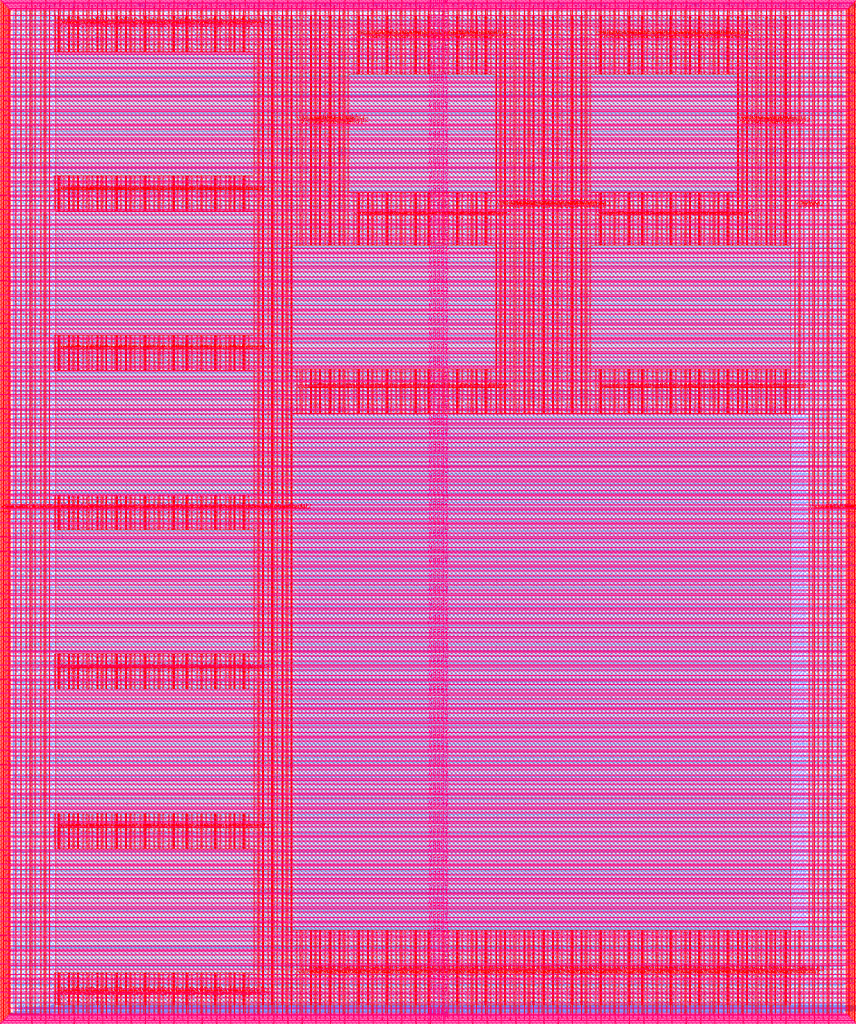
<source format=lef>
VERSION 5.7 ;
  NOWIREEXTENSIONATPIN ON ;
  DIVIDERCHAR "/" ;
  BUSBITCHARS "[]" ;
MACRO user_project_wrapper
  CLASS BLOCK ;
  FOREIGN user_project_wrapper ;
  ORIGIN 0.000 0.000 ;
  SIZE 2920.000 BY 3520.000 ;
  PIN analog_io[0]
    DIRECTION INOUT ;
    USE SIGNAL ;
    PORT
      LAYER met3 ;
        RECT 2917.600 1426.380 2924.800 1427.580 ;
    END
  END analog_io[0]
  PIN analog_io[10]
    DIRECTION INOUT ;
    USE SIGNAL ;
    PORT
      LAYER met2 ;
        RECT 2230.490 3517.600 2231.050 3524.800 ;
    END
  END analog_io[10]
  PIN analog_io[11]
    DIRECTION INOUT ;
    USE SIGNAL ;
    PORT
      LAYER met2 ;
        RECT 1905.730 3517.600 1906.290 3524.800 ;
    END
  END analog_io[11]
  PIN analog_io[12]
    DIRECTION INOUT ;
    USE SIGNAL ;
    PORT
      LAYER met2 ;
        RECT 1581.430 3517.600 1581.990 3524.800 ;
    END
  END analog_io[12]
  PIN analog_io[13]
    DIRECTION INOUT ;
    USE SIGNAL ;
    PORT
      LAYER met2 ;
        RECT 1257.130 3517.600 1257.690 3524.800 ;
    END
  END analog_io[13]
  PIN analog_io[14]
    DIRECTION INOUT ;
    USE SIGNAL ;
    PORT
      LAYER met2 ;
        RECT 932.370 3517.600 932.930 3524.800 ;
    END
  END analog_io[14]
  PIN analog_io[15]
    DIRECTION INOUT ;
    USE SIGNAL ;
    PORT
      LAYER met2 ;
        RECT 608.070 3517.600 608.630 3524.800 ;
    END
  END analog_io[15]
  PIN analog_io[16]
    DIRECTION INOUT ;
    USE SIGNAL ;
    PORT
      LAYER met2 ;
        RECT 283.770 3517.600 284.330 3524.800 ;
    END
  END analog_io[16]
  PIN analog_io[17]
    DIRECTION INOUT ;
    USE SIGNAL ;
    PORT
      LAYER met3 ;
        RECT -4.800 3486.100 2.400 3487.300 ;
    END
  END analog_io[17]
  PIN analog_io[18]
    DIRECTION INOUT ;
    USE SIGNAL ;
    PORT
      LAYER met3 ;
        RECT -4.800 3224.980 2.400 3226.180 ;
    END
  END analog_io[18]
  PIN analog_io[19]
    DIRECTION INOUT ;
    USE SIGNAL ;
    PORT
      LAYER met3 ;
        RECT -4.800 2964.540 2.400 2965.740 ;
    END
  END analog_io[19]
  PIN analog_io[1]
    DIRECTION INOUT ;
    USE SIGNAL ;
    PORT
      LAYER met3 ;
        RECT 2917.600 1692.260 2924.800 1693.460 ;
    END
  END analog_io[1]
  PIN analog_io[20]
    DIRECTION INOUT ;
    USE SIGNAL ;
    PORT
      LAYER met3 ;
        RECT -4.800 2703.420 2.400 2704.620 ;
    END
  END analog_io[20]
  PIN analog_io[21]
    DIRECTION INOUT ;
    USE SIGNAL ;
    PORT
      LAYER met3 ;
        RECT -4.800 2442.980 2.400 2444.180 ;
    END
  END analog_io[21]
  PIN analog_io[22]
    DIRECTION INOUT ;
    USE SIGNAL ;
    PORT
      LAYER met3 ;
        RECT -4.800 2182.540 2.400 2183.740 ;
    END
  END analog_io[22]
  PIN analog_io[23]
    DIRECTION INOUT ;
    USE SIGNAL ;
    PORT
      LAYER met3 ;
        RECT -4.800 1921.420 2.400 1922.620 ;
    END
  END analog_io[23]
  PIN analog_io[24]
    DIRECTION INOUT ;
    USE SIGNAL ;
    PORT
      LAYER met3 ;
        RECT -4.800 1660.980 2.400 1662.180 ;
    END
  END analog_io[24]
  PIN analog_io[25]
    DIRECTION INOUT ;
    USE SIGNAL ;
    PORT
      LAYER met3 ;
        RECT -4.800 1399.860 2.400 1401.060 ;
    END
  END analog_io[25]
  PIN analog_io[26]
    DIRECTION INOUT ;
    USE SIGNAL ;
    PORT
      LAYER met3 ;
        RECT -4.800 1139.420 2.400 1140.620 ;
    END
  END analog_io[26]
  PIN analog_io[27]
    DIRECTION INOUT ;
    USE SIGNAL ;
    PORT
      LAYER met3 ;
        RECT -4.800 878.980 2.400 880.180 ;
    END
  END analog_io[27]
  PIN analog_io[28]
    DIRECTION INOUT ;
    USE SIGNAL ;
    PORT
      LAYER met3 ;
        RECT -4.800 617.860 2.400 619.060 ;
    END
  END analog_io[28]
  PIN analog_io[2]
    DIRECTION INOUT ;
    USE SIGNAL ;
    PORT
      LAYER met3 ;
        RECT 2917.600 1958.140 2924.800 1959.340 ;
    END
  END analog_io[2]
  PIN analog_io[3]
    DIRECTION INOUT ;
    USE SIGNAL ;
    PORT
      LAYER met3 ;
        RECT 2917.600 2223.340 2924.800 2224.540 ;
    END
  END analog_io[3]
  PIN analog_io[4]
    DIRECTION INOUT ;
    USE SIGNAL ;
    PORT
      LAYER met3 ;
        RECT 2917.600 2489.220 2924.800 2490.420 ;
    END
  END analog_io[4]
  PIN analog_io[5]
    DIRECTION INOUT ;
    USE SIGNAL ;
    PORT
      LAYER met3 ;
        RECT 2917.600 2755.100 2924.800 2756.300 ;
    END
  END analog_io[5]
  PIN analog_io[6]
    DIRECTION INOUT ;
    USE SIGNAL ;
    PORT
      LAYER met3 ;
        RECT 2917.600 3020.300 2924.800 3021.500 ;
    END
  END analog_io[6]
  PIN analog_io[7]
    DIRECTION INOUT ;
    USE SIGNAL ;
    PORT
      LAYER met3 ;
        RECT 2917.600 3286.180 2924.800 3287.380 ;
    END
  END analog_io[7]
  PIN analog_io[8]
    DIRECTION INOUT ;
    USE SIGNAL ;
    PORT
      LAYER met2 ;
        RECT 2879.090 3517.600 2879.650 3524.800 ;
    END
  END analog_io[8]
  PIN analog_io[9]
    DIRECTION INOUT ;
    USE SIGNAL ;
    PORT
      LAYER met2 ;
        RECT 2554.790 3517.600 2555.350 3524.800 ;
    END
  END analog_io[9]
  PIN io_in[0]
    DIRECTION INPUT ;
    USE SIGNAL ;
    PORT
      LAYER met3 ;
        RECT 2917.600 32.380 2924.800 33.580 ;
    END
  END io_in[0]
  PIN io_in[10]
    DIRECTION INPUT ;
    USE SIGNAL ;
    PORT
      LAYER met3 ;
        RECT 2917.600 2289.980 2924.800 2291.180 ;
    END
  END io_in[10]
  PIN io_in[11]
    DIRECTION INPUT ;
    USE SIGNAL ;
    PORT
      LAYER met3 ;
        RECT 2917.600 2555.860 2924.800 2557.060 ;
    END
  END io_in[11]
  PIN io_in[12]
    DIRECTION INPUT ;
    USE SIGNAL ;
    PORT
      LAYER met3 ;
        RECT 2917.600 2821.060 2924.800 2822.260 ;
    END
  END io_in[12]
  PIN io_in[13]
    DIRECTION INPUT ;
    USE SIGNAL ;
    PORT
      LAYER met3 ;
        RECT 2917.600 3086.940 2924.800 3088.140 ;
    END
  END io_in[13]
  PIN io_in[14]
    DIRECTION INPUT ;
    USE SIGNAL ;
    PORT
      LAYER met3 ;
        RECT 2917.600 3352.820 2924.800 3354.020 ;
    END
  END io_in[14]
  PIN io_in[15]
    DIRECTION INPUT ;
    USE SIGNAL ;
    PORT
      LAYER met2 ;
        RECT 2798.130 3517.600 2798.690 3524.800 ;
    END
  END io_in[15]
  PIN io_in[16]
    DIRECTION INPUT ;
    USE SIGNAL ;
    PORT
      LAYER met2 ;
        RECT 2473.830 3517.600 2474.390 3524.800 ;
    END
  END io_in[16]
  PIN io_in[17]
    DIRECTION INPUT ;
    USE SIGNAL ;
    PORT
      LAYER met2 ;
        RECT 2149.070 3517.600 2149.630 3524.800 ;
    END
  END io_in[17]
  PIN io_in[18]
    DIRECTION INPUT ;
    USE SIGNAL ;
    PORT
      LAYER met2 ;
        RECT 1824.770 3517.600 1825.330 3524.800 ;
    END
  END io_in[18]
  PIN io_in[19]
    DIRECTION INPUT ;
    USE SIGNAL ;
    PORT
      LAYER met2 ;
        RECT 1500.470 3517.600 1501.030 3524.800 ;
    END
  END io_in[19]
  PIN io_in[1]
    DIRECTION INPUT ;
    USE SIGNAL ;
    PORT
      LAYER met3 ;
        RECT 2917.600 230.940 2924.800 232.140 ;
    END
  END io_in[1]
  PIN io_in[20]
    DIRECTION INPUT ;
    USE SIGNAL ;
    PORT
      LAYER met2 ;
        RECT 1175.710 3517.600 1176.270 3524.800 ;
    END
  END io_in[20]
  PIN io_in[21]
    DIRECTION INPUT ;
    USE SIGNAL ;
    PORT
      LAYER met2 ;
        RECT 851.410 3517.600 851.970 3524.800 ;
    END
  END io_in[21]
  PIN io_in[22]
    DIRECTION INPUT ;
    USE SIGNAL ;
    PORT
      LAYER met2 ;
        RECT 527.110 3517.600 527.670 3524.800 ;
    END
  END io_in[22]
  PIN io_in[23]
    DIRECTION INPUT ;
    USE SIGNAL ;
    PORT
      LAYER met2 ;
        RECT 202.350 3517.600 202.910 3524.800 ;
    END
  END io_in[23]
  PIN io_in[24]
    DIRECTION INPUT ;
    USE SIGNAL ;
    PORT
      LAYER met3 ;
        RECT -4.800 3420.820 2.400 3422.020 ;
    END
  END io_in[24]
  PIN io_in[25]
    DIRECTION INPUT ;
    USE SIGNAL ;
    PORT
      LAYER met3 ;
        RECT -4.800 3159.700 2.400 3160.900 ;
    END
  END io_in[25]
  PIN io_in[26]
    DIRECTION INPUT ;
    USE SIGNAL ;
    PORT
      LAYER met3 ;
        RECT -4.800 2899.260 2.400 2900.460 ;
    END
  END io_in[26]
  PIN io_in[27]
    DIRECTION INPUT ;
    USE SIGNAL ;
    PORT
      LAYER met3 ;
        RECT -4.800 2638.820 2.400 2640.020 ;
    END
  END io_in[27]
  PIN io_in[28]
    DIRECTION INPUT ;
    USE SIGNAL ;
    PORT
      LAYER met3 ;
        RECT -4.800 2377.700 2.400 2378.900 ;
    END
  END io_in[28]
  PIN io_in[29]
    DIRECTION INPUT ;
    USE SIGNAL ;
    PORT
      LAYER met3 ;
        RECT -4.800 2117.260 2.400 2118.460 ;
    END
  END io_in[29]
  PIN io_in[2]
    DIRECTION INPUT ;
    USE SIGNAL ;
    PORT
      LAYER met3 ;
        RECT 2917.600 430.180 2924.800 431.380 ;
    END
  END io_in[2]
  PIN io_in[30]
    DIRECTION INPUT ;
    USE SIGNAL ;
    PORT
      LAYER met3 ;
        RECT -4.800 1856.140 2.400 1857.340 ;
    END
  END io_in[30]
  PIN io_in[31]
    DIRECTION INPUT ;
    USE SIGNAL ;
    PORT
      LAYER met3 ;
        RECT -4.800 1595.700 2.400 1596.900 ;
    END
  END io_in[31]
  PIN io_in[32]
    DIRECTION INPUT ;
    USE SIGNAL ;
    PORT
      LAYER met3 ;
        RECT -4.800 1335.260 2.400 1336.460 ;
    END
  END io_in[32]
  PIN io_in[33]
    DIRECTION INPUT ;
    USE SIGNAL ;
    PORT
      LAYER met3 ;
        RECT -4.800 1074.140 2.400 1075.340 ;
    END
  END io_in[33]
  PIN io_in[34]
    DIRECTION INPUT ;
    USE SIGNAL ;
    PORT
      LAYER met3 ;
        RECT -4.800 813.700 2.400 814.900 ;
    END
  END io_in[34]
  PIN io_in[35]
    DIRECTION INPUT ;
    USE SIGNAL ;
    PORT
      LAYER met3 ;
        RECT -4.800 552.580 2.400 553.780 ;
    END
  END io_in[35]
  PIN io_in[36]
    DIRECTION INPUT ;
    USE SIGNAL ;
    PORT
      LAYER met3 ;
        RECT -4.800 357.420 2.400 358.620 ;
    END
  END io_in[36]
  PIN io_in[37]
    DIRECTION INPUT ;
    USE SIGNAL ;
    PORT
      LAYER met3 ;
        RECT -4.800 161.580 2.400 162.780 ;
    END
  END io_in[37]
  PIN io_in[3]
    DIRECTION INPUT ;
    USE SIGNAL ;
    PORT
      LAYER met3 ;
        RECT 2917.600 629.420 2924.800 630.620 ;
    END
  END io_in[3]
  PIN io_in[4]
    DIRECTION INPUT ;
    USE SIGNAL ;
    PORT
      LAYER met3 ;
        RECT 2917.600 828.660 2924.800 829.860 ;
    END
  END io_in[4]
  PIN io_in[5]
    DIRECTION INPUT ;
    USE SIGNAL ;
    PORT
      LAYER met3 ;
        RECT 2917.600 1027.900 2924.800 1029.100 ;
    END
  END io_in[5]
  PIN io_in[6]
    DIRECTION INPUT ;
    USE SIGNAL ;
    PORT
      LAYER met3 ;
        RECT 2917.600 1227.140 2924.800 1228.340 ;
    END
  END io_in[6]
  PIN io_in[7]
    DIRECTION INPUT ;
    USE SIGNAL ;
    PORT
      LAYER met3 ;
        RECT 2917.600 1493.020 2924.800 1494.220 ;
    END
  END io_in[7]
  PIN io_in[8]
    DIRECTION INPUT ;
    USE SIGNAL ;
    PORT
      LAYER met3 ;
        RECT 2917.600 1758.900 2924.800 1760.100 ;
    END
  END io_in[8]
  PIN io_in[9]
    DIRECTION INPUT ;
    USE SIGNAL ;
    PORT
      LAYER met3 ;
        RECT 2917.600 2024.100 2924.800 2025.300 ;
    END
  END io_in[9]
  PIN io_oeb[0]
    DIRECTION OUTPUT TRISTATE ;
    USE SIGNAL ;
    PORT
      LAYER met3 ;
        RECT 2917.600 164.980 2924.800 166.180 ;
    END
  END io_oeb[0]
  PIN io_oeb[10]
    DIRECTION OUTPUT TRISTATE ;
    USE SIGNAL ;
    PORT
      LAYER met3 ;
        RECT 2917.600 2422.580 2924.800 2423.780 ;
    END
  END io_oeb[10]
  PIN io_oeb[11]
    DIRECTION OUTPUT TRISTATE ;
    USE SIGNAL ;
    PORT
      LAYER met3 ;
        RECT 2917.600 2688.460 2924.800 2689.660 ;
    END
  END io_oeb[11]
  PIN io_oeb[12]
    DIRECTION OUTPUT TRISTATE ;
    USE SIGNAL ;
    PORT
      LAYER met3 ;
        RECT 2917.600 2954.340 2924.800 2955.540 ;
    END
  END io_oeb[12]
  PIN io_oeb[13]
    DIRECTION OUTPUT TRISTATE ;
    USE SIGNAL ;
    PORT
      LAYER met3 ;
        RECT 2917.600 3219.540 2924.800 3220.740 ;
    END
  END io_oeb[13]
  PIN io_oeb[14]
    DIRECTION OUTPUT TRISTATE ;
    USE SIGNAL ;
    PORT
      LAYER met3 ;
        RECT 2917.600 3485.420 2924.800 3486.620 ;
    END
  END io_oeb[14]
  PIN io_oeb[15]
    DIRECTION OUTPUT TRISTATE ;
    USE SIGNAL ;
    PORT
      LAYER met2 ;
        RECT 2635.750 3517.600 2636.310 3524.800 ;
    END
  END io_oeb[15]
  PIN io_oeb[16]
    DIRECTION OUTPUT TRISTATE ;
    USE SIGNAL ;
    PORT
      LAYER met2 ;
        RECT 2311.450 3517.600 2312.010 3524.800 ;
    END
  END io_oeb[16]
  PIN io_oeb[17]
    DIRECTION OUTPUT TRISTATE ;
    USE SIGNAL ;
    PORT
      LAYER met2 ;
        RECT 1987.150 3517.600 1987.710 3524.800 ;
    END
  END io_oeb[17]
  PIN io_oeb[18]
    DIRECTION OUTPUT TRISTATE ;
    USE SIGNAL ;
    PORT
      LAYER met2 ;
        RECT 1662.390 3517.600 1662.950 3524.800 ;
    END
  END io_oeb[18]
  PIN io_oeb[19]
    DIRECTION OUTPUT TRISTATE ;
    USE SIGNAL ;
    PORT
      LAYER met2 ;
        RECT 1338.090 3517.600 1338.650 3524.800 ;
    END
  END io_oeb[19]
  PIN io_oeb[1]
    DIRECTION OUTPUT TRISTATE ;
    USE SIGNAL ;
    PORT
      LAYER met3 ;
        RECT 2917.600 364.220 2924.800 365.420 ;
    END
  END io_oeb[1]
  PIN io_oeb[20]
    DIRECTION OUTPUT TRISTATE ;
    USE SIGNAL ;
    PORT
      LAYER met2 ;
        RECT 1013.790 3517.600 1014.350 3524.800 ;
    END
  END io_oeb[20]
  PIN io_oeb[21]
    DIRECTION OUTPUT TRISTATE ;
    USE SIGNAL ;
    PORT
      LAYER met2 ;
        RECT 689.030 3517.600 689.590 3524.800 ;
    END
  END io_oeb[21]
  PIN io_oeb[22]
    DIRECTION OUTPUT TRISTATE ;
    USE SIGNAL ;
    PORT
      LAYER met2 ;
        RECT 364.730 3517.600 365.290 3524.800 ;
    END
  END io_oeb[22]
  PIN io_oeb[23]
    DIRECTION OUTPUT TRISTATE ;
    USE SIGNAL ;
    PORT
      LAYER met2 ;
        RECT 40.430 3517.600 40.990 3524.800 ;
    END
  END io_oeb[23]
  PIN io_oeb[24]
    DIRECTION OUTPUT TRISTATE ;
    USE SIGNAL ;
    PORT
      LAYER met3 ;
        RECT -4.800 3290.260 2.400 3291.460 ;
    END
  END io_oeb[24]
  PIN io_oeb[25]
    DIRECTION OUTPUT TRISTATE ;
    USE SIGNAL ;
    PORT
      LAYER met3 ;
        RECT -4.800 3029.820 2.400 3031.020 ;
    END
  END io_oeb[25]
  PIN io_oeb[26]
    DIRECTION OUTPUT TRISTATE ;
    USE SIGNAL ;
    PORT
      LAYER met3 ;
        RECT -4.800 2768.700 2.400 2769.900 ;
    END
  END io_oeb[26]
  PIN io_oeb[27]
    DIRECTION OUTPUT TRISTATE ;
    USE SIGNAL ;
    PORT
      LAYER met3 ;
        RECT -4.800 2508.260 2.400 2509.460 ;
    END
  END io_oeb[27]
  PIN io_oeb[28]
    DIRECTION OUTPUT TRISTATE ;
    USE SIGNAL ;
    PORT
      LAYER met3 ;
        RECT -4.800 2247.140 2.400 2248.340 ;
    END
  END io_oeb[28]
  PIN io_oeb[29]
    DIRECTION OUTPUT TRISTATE ;
    USE SIGNAL ;
    PORT
      LAYER met3 ;
        RECT -4.800 1986.700 2.400 1987.900 ;
    END
  END io_oeb[29]
  PIN io_oeb[2]
    DIRECTION OUTPUT TRISTATE ;
    USE SIGNAL ;
    PORT
      LAYER met3 ;
        RECT 2917.600 563.460 2924.800 564.660 ;
    END
  END io_oeb[2]
  PIN io_oeb[30]
    DIRECTION OUTPUT TRISTATE ;
    USE SIGNAL ;
    PORT
      LAYER met3 ;
        RECT -4.800 1726.260 2.400 1727.460 ;
    END
  END io_oeb[30]
  PIN io_oeb[31]
    DIRECTION OUTPUT TRISTATE ;
    USE SIGNAL ;
    PORT
      LAYER met3 ;
        RECT -4.800 1465.140 2.400 1466.340 ;
    END
  END io_oeb[31]
  PIN io_oeb[32]
    DIRECTION OUTPUT TRISTATE ;
    USE SIGNAL ;
    PORT
      LAYER met3 ;
        RECT -4.800 1204.700 2.400 1205.900 ;
    END
  END io_oeb[32]
  PIN io_oeb[33]
    DIRECTION OUTPUT TRISTATE ;
    USE SIGNAL ;
    PORT
      LAYER met3 ;
        RECT -4.800 943.580 2.400 944.780 ;
    END
  END io_oeb[33]
  PIN io_oeb[34]
    DIRECTION OUTPUT TRISTATE ;
    USE SIGNAL ;
    PORT
      LAYER met3 ;
        RECT -4.800 683.140 2.400 684.340 ;
    END
  END io_oeb[34]
  PIN io_oeb[35]
    DIRECTION OUTPUT TRISTATE ;
    USE SIGNAL ;
    PORT
      LAYER met3 ;
        RECT -4.800 422.700 2.400 423.900 ;
    END
  END io_oeb[35]
  PIN io_oeb[36]
    DIRECTION OUTPUT TRISTATE ;
    USE SIGNAL ;
    PORT
      LAYER met3 ;
        RECT -4.800 226.860 2.400 228.060 ;
    END
  END io_oeb[36]
  PIN io_oeb[37]
    DIRECTION OUTPUT TRISTATE ;
    USE SIGNAL ;
    PORT
      LAYER met3 ;
        RECT -4.800 31.700 2.400 32.900 ;
    END
  END io_oeb[37]
  PIN io_oeb[3]
    DIRECTION OUTPUT TRISTATE ;
    USE SIGNAL ;
    PORT
      LAYER met3 ;
        RECT 2917.600 762.700 2924.800 763.900 ;
    END
  END io_oeb[3]
  PIN io_oeb[4]
    DIRECTION OUTPUT TRISTATE ;
    USE SIGNAL ;
    PORT
      LAYER met3 ;
        RECT 2917.600 961.940 2924.800 963.140 ;
    END
  END io_oeb[4]
  PIN io_oeb[5]
    DIRECTION OUTPUT TRISTATE ;
    USE SIGNAL ;
    PORT
      LAYER met3 ;
        RECT 2917.600 1161.180 2924.800 1162.380 ;
    END
  END io_oeb[5]
  PIN io_oeb[6]
    DIRECTION OUTPUT TRISTATE ;
    USE SIGNAL ;
    PORT
      LAYER met3 ;
        RECT 2917.600 1360.420 2924.800 1361.620 ;
    END
  END io_oeb[6]
  PIN io_oeb[7]
    DIRECTION OUTPUT TRISTATE ;
    USE SIGNAL ;
    PORT
      LAYER met3 ;
        RECT 2917.600 1625.620 2924.800 1626.820 ;
    END
  END io_oeb[7]
  PIN io_oeb[8]
    DIRECTION OUTPUT TRISTATE ;
    USE SIGNAL ;
    PORT
      LAYER met3 ;
        RECT 2917.600 1891.500 2924.800 1892.700 ;
    END
  END io_oeb[8]
  PIN io_oeb[9]
    DIRECTION OUTPUT TRISTATE ;
    USE SIGNAL ;
    PORT
      LAYER met3 ;
        RECT 2917.600 2157.380 2924.800 2158.580 ;
    END
  END io_oeb[9]
  PIN io_out[0]
    DIRECTION OUTPUT TRISTATE ;
    USE SIGNAL ;
    PORT
      LAYER met3 ;
        RECT 2917.600 98.340 2924.800 99.540 ;
    END
  END io_out[0]
  PIN io_out[10]
    DIRECTION OUTPUT TRISTATE ;
    USE SIGNAL ;
    PORT
      LAYER met3 ;
        RECT 2917.600 2356.620 2924.800 2357.820 ;
    END
  END io_out[10]
  PIN io_out[11]
    DIRECTION OUTPUT TRISTATE ;
    USE SIGNAL ;
    PORT
      LAYER met3 ;
        RECT 2917.600 2621.820 2924.800 2623.020 ;
    END
  END io_out[11]
  PIN io_out[12]
    DIRECTION OUTPUT TRISTATE ;
    USE SIGNAL ;
    PORT
      LAYER met3 ;
        RECT 2917.600 2887.700 2924.800 2888.900 ;
    END
  END io_out[12]
  PIN io_out[13]
    DIRECTION OUTPUT TRISTATE ;
    USE SIGNAL ;
    PORT
      LAYER met3 ;
        RECT 2917.600 3153.580 2924.800 3154.780 ;
    END
  END io_out[13]
  PIN io_out[14]
    DIRECTION OUTPUT TRISTATE ;
    USE SIGNAL ;
    PORT
      LAYER met3 ;
        RECT 2917.600 3418.780 2924.800 3419.980 ;
    END
  END io_out[14]
  PIN io_out[15]
    DIRECTION OUTPUT TRISTATE ;
    USE SIGNAL ;
    PORT
      LAYER met2 ;
        RECT 2717.170 3517.600 2717.730 3524.800 ;
    END
  END io_out[15]
  PIN io_out[16]
    DIRECTION OUTPUT TRISTATE ;
    USE SIGNAL ;
    PORT
      LAYER met2 ;
        RECT 2392.410 3517.600 2392.970 3524.800 ;
    END
  END io_out[16]
  PIN io_out[17]
    DIRECTION OUTPUT TRISTATE ;
    USE SIGNAL ;
    PORT
      LAYER met2 ;
        RECT 2068.110 3517.600 2068.670 3524.800 ;
    END
  END io_out[17]
  PIN io_out[18]
    DIRECTION OUTPUT TRISTATE ;
    USE SIGNAL ;
    PORT
      LAYER met2 ;
        RECT 1743.810 3517.600 1744.370 3524.800 ;
    END
  END io_out[18]
  PIN io_out[19]
    DIRECTION OUTPUT TRISTATE ;
    USE SIGNAL ;
    PORT
      LAYER met2 ;
        RECT 1419.050 3517.600 1419.610 3524.800 ;
    END
  END io_out[19]
  PIN io_out[1]
    DIRECTION OUTPUT TRISTATE ;
    USE SIGNAL ;
    PORT
      LAYER met3 ;
        RECT 2917.600 297.580 2924.800 298.780 ;
    END
  END io_out[1]
  PIN io_out[20]
    DIRECTION OUTPUT TRISTATE ;
    USE SIGNAL ;
    PORT
      LAYER met2 ;
        RECT 1094.750 3517.600 1095.310 3524.800 ;
    END
  END io_out[20]
  PIN io_out[21]
    DIRECTION OUTPUT TRISTATE ;
    USE SIGNAL ;
    PORT
      LAYER met2 ;
        RECT 770.450 3517.600 771.010 3524.800 ;
    END
  END io_out[21]
  PIN io_out[22]
    DIRECTION OUTPUT TRISTATE ;
    USE SIGNAL ;
    PORT
      LAYER met2 ;
        RECT 445.690 3517.600 446.250 3524.800 ;
    END
  END io_out[22]
  PIN io_out[23]
    DIRECTION OUTPUT TRISTATE ;
    USE SIGNAL ;
    PORT
      LAYER met2 ;
        RECT 121.390 3517.600 121.950 3524.800 ;
    END
  END io_out[23]
  PIN io_out[24]
    DIRECTION OUTPUT TRISTATE ;
    USE SIGNAL ;
    PORT
      LAYER met3 ;
        RECT -4.800 3355.540 2.400 3356.740 ;
    END
  END io_out[24]
  PIN io_out[25]
    DIRECTION OUTPUT TRISTATE ;
    USE SIGNAL ;
    PORT
      LAYER met3 ;
        RECT -4.800 3095.100 2.400 3096.300 ;
    END
  END io_out[25]
  PIN io_out[26]
    DIRECTION OUTPUT TRISTATE ;
    USE SIGNAL ;
    PORT
      LAYER met3 ;
        RECT -4.800 2833.980 2.400 2835.180 ;
    END
  END io_out[26]
  PIN io_out[27]
    DIRECTION OUTPUT TRISTATE ;
    USE SIGNAL ;
    PORT
      LAYER met3 ;
        RECT -4.800 2573.540 2.400 2574.740 ;
    END
  END io_out[27]
  PIN io_out[28]
    DIRECTION OUTPUT TRISTATE ;
    USE SIGNAL ;
    PORT
      LAYER met3 ;
        RECT -4.800 2312.420 2.400 2313.620 ;
    END
  END io_out[28]
  PIN io_out[29]
    DIRECTION OUTPUT TRISTATE ;
    USE SIGNAL ;
    PORT
      LAYER met3 ;
        RECT -4.800 2051.980 2.400 2053.180 ;
    END
  END io_out[29]
  PIN io_out[2]
    DIRECTION OUTPUT TRISTATE ;
    USE SIGNAL ;
    PORT
      LAYER met3 ;
        RECT 2917.600 496.820 2924.800 498.020 ;
    END
  END io_out[2]
  PIN io_out[30]
    DIRECTION OUTPUT TRISTATE ;
    USE SIGNAL ;
    PORT
      LAYER met3 ;
        RECT -4.800 1791.540 2.400 1792.740 ;
    END
  END io_out[30]
  PIN io_out[31]
    DIRECTION OUTPUT TRISTATE ;
    USE SIGNAL ;
    PORT
      LAYER met3 ;
        RECT -4.800 1530.420 2.400 1531.620 ;
    END
  END io_out[31]
  PIN io_out[32]
    DIRECTION OUTPUT TRISTATE ;
    USE SIGNAL ;
    PORT
      LAYER met3 ;
        RECT -4.800 1269.980 2.400 1271.180 ;
    END
  END io_out[32]
  PIN io_out[33]
    DIRECTION OUTPUT TRISTATE ;
    USE SIGNAL ;
    PORT
      LAYER met3 ;
        RECT -4.800 1008.860 2.400 1010.060 ;
    END
  END io_out[33]
  PIN io_out[34]
    DIRECTION OUTPUT TRISTATE ;
    USE SIGNAL ;
    PORT
      LAYER met3 ;
        RECT -4.800 748.420 2.400 749.620 ;
    END
  END io_out[34]
  PIN io_out[35]
    DIRECTION OUTPUT TRISTATE ;
    USE SIGNAL ;
    PORT
      LAYER met3 ;
        RECT -4.800 487.300 2.400 488.500 ;
    END
  END io_out[35]
  PIN io_out[36]
    DIRECTION OUTPUT TRISTATE ;
    USE SIGNAL ;
    PORT
      LAYER met3 ;
        RECT -4.800 292.140 2.400 293.340 ;
    END
  END io_out[36]
  PIN io_out[37]
    DIRECTION OUTPUT TRISTATE ;
    USE SIGNAL ;
    PORT
      LAYER met3 ;
        RECT -4.800 96.300 2.400 97.500 ;
    END
  END io_out[37]
  PIN io_out[3]
    DIRECTION OUTPUT TRISTATE ;
    USE SIGNAL ;
    PORT
      LAYER met3 ;
        RECT 2917.600 696.060 2924.800 697.260 ;
    END
  END io_out[3]
  PIN io_out[4]
    DIRECTION OUTPUT TRISTATE ;
    USE SIGNAL ;
    PORT
      LAYER met3 ;
        RECT 2917.600 895.300 2924.800 896.500 ;
    END
  END io_out[4]
  PIN io_out[5]
    DIRECTION OUTPUT TRISTATE ;
    USE SIGNAL ;
    PORT
      LAYER met3 ;
        RECT 2917.600 1094.540 2924.800 1095.740 ;
    END
  END io_out[5]
  PIN io_out[6]
    DIRECTION OUTPUT TRISTATE ;
    USE SIGNAL ;
    PORT
      LAYER met3 ;
        RECT 2917.600 1293.780 2924.800 1294.980 ;
    END
  END io_out[6]
  PIN io_out[7]
    DIRECTION OUTPUT TRISTATE ;
    USE SIGNAL ;
    PORT
      LAYER met3 ;
        RECT 2917.600 1559.660 2924.800 1560.860 ;
    END
  END io_out[7]
  PIN io_out[8]
    DIRECTION OUTPUT TRISTATE ;
    USE SIGNAL ;
    PORT
      LAYER met3 ;
        RECT 2917.600 1824.860 2924.800 1826.060 ;
    END
  END io_out[8]
  PIN io_out[9]
    DIRECTION OUTPUT TRISTATE ;
    USE SIGNAL ;
    PORT
      LAYER met3 ;
        RECT 2917.600 2090.740 2924.800 2091.940 ;
    END
  END io_out[9]
  PIN la_data_in[0]
    DIRECTION INPUT ;
    USE SIGNAL ;
    PORT
      LAYER met2 ;
        RECT 629.230 -4.800 629.790 2.400 ;
    END
  END la_data_in[0]
  PIN la_data_in[100]
    DIRECTION INPUT ;
    USE SIGNAL ;
    PORT
      LAYER met2 ;
        RECT 2402.530 -4.800 2403.090 2.400 ;
    END
  END la_data_in[100]
  PIN la_data_in[101]
    DIRECTION INPUT ;
    USE SIGNAL ;
    PORT
      LAYER met2 ;
        RECT 2420.010 -4.800 2420.570 2.400 ;
    END
  END la_data_in[101]
  PIN la_data_in[102]
    DIRECTION INPUT ;
    USE SIGNAL ;
    PORT
      LAYER met2 ;
        RECT 2437.950 -4.800 2438.510 2.400 ;
    END
  END la_data_in[102]
  PIN la_data_in[103]
    DIRECTION INPUT ;
    USE SIGNAL ;
    PORT
      LAYER met2 ;
        RECT 2455.430 -4.800 2455.990 2.400 ;
    END
  END la_data_in[103]
  PIN la_data_in[104]
    DIRECTION INPUT ;
    USE SIGNAL ;
    PORT
      LAYER met2 ;
        RECT 2473.370 -4.800 2473.930 2.400 ;
    END
  END la_data_in[104]
  PIN la_data_in[105]
    DIRECTION INPUT ;
    USE SIGNAL ;
    PORT
      LAYER met2 ;
        RECT 2490.850 -4.800 2491.410 2.400 ;
    END
  END la_data_in[105]
  PIN la_data_in[106]
    DIRECTION INPUT ;
    USE SIGNAL ;
    PORT
      LAYER met2 ;
        RECT 2508.790 -4.800 2509.350 2.400 ;
    END
  END la_data_in[106]
  PIN la_data_in[107]
    DIRECTION INPUT ;
    USE SIGNAL ;
    PORT
      LAYER met2 ;
        RECT 2526.730 -4.800 2527.290 2.400 ;
    END
  END la_data_in[107]
  PIN la_data_in[108]
    DIRECTION INPUT ;
    USE SIGNAL ;
    PORT
      LAYER met2 ;
        RECT 2544.210 -4.800 2544.770 2.400 ;
    END
  END la_data_in[108]
  PIN la_data_in[109]
    DIRECTION INPUT ;
    USE SIGNAL ;
    PORT
      LAYER met2 ;
        RECT 2562.150 -4.800 2562.710 2.400 ;
    END
  END la_data_in[109]
  PIN la_data_in[10]
    DIRECTION INPUT ;
    USE SIGNAL ;
    PORT
      LAYER met2 ;
        RECT 806.330 -4.800 806.890 2.400 ;
    END
  END la_data_in[10]
  PIN la_data_in[110]
    DIRECTION INPUT ;
    USE SIGNAL ;
    PORT
      LAYER met2 ;
        RECT 2579.630 -4.800 2580.190 2.400 ;
    END
  END la_data_in[110]
  PIN la_data_in[111]
    DIRECTION INPUT ;
    USE SIGNAL ;
    PORT
      LAYER met2 ;
        RECT 2597.570 -4.800 2598.130 2.400 ;
    END
  END la_data_in[111]
  PIN la_data_in[112]
    DIRECTION INPUT ;
    USE SIGNAL ;
    PORT
      LAYER met2 ;
        RECT 2615.050 -4.800 2615.610 2.400 ;
    END
  END la_data_in[112]
  PIN la_data_in[113]
    DIRECTION INPUT ;
    USE SIGNAL ;
    PORT
      LAYER met2 ;
        RECT 2632.990 -4.800 2633.550 2.400 ;
    END
  END la_data_in[113]
  PIN la_data_in[114]
    DIRECTION INPUT ;
    USE SIGNAL ;
    PORT
      LAYER met2 ;
        RECT 2650.470 -4.800 2651.030 2.400 ;
    END
  END la_data_in[114]
  PIN la_data_in[115]
    DIRECTION INPUT ;
    USE SIGNAL ;
    PORT
      LAYER met2 ;
        RECT 2668.410 -4.800 2668.970 2.400 ;
    END
  END la_data_in[115]
  PIN la_data_in[116]
    DIRECTION INPUT ;
    USE SIGNAL ;
    PORT
      LAYER met2 ;
        RECT 2685.890 -4.800 2686.450 2.400 ;
    END
  END la_data_in[116]
  PIN la_data_in[117]
    DIRECTION INPUT ;
    USE SIGNAL ;
    PORT
      LAYER met2 ;
        RECT 2703.830 -4.800 2704.390 2.400 ;
    END
  END la_data_in[117]
  PIN la_data_in[118]
    DIRECTION INPUT ;
    USE SIGNAL ;
    PORT
      LAYER met2 ;
        RECT 2721.770 -4.800 2722.330 2.400 ;
    END
  END la_data_in[118]
  PIN la_data_in[119]
    DIRECTION INPUT ;
    USE SIGNAL ;
    PORT
      LAYER met2 ;
        RECT 2739.250 -4.800 2739.810 2.400 ;
    END
  END la_data_in[119]
  PIN la_data_in[11]
    DIRECTION INPUT ;
    USE SIGNAL ;
    PORT
      LAYER met2 ;
        RECT 824.270 -4.800 824.830 2.400 ;
    END
  END la_data_in[11]
  PIN la_data_in[120]
    DIRECTION INPUT ;
    USE SIGNAL ;
    PORT
      LAYER met2 ;
        RECT 2757.190 -4.800 2757.750 2.400 ;
    END
  END la_data_in[120]
  PIN la_data_in[121]
    DIRECTION INPUT ;
    USE SIGNAL ;
    PORT
      LAYER met2 ;
        RECT 2774.670 -4.800 2775.230 2.400 ;
    END
  END la_data_in[121]
  PIN la_data_in[122]
    DIRECTION INPUT ;
    USE SIGNAL ;
    PORT
      LAYER met2 ;
        RECT 2792.610 -4.800 2793.170 2.400 ;
    END
  END la_data_in[122]
  PIN la_data_in[123]
    DIRECTION INPUT ;
    USE SIGNAL ;
    PORT
      LAYER met2 ;
        RECT 2810.090 -4.800 2810.650 2.400 ;
    END
  END la_data_in[123]
  PIN la_data_in[124]
    DIRECTION INPUT ;
    USE SIGNAL ;
    PORT
      LAYER met2 ;
        RECT 2828.030 -4.800 2828.590 2.400 ;
    END
  END la_data_in[124]
  PIN la_data_in[125]
    DIRECTION INPUT ;
    USE SIGNAL ;
    PORT
      LAYER met2 ;
        RECT 2845.510 -4.800 2846.070 2.400 ;
    END
  END la_data_in[125]
  PIN la_data_in[126]
    DIRECTION INPUT ;
    USE SIGNAL ;
    PORT
      LAYER met2 ;
        RECT 2863.450 -4.800 2864.010 2.400 ;
    END
  END la_data_in[126]
  PIN la_data_in[127]
    DIRECTION INPUT ;
    USE SIGNAL ;
    PORT
      LAYER met2 ;
        RECT 2881.390 -4.800 2881.950 2.400 ;
    END
  END la_data_in[127]
  PIN la_data_in[12]
    DIRECTION INPUT ;
    USE SIGNAL ;
    PORT
      LAYER met2 ;
        RECT 841.750 -4.800 842.310 2.400 ;
    END
  END la_data_in[12]
  PIN la_data_in[13]
    DIRECTION INPUT ;
    USE SIGNAL ;
    PORT
      LAYER met2 ;
        RECT 859.690 -4.800 860.250 2.400 ;
    END
  END la_data_in[13]
  PIN la_data_in[14]
    DIRECTION INPUT ;
    USE SIGNAL ;
    PORT
      LAYER met2 ;
        RECT 877.170 -4.800 877.730 2.400 ;
    END
  END la_data_in[14]
  PIN la_data_in[15]
    DIRECTION INPUT ;
    USE SIGNAL ;
    PORT
      LAYER met2 ;
        RECT 895.110 -4.800 895.670 2.400 ;
    END
  END la_data_in[15]
  PIN la_data_in[16]
    DIRECTION INPUT ;
    USE SIGNAL ;
    PORT
      LAYER met2 ;
        RECT 912.590 -4.800 913.150 2.400 ;
    END
  END la_data_in[16]
  PIN la_data_in[17]
    DIRECTION INPUT ;
    USE SIGNAL ;
    PORT
      LAYER met2 ;
        RECT 930.530 -4.800 931.090 2.400 ;
    END
  END la_data_in[17]
  PIN la_data_in[18]
    DIRECTION INPUT ;
    USE SIGNAL ;
    PORT
      LAYER met2 ;
        RECT 948.470 -4.800 949.030 2.400 ;
    END
  END la_data_in[18]
  PIN la_data_in[19]
    DIRECTION INPUT ;
    USE SIGNAL ;
    PORT
      LAYER met2 ;
        RECT 965.950 -4.800 966.510 2.400 ;
    END
  END la_data_in[19]
  PIN la_data_in[1]
    DIRECTION INPUT ;
    USE SIGNAL ;
    PORT
      LAYER met2 ;
        RECT 646.710 -4.800 647.270 2.400 ;
    END
  END la_data_in[1]
  PIN la_data_in[20]
    DIRECTION INPUT ;
    USE SIGNAL ;
    PORT
      LAYER met2 ;
        RECT 983.890 -4.800 984.450 2.400 ;
    END
  END la_data_in[20]
  PIN la_data_in[21]
    DIRECTION INPUT ;
    USE SIGNAL ;
    PORT
      LAYER met2 ;
        RECT 1001.370 -4.800 1001.930 2.400 ;
    END
  END la_data_in[21]
  PIN la_data_in[22]
    DIRECTION INPUT ;
    USE SIGNAL ;
    PORT
      LAYER met2 ;
        RECT 1019.310 -4.800 1019.870 2.400 ;
    END
  END la_data_in[22]
  PIN la_data_in[23]
    DIRECTION INPUT ;
    USE SIGNAL ;
    PORT
      LAYER met2 ;
        RECT 1036.790 -4.800 1037.350 2.400 ;
    END
  END la_data_in[23]
  PIN la_data_in[24]
    DIRECTION INPUT ;
    USE SIGNAL ;
    PORT
      LAYER met2 ;
        RECT 1054.730 -4.800 1055.290 2.400 ;
    END
  END la_data_in[24]
  PIN la_data_in[25]
    DIRECTION INPUT ;
    USE SIGNAL ;
    PORT
      LAYER met2 ;
        RECT 1072.210 -4.800 1072.770 2.400 ;
    END
  END la_data_in[25]
  PIN la_data_in[26]
    DIRECTION INPUT ;
    USE SIGNAL ;
    PORT
      LAYER met2 ;
        RECT 1090.150 -4.800 1090.710 2.400 ;
    END
  END la_data_in[26]
  PIN la_data_in[27]
    DIRECTION INPUT ;
    USE SIGNAL ;
    PORT
      LAYER met2 ;
        RECT 1107.630 -4.800 1108.190 2.400 ;
    END
  END la_data_in[27]
  PIN la_data_in[28]
    DIRECTION INPUT ;
    USE SIGNAL ;
    PORT
      LAYER met2 ;
        RECT 1125.570 -4.800 1126.130 2.400 ;
    END
  END la_data_in[28]
  PIN la_data_in[29]
    DIRECTION INPUT ;
    USE SIGNAL ;
    PORT
      LAYER met2 ;
        RECT 1143.510 -4.800 1144.070 2.400 ;
    END
  END la_data_in[29]
  PIN la_data_in[2]
    DIRECTION INPUT ;
    USE SIGNAL ;
    PORT
      LAYER met2 ;
        RECT 664.650 -4.800 665.210 2.400 ;
    END
  END la_data_in[2]
  PIN la_data_in[30]
    DIRECTION INPUT ;
    USE SIGNAL ;
    PORT
      LAYER met2 ;
        RECT 1160.990 -4.800 1161.550 2.400 ;
    END
  END la_data_in[30]
  PIN la_data_in[31]
    DIRECTION INPUT ;
    USE SIGNAL ;
    PORT
      LAYER met2 ;
        RECT 1178.930 -4.800 1179.490 2.400 ;
    END
  END la_data_in[31]
  PIN la_data_in[32]
    DIRECTION INPUT ;
    USE SIGNAL ;
    PORT
      LAYER met2 ;
        RECT 1196.410 -4.800 1196.970 2.400 ;
    END
  END la_data_in[32]
  PIN la_data_in[33]
    DIRECTION INPUT ;
    USE SIGNAL ;
    PORT
      LAYER met2 ;
        RECT 1214.350 -4.800 1214.910 2.400 ;
    END
  END la_data_in[33]
  PIN la_data_in[34]
    DIRECTION INPUT ;
    USE SIGNAL ;
    PORT
      LAYER met2 ;
        RECT 1231.830 -4.800 1232.390 2.400 ;
    END
  END la_data_in[34]
  PIN la_data_in[35]
    DIRECTION INPUT ;
    USE SIGNAL ;
    PORT
      LAYER met2 ;
        RECT 1249.770 -4.800 1250.330 2.400 ;
    END
  END la_data_in[35]
  PIN la_data_in[36]
    DIRECTION INPUT ;
    USE SIGNAL ;
    PORT
      LAYER met2 ;
        RECT 1267.250 -4.800 1267.810 2.400 ;
    END
  END la_data_in[36]
  PIN la_data_in[37]
    DIRECTION INPUT ;
    USE SIGNAL ;
    PORT
      LAYER met2 ;
        RECT 1285.190 -4.800 1285.750 2.400 ;
    END
  END la_data_in[37]
  PIN la_data_in[38]
    DIRECTION INPUT ;
    USE SIGNAL ;
    PORT
      LAYER met2 ;
        RECT 1303.130 -4.800 1303.690 2.400 ;
    END
  END la_data_in[38]
  PIN la_data_in[39]
    DIRECTION INPUT ;
    USE SIGNAL ;
    PORT
      LAYER met2 ;
        RECT 1320.610 -4.800 1321.170 2.400 ;
    END
  END la_data_in[39]
  PIN la_data_in[3]
    DIRECTION INPUT ;
    USE SIGNAL ;
    PORT
      LAYER met2 ;
        RECT 682.130 -4.800 682.690 2.400 ;
    END
  END la_data_in[3]
  PIN la_data_in[40]
    DIRECTION INPUT ;
    USE SIGNAL ;
    PORT
      LAYER met2 ;
        RECT 1338.550 -4.800 1339.110 2.400 ;
    END
  END la_data_in[40]
  PIN la_data_in[41]
    DIRECTION INPUT ;
    USE SIGNAL ;
    PORT
      LAYER met2 ;
        RECT 1356.030 -4.800 1356.590 2.400 ;
    END
  END la_data_in[41]
  PIN la_data_in[42]
    DIRECTION INPUT ;
    USE SIGNAL ;
    PORT
      LAYER met2 ;
        RECT 1373.970 -4.800 1374.530 2.400 ;
    END
  END la_data_in[42]
  PIN la_data_in[43]
    DIRECTION INPUT ;
    USE SIGNAL ;
    PORT
      LAYER met2 ;
        RECT 1391.450 -4.800 1392.010 2.400 ;
    END
  END la_data_in[43]
  PIN la_data_in[44]
    DIRECTION INPUT ;
    USE SIGNAL ;
    PORT
      LAYER met2 ;
        RECT 1409.390 -4.800 1409.950 2.400 ;
    END
  END la_data_in[44]
  PIN la_data_in[45]
    DIRECTION INPUT ;
    USE SIGNAL ;
    PORT
      LAYER met2 ;
        RECT 1426.870 -4.800 1427.430 2.400 ;
    END
  END la_data_in[45]
  PIN la_data_in[46]
    DIRECTION INPUT ;
    USE SIGNAL ;
    PORT
      LAYER met2 ;
        RECT 1444.810 -4.800 1445.370 2.400 ;
    END
  END la_data_in[46]
  PIN la_data_in[47]
    DIRECTION INPUT ;
    USE SIGNAL ;
    PORT
      LAYER met2 ;
        RECT 1462.750 -4.800 1463.310 2.400 ;
    END
  END la_data_in[47]
  PIN la_data_in[48]
    DIRECTION INPUT ;
    USE SIGNAL ;
    PORT
      LAYER met2 ;
        RECT 1480.230 -4.800 1480.790 2.400 ;
    END
  END la_data_in[48]
  PIN la_data_in[49]
    DIRECTION INPUT ;
    USE SIGNAL ;
    PORT
      LAYER met2 ;
        RECT 1498.170 -4.800 1498.730 2.400 ;
    END
  END la_data_in[49]
  PIN la_data_in[4]
    DIRECTION INPUT ;
    USE SIGNAL ;
    PORT
      LAYER met2 ;
        RECT 700.070 -4.800 700.630 2.400 ;
    END
  END la_data_in[4]
  PIN la_data_in[50]
    DIRECTION INPUT ;
    USE SIGNAL ;
    PORT
      LAYER met2 ;
        RECT 1515.650 -4.800 1516.210 2.400 ;
    END
  END la_data_in[50]
  PIN la_data_in[51]
    DIRECTION INPUT ;
    USE SIGNAL ;
    PORT
      LAYER met2 ;
        RECT 1533.590 -4.800 1534.150 2.400 ;
    END
  END la_data_in[51]
  PIN la_data_in[52]
    DIRECTION INPUT ;
    USE SIGNAL ;
    PORT
      LAYER met2 ;
        RECT 1551.070 -4.800 1551.630 2.400 ;
    END
  END la_data_in[52]
  PIN la_data_in[53]
    DIRECTION INPUT ;
    USE SIGNAL ;
    PORT
      LAYER met2 ;
        RECT 1569.010 -4.800 1569.570 2.400 ;
    END
  END la_data_in[53]
  PIN la_data_in[54]
    DIRECTION INPUT ;
    USE SIGNAL ;
    PORT
      LAYER met2 ;
        RECT 1586.490 -4.800 1587.050 2.400 ;
    END
  END la_data_in[54]
  PIN la_data_in[55]
    DIRECTION INPUT ;
    USE SIGNAL ;
    PORT
      LAYER met2 ;
        RECT 1604.430 -4.800 1604.990 2.400 ;
    END
  END la_data_in[55]
  PIN la_data_in[56]
    DIRECTION INPUT ;
    USE SIGNAL ;
    PORT
      LAYER met2 ;
        RECT 1621.910 -4.800 1622.470 2.400 ;
    END
  END la_data_in[56]
  PIN la_data_in[57]
    DIRECTION INPUT ;
    USE SIGNAL ;
    PORT
      LAYER met2 ;
        RECT 1639.850 -4.800 1640.410 2.400 ;
    END
  END la_data_in[57]
  PIN la_data_in[58]
    DIRECTION INPUT ;
    USE SIGNAL ;
    PORT
      LAYER met2 ;
        RECT 1657.790 -4.800 1658.350 2.400 ;
    END
  END la_data_in[58]
  PIN la_data_in[59]
    DIRECTION INPUT ;
    USE SIGNAL ;
    PORT
      LAYER met2 ;
        RECT 1675.270 -4.800 1675.830 2.400 ;
    END
  END la_data_in[59]
  PIN la_data_in[5]
    DIRECTION INPUT ;
    USE SIGNAL ;
    PORT
      LAYER met2 ;
        RECT 717.550 -4.800 718.110 2.400 ;
    END
  END la_data_in[5]
  PIN la_data_in[60]
    DIRECTION INPUT ;
    USE SIGNAL ;
    PORT
      LAYER met2 ;
        RECT 1693.210 -4.800 1693.770 2.400 ;
    END
  END la_data_in[60]
  PIN la_data_in[61]
    DIRECTION INPUT ;
    USE SIGNAL ;
    PORT
      LAYER met2 ;
        RECT 1710.690 -4.800 1711.250 2.400 ;
    END
  END la_data_in[61]
  PIN la_data_in[62]
    DIRECTION INPUT ;
    USE SIGNAL ;
    PORT
      LAYER met2 ;
        RECT 1728.630 -4.800 1729.190 2.400 ;
    END
  END la_data_in[62]
  PIN la_data_in[63]
    DIRECTION INPUT ;
    USE SIGNAL ;
    PORT
      LAYER met2 ;
        RECT 1746.110 -4.800 1746.670 2.400 ;
    END
  END la_data_in[63]
  PIN la_data_in[64]
    DIRECTION INPUT ;
    USE SIGNAL ;
    PORT
      LAYER met2 ;
        RECT 1764.050 -4.800 1764.610 2.400 ;
    END
  END la_data_in[64]
  PIN la_data_in[65]
    DIRECTION INPUT ;
    USE SIGNAL ;
    PORT
      LAYER met2 ;
        RECT 1781.530 -4.800 1782.090 2.400 ;
    END
  END la_data_in[65]
  PIN la_data_in[66]
    DIRECTION INPUT ;
    USE SIGNAL ;
    PORT
      LAYER met2 ;
        RECT 1799.470 -4.800 1800.030 2.400 ;
    END
  END la_data_in[66]
  PIN la_data_in[67]
    DIRECTION INPUT ;
    USE SIGNAL ;
    PORT
      LAYER met2 ;
        RECT 1817.410 -4.800 1817.970 2.400 ;
    END
  END la_data_in[67]
  PIN la_data_in[68]
    DIRECTION INPUT ;
    USE SIGNAL ;
    PORT
      LAYER met2 ;
        RECT 1834.890 -4.800 1835.450 2.400 ;
    END
  END la_data_in[68]
  PIN la_data_in[69]
    DIRECTION INPUT ;
    USE SIGNAL ;
    PORT
      LAYER met2 ;
        RECT 1852.830 -4.800 1853.390 2.400 ;
    END
  END la_data_in[69]
  PIN la_data_in[6]
    DIRECTION INPUT ;
    USE SIGNAL ;
    PORT
      LAYER met2 ;
        RECT 735.490 -4.800 736.050 2.400 ;
    END
  END la_data_in[6]
  PIN la_data_in[70]
    DIRECTION INPUT ;
    USE SIGNAL ;
    PORT
      LAYER met2 ;
        RECT 1870.310 -4.800 1870.870 2.400 ;
    END
  END la_data_in[70]
  PIN la_data_in[71]
    DIRECTION INPUT ;
    USE SIGNAL ;
    PORT
      LAYER met2 ;
        RECT 1888.250 -4.800 1888.810 2.400 ;
    END
  END la_data_in[71]
  PIN la_data_in[72]
    DIRECTION INPUT ;
    USE SIGNAL ;
    PORT
      LAYER met2 ;
        RECT 1905.730 -4.800 1906.290 2.400 ;
    END
  END la_data_in[72]
  PIN la_data_in[73]
    DIRECTION INPUT ;
    USE SIGNAL ;
    PORT
      LAYER met2 ;
        RECT 1923.670 -4.800 1924.230 2.400 ;
    END
  END la_data_in[73]
  PIN la_data_in[74]
    DIRECTION INPUT ;
    USE SIGNAL ;
    PORT
      LAYER met2 ;
        RECT 1941.150 -4.800 1941.710 2.400 ;
    END
  END la_data_in[74]
  PIN la_data_in[75]
    DIRECTION INPUT ;
    USE SIGNAL ;
    PORT
      LAYER met2 ;
        RECT 1959.090 -4.800 1959.650 2.400 ;
    END
  END la_data_in[75]
  PIN la_data_in[76]
    DIRECTION INPUT ;
    USE SIGNAL ;
    PORT
      LAYER met2 ;
        RECT 1976.570 -4.800 1977.130 2.400 ;
    END
  END la_data_in[76]
  PIN la_data_in[77]
    DIRECTION INPUT ;
    USE SIGNAL ;
    PORT
      LAYER met2 ;
        RECT 1994.510 -4.800 1995.070 2.400 ;
    END
  END la_data_in[77]
  PIN la_data_in[78]
    DIRECTION INPUT ;
    USE SIGNAL ;
    PORT
      LAYER met2 ;
        RECT 2012.450 -4.800 2013.010 2.400 ;
    END
  END la_data_in[78]
  PIN la_data_in[79]
    DIRECTION INPUT ;
    USE SIGNAL ;
    PORT
      LAYER met2 ;
        RECT 2029.930 -4.800 2030.490 2.400 ;
    END
  END la_data_in[79]
  PIN la_data_in[7]
    DIRECTION INPUT ;
    USE SIGNAL ;
    PORT
      LAYER met2 ;
        RECT 752.970 -4.800 753.530 2.400 ;
    END
  END la_data_in[7]
  PIN la_data_in[80]
    DIRECTION INPUT ;
    USE SIGNAL ;
    PORT
      LAYER met2 ;
        RECT 2047.870 -4.800 2048.430 2.400 ;
    END
  END la_data_in[80]
  PIN la_data_in[81]
    DIRECTION INPUT ;
    USE SIGNAL ;
    PORT
      LAYER met2 ;
        RECT 2065.350 -4.800 2065.910 2.400 ;
    END
  END la_data_in[81]
  PIN la_data_in[82]
    DIRECTION INPUT ;
    USE SIGNAL ;
    PORT
      LAYER met2 ;
        RECT 2083.290 -4.800 2083.850 2.400 ;
    END
  END la_data_in[82]
  PIN la_data_in[83]
    DIRECTION INPUT ;
    USE SIGNAL ;
    PORT
      LAYER met2 ;
        RECT 2100.770 -4.800 2101.330 2.400 ;
    END
  END la_data_in[83]
  PIN la_data_in[84]
    DIRECTION INPUT ;
    USE SIGNAL ;
    PORT
      LAYER met2 ;
        RECT 2118.710 -4.800 2119.270 2.400 ;
    END
  END la_data_in[84]
  PIN la_data_in[85]
    DIRECTION INPUT ;
    USE SIGNAL ;
    PORT
      LAYER met2 ;
        RECT 2136.190 -4.800 2136.750 2.400 ;
    END
  END la_data_in[85]
  PIN la_data_in[86]
    DIRECTION INPUT ;
    USE SIGNAL ;
    PORT
      LAYER met2 ;
        RECT 2154.130 -4.800 2154.690 2.400 ;
    END
  END la_data_in[86]
  PIN la_data_in[87]
    DIRECTION INPUT ;
    USE SIGNAL ;
    PORT
      LAYER met2 ;
        RECT 2172.070 -4.800 2172.630 2.400 ;
    END
  END la_data_in[87]
  PIN la_data_in[88]
    DIRECTION INPUT ;
    USE SIGNAL ;
    PORT
      LAYER met2 ;
        RECT 2189.550 -4.800 2190.110 2.400 ;
    END
  END la_data_in[88]
  PIN la_data_in[89]
    DIRECTION INPUT ;
    USE SIGNAL ;
    PORT
      LAYER met2 ;
        RECT 2207.490 -4.800 2208.050 2.400 ;
    END
  END la_data_in[89]
  PIN la_data_in[8]
    DIRECTION INPUT ;
    USE SIGNAL ;
    PORT
      LAYER met2 ;
        RECT 770.910 -4.800 771.470 2.400 ;
    END
  END la_data_in[8]
  PIN la_data_in[90]
    DIRECTION INPUT ;
    USE SIGNAL ;
    PORT
      LAYER met2 ;
        RECT 2224.970 -4.800 2225.530 2.400 ;
    END
  END la_data_in[90]
  PIN la_data_in[91]
    DIRECTION INPUT ;
    USE SIGNAL ;
    PORT
      LAYER met2 ;
        RECT 2242.910 -4.800 2243.470 2.400 ;
    END
  END la_data_in[91]
  PIN la_data_in[92]
    DIRECTION INPUT ;
    USE SIGNAL ;
    PORT
      LAYER met2 ;
        RECT 2260.390 -4.800 2260.950 2.400 ;
    END
  END la_data_in[92]
  PIN la_data_in[93]
    DIRECTION INPUT ;
    USE SIGNAL ;
    PORT
      LAYER met2 ;
        RECT 2278.330 -4.800 2278.890 2.400 ;
    END
  END la_data_in[93]
  PIN la_data_in[94]
    DIRECTION INPUT ;
    USE SIGNAL ;
    PORT
      LAYER met2 ;
        RECT 2295.810 -4.800 2296.370 2.400 ;
    END
  END la_data_in[94]
  PIN la_data_in[95]
    DIRECTION INPUT ;
    USE SIGNAL ;
    PORT
      LAYER met2 ;
        RECT 2313.750 -4.800 2314.310 2.400 ;
    END
  END la_data_in[95]
  PIN la_data_in[96]
    DIRECTION INPUT ;
    USE SIGNAL ;
    PORT
      LAYER met2 ;
        RECT 2331.230 -4.800 2331.790 2.400 ;
    END
  END la_data_in[96]
  PIN la_data_in[97]
    DIRECTION INPUT ;
    USE SIGNAL ;
    PORT
      LAYER met2 ;
        RECT 2349.170 -4.800 2349.730 2.400 ;
    END
  END la_data_in[97]
  PIN la_data_in[98]
    DIRECTION INPUT ;
    USE SIGNAL ;
    PORT
      LAYER met2 ;
        RECT 2367.110 -4.800 2367.670 2.400 ;
    END
  END la_data_in[98]
  PIN la_data_in[99]
    DIRECTION INPUT ;
    USE SIGNAL ;
    PORT
      LAYER met2 ;
        RECT 2384.590 -4.800 2385.150 2.400 ;
    END
  END la_data_in[99]
  PIN la_data_in[9]
    DIRECTION INPUT ;
    USE SIGNAL ;
    PORT
      LAYER met2 ;
        RECT 788.850 -4.800 789.410 2.400 ;
    END
  END la_data_in[9]
  PIN la_data_out[0]
    DIRECTION OUTPUT TRISTATE ;
    USE SIGNAL ;
    PORT
      LAYER met2 ;
        RECT 634.750 -4.800 635.310 2.400 ;
    END
  END la_data_out[0]
  PIN la_data_out[100]
    DIRECTION OUTPUT TRISTATE ;
    USE SIGNAL ;
    PORT
      LAYER met2 ;
        RECT 2408.510 -4.800 2409.070 2.400 ;
    END
  END la_data_out[100]
  PIN la_data_out[101]
    DIRECTION OUTPUT TRISTATE ;
    USE SIGNAL ;
    PORT
      LAYER met2 ;
        RECT 2425.990 -4.800 2426.550 2.400 ;
    END
  END la_data_out[101]
  PIN la_data_out[102]
    DIRECTION OUTPUT TRISTATE ;
    USE SIGNAL ;
    PORT
      LAYER met2 ;
        RECT 2443.930 -4.800 2444.490 2.400 ;
    END
  END la_data_out[102]
  PIN la_data_out[103]
    DIRECTION OUTPUT TRISTATE ;
    USE SIGNAL ;
    PORT
      LAYER met2 ;
        RECT 2461.410 -4.800 2461.970 2.400 ;
    END
  END la_data_out[103]
  PIN la_data_out[104]
    DIRECTION OUTPUT TRISTATE ;
    USE SIGNAL ;
    PORT
      LAYER met2 ;
        RECT 2479.350 -4.800 2479.910 2.400 ;
    END
  END la_data_out[104]
  PIN la_data_out[105]
    DIRECTION OUTPUT TRISTATE ;
    USE SIGNAL ;
    PORT
      LAYER met2 ;
        RECT 2496.830 -4.800 2497.390 2.400 ;
    END
  END la_data_out[105]
  PIN la_data_out[106]
    DIRECTION OUTPUT TRISTATE ;
    USE SIGNAL ;
    PORT
      LAYER met2 ;
        RECT 2514.770 -4.800 2515.330 2.400 ;
    END
  END la_data_out[106]
  PIN la_data_out[107]
    DIRECTION OUTPUT TRISTATE ;
    USE SIGNAL ;
    PORT
      LAYER met2 ;
        RECT 2532.250 -4.800 2532.810 2.400 ;
    END
  END la_data_out[107]
  PIN la_data_out[108]
    DIRECTION OUTPUT TRISTATE ;
    USE SIGNAL ;
    PORT
      LAYER met2 ;
        RECT 2550.190 -4.800 2550.750 2.400 ;
    END
  END la_data_out[108]
  PIN la_data_out[109]
    DIRECTION OUTPUT TRISTATE ;
    USE SIGNAL ;
    PORT
      LAYER met2 ;
        RECT 2567.670 -4.800 2568.230 2.400 ;
    END
  END la_data_out[109]
  PIN la_data_out[10]
    DIRECTION OUTPUT TRISTATE ;
    USE SIGNAL ;
    PORT
      LAYER met2 ;
        RECT 812.310 -4.800 812.870 2.400 ;
    END
  END la_data_out[10]
  PIN la_data_out[110]
    DIRECTION OUTPUT TRISTATE ;
    USE SIGNAL ;
    PORT
      LAYER met2 ;
        RECT 2585.610 -4.800 2586.170 2.400 ;
    END
  END la_data_out[110]
  PIN la_data_out[111]
    DIRECTION OUTPUT TRISTATE ;
    USE SIGNAL ;
    PORT
      LAYER met2 ;
        RECT 2603.550 -4.800 2604.110 2.400 ;
    END
  END la_data_out[111]
  PIN la_data_out[112]
    DIRECTION OUTPUT TRISTATE ;
    USE SIGNAL ;
    PORT
      LAYER met2 ;
        RECT 2621.030 -4.800 2621.590 2.400 ;
    END
  END la_data_out[112]
  PIN la_data_out[113]
    DIRECTION OUTPUT TRISTATE ;
    USE SIGNAL ;
    PORT
      LAYER met2 ;
        RECT 2638.970 -4.800 2639.530 2.400 ;
    END
  END la_data_out[113]
  PIN la_data_out[114]
    DIRECTION OUTPUT TRISTATE ;
    USE SIGNAL ;
    PORT
      LAYER met2 ;
        RECT 2656.450 -4.800 2657.010 2.400 ;
    END
  END la_data_out[114]
  PIN la_data_out[115]
    DIRECTION OUTPUT TRISTATE ;
    USE SIGNAL ;
    PORT
      LAYER met2 ;
        RECT 2674.390 -4.800 2674.950 2.400 ;
    END
  END la_data_out[115]
  PIN la_data_out[116]
    DIRECTION OUTPUT TRISTATE ;
    USE SIGNAL ;
    PORT
      LAYER met2 ;
        RECT 2691.870 -4.800 2692.430 2.400 ;
    END
  END la_data_out[116]
  PIN la_data_out[117]
    DIRECTION OUTPUT TRISTATE ;
    USE SIGNAL ;
    PORT
      LAYER met2 ;
        RECT 2709.810 -4.800 2710.370 2.400 ;
    END
  END la_data_out[117]
  PIN la_data_out[118]
    DIRECTION OUTPUT TRISTATE ;
    USE SIGNAL ;
    PORT
      LAYER met2 ;
        RECT 2727.290 -4.800 2727.850 2.400 ;
    END
  END la_data_out[118]
  PIN la_data_out[119]
    DIRECTION OUTPUT TRISTATE ;
    USE SIGNAL ;
    PORT
      LAYER met2 ;
        RECT 2745.230 -4.800 2745.790 2.400 ;
    END
  END la_data_out[119]
  PIN la_data_out[11]
    DIRECTION OUTPUT TRISTATE ;
    USE SIGNAL ;
    PORT
      LAYER met2 ;
        RECT 830.250 -4.800 830.810 2.400 ;
    END
  END la_data_out[11]
  PIN la_data_out[120]
    DIRECTION OUTPUT TRISTATE ;
    USE SIGNAL ;
    PORT
      LAYER met2 ;
        RECT 2763.170 -4.800 2763.730 2.400 ;
    END
  END la_data_out[120]
  PIN la_data_out[121]
    DIRECTION OUTPUT TRISTATE ;
    USE SIGNAL ;
    PORT
      LAYER met2 ;
        RECT 2780.650 -4.800 2781.210 2.400 ;
    END
  END la_data_out[121]
  PIN la_data_out[122]
    DIRECTION OUTPUT TRISTATE ;
    USE SIGNAL ;
    PORT
      LAYER met2 ;
        RECT 2798.590 -4.800 2799.150 2.400 ;
    END
  END la_data_out[122]
  PIN la_data_out[123]
    DIRECTION OUTPUT TRISTATE ;
    USE SIGNAL ;
    PORT
      LAYER met2 ;
        RECT 2816.070 -4.800 2816.630 2.400 ;
    END
  END la_data_out[123]
  PIN la_data_out[124]
    DIRECTION OUTPUT TRISTATE ;
    USE SIGNAL ;
    PORT
      LAYER met2 ;
        RECT 2834.010 -4.800 2834.570 2.400 ;
    END
  END la_data_out[124]
  PIN la_data_out[125]
    DIRECTION OUTPUT TRISTATE ;
    USE SIGNAL ;
    PORT
      LAYER met2 ;
        RECT 2851.490 -4.800 2852.050 2.400 ;
    END
  END la_data_out[125]
  PIN la_data_out[126]
    DIRECTION OUTPUT TRISTATE ;
    USE SIGNAL ;
    PORT
      LAYER met2 ;
        RECT 2869.430 -4.800 2869.990 2.400 ;
    END
  END la_data_out[126]
  PIN la_data_out[127]
    DIRECTION OUTPUT TRISTATE ;
    USE SIGNAL ;
    PORT
      LAYER met2 ;
        RECT 2886.910 -4.800 2887.470 2.400 ;
    END
  END la_data_out[127]
  PIN la_data_out[12]
    DIRECTION OUTPUT TRISTATE ;
    USE SIGNAL ;
    PORT
      LAYER met2 ;
        RECT 847.730 -4.800 848.290 2.400 ;
    END
  END la_data_out[12]
  PIN la_data_out[13]
    DIRECTION OUTPUT TRISTATE ;
    USE SIGNAL ;
    PORT
      LAYER met2 ;
        RECT 865.670 -4.800 866.230 2.400 ;
    END
  END la_data_out[13]
  PIN la_data_out[14]
    DIRECTION OUTPUT TRISTATE ;
    USE SIGNAL ;
    PORT
      LAYER met2 ;
        RECT 883.150 -4.800 883.710 2.400 ;
    END
  END la_data_out[14]
  PIN la_data_out[15]
    DIRECTION OUTPUT TRISTATE ;
    USE SIGNAL ;
    PORT
      LAYER met2 ;
        RECT 901.090 -4.800 901.650 2.400 ;
    END
  END la_data_out[15]
  PIN la_data_out[16]
    DIRECTION OUTPUT TRISTATE ;
    USE SIGNAL ;
    PORT
      LAYER met2 ;
        RECT 918.570 -4.800 919.130 2.400 ;
    END
  END la_data_out[16]
  PIN la_data_out[17]
    DIRECTION OUTPUT TRISTATE ;
    USE SIGNAL ;
    PORT
      LAYER met2 ;
        RECT 936.510 -4.800 937.070 2.400 ;
    END
  END la_data_out[17]
  PIN la_data_out[18]
    DIRECTION OUTPUT TRISTATE ;
    USE SIGNAL ;
    PORT
      LAYER met2 ;
        RECT 953.990 -4.800 954.550 2.400 ;
    END
  END la_data_out[18]
  PIN la_data_out[19]
    DIRECTION OUTPUT TRISTATE ;
    USE SIGNAL ;
    PORT
      LAYER met2 ;
        RECT 971.930 -4.800 972.490 2.400 ;
    END
  END la_data_out[19]
  PIN la_data_out[1]
    DIRECTION OUTPUT TRISTATE ;
    USE SIGNAL ;
    PORT
      LAYER met2 ;
        RECT 652.690 -4.800 653.250 2.400 ;
    END
  END la_data_out[1]
  PIN la_data_out[20]
    DIRECTION OUTPUT TRISTATE ;
    USE SIGNAL ;
    PORT
      LAYER met2 ;
        RECT 989.410 -4.800 989.970 2.400 ;
    END
  END la_data_out[20]
  PIN la_data_out[21]
    DIRECTION OUTPUT TRISTATE ;
    USE SIGNAL ;
    PORT
      LAYER met2 ;
        RECT 1007.350 -4.800 1007.910 2.400 ;
    END
  END la_data_out[21]
  PIN la_data_out[22]
    DIRECTION OUTPUT TRISTATE ;
    USE SIGNAL ;
    PORT
      LAYER met2 ;
        RECT 1025.290 -4.800 1025.850 2.400 ;
    END
  END la_data_out[22]
  PIN la_data_out[23]
    DIRECTION OUTPUT TRISTATE ;
    USE SIGNAL ;
    PORT
      LAYER met2 ;
        RECT 1042.770 -4.800 1043.330 2.400 ;
    END
  END la_data_out[23]
  PIN la_data_out[24]
    DIRECTION OUTPUT TRISTATE ;
    USE SIGNAL ;
    PORT
      LAYER met2 ;
        RECT 1060.710 -4.800 1061.270 2.400 ;
    END
  END la_data_out[24]
  PIN la_data_out[25]
    DIRECTION OUTPUT TRISTATE ;
    USE SIGNAL ;
    PORT
      LAYER met2 ;
        RECT 1078.190 -4.800 1078.750 2.400 ;
    END
  END la_data_out[25]
  PIN la_data_out[26]
    DIRECTION OUTPUT TRISTATE ;
    USE SIGNAL ;
    PORT
      LAYER met2 ;
        RECT 1096.130 -4.800 1096.690 2.400 ;
    END
  END la_data_out[26]
  PIN la_data_out[27]
    DIRECTION OUTPUT TRISTATE ;
    USE SIGNAL ;
    PORT
      LAYER met2 ;
        RECT 1113.610 -4.800 1114.170 2.400 ;
    END
  END la_data_out[27]
  PIN la_data_out[28]
    DIRECTION OUTPUT TRISTATE ;
    USE SIGNAL ;
    PORT
      LAYER met2 ;
        RECT 1131.550 -4.800 1132.110 2.400 ;
    END
  END la_data_out[28]
  PIN la_data_out[29]
    DIRECTION OUTPUT TRISTATE ;
    USE SIGNAL ;
    PORT
      LAYER met2 ;
        RECT 1149.030 -4.800 1149.590 2.400 ;
    END
  END la_data_out[29]
  PIN la_data_out[2]
    DIRECTION OUTPUT TRISTATE ;
    USE SIGNAL ;
    PORT
      LAYER met2 ;
        RECT 670.630 -4.800 671.190 2.400 ;
    END
  END la_data_out[2]
  PIN la_data_out[30]
    DIRECTION OUTPUT TRISTATE ;
    USE SIGNAL ;
    PORT
      LAYER met2 ;
        RECT 1166.970 -4.800 1167.530 2.400 ;
    END
  END la_data_out[30]
  PIN la_data_out[31]
    DIRECTION OUTPUT TRISTATE ;
    USE SIGNAL ;
    PORT
      LAYER met2 ;
        RECT 1184.910 -4.800 1185.470 2.400 ;
    END
  END la_data_out[31]
  PIN la_data_out[32]
    DIRECTION OUTPUT TRISTATE ;
    USE SIGNAL ;
    PORT
      LAYER met2 ;
        RECT 1202.390 -4.800 1202.950 2.400 ;
    END
  END la_data_out[32]
  PIN la_data_out[33]
    DIRECTION OUTPUT TRISTATE ;
    USE SIGNAL ;
    PORT
      LAYER met2 ;
        RECT 1220.330 -4.800 1220.890 2.400 ;
    END
  END la_data_out[33]
  PIN la_data_out[34]
    DIRECTION OUTPUT TRISTATE ;
    USE SIGNAL ;
    PORT
      LAYER met2 ;
        RECT 1237.810 -4.800 1238.370 2.400 ;
    END
  END la_data_out[34]
  PIN la_data_out[35]
    DIRECTION OUTPUT TRISTATE ;
    USE SIGNAL ;
    PORT
      LAYER met2 ;
        RECT 1255.750 -4.800 1256.310 2.400 ;
    END
  END la_data_out[35]
  PIN la_data_out[36]
    DIRECTION OUTPUT TRISTATE ;
    USE SIGNAL ;
    PORT
      LAYER met2 ;
        RECT 1273.230 -4.800 1273.790 2.400 ;
    END
  END la_data_out[36]
  PIN la_data_out[37]
    DIRECTION OUTPUT TRISTATE ;
    USE SIGNAL ;
    PORT
      LAYER met2 ;
        RECT 1291.170 -4.800 1291.730 2.400 ;
    END
  END la_data_out[37]
  PIN la_data_out[38]
    DIRECTION OUTPUT TRISTATE ;
    USE SIGNAL ;
    PORT
      LAYER met2 ;
        RECT 1308.650 -4.800 1309.210 2.400 ;
    END
  END la_data_out[38]
  PIN la_data_out[39]
    DIRECTION OUTPUT TRISTATE ;
    USE SIGNAL ;
    PORT
      LAYER met2 ;
        RECT 1326.590 -4.800 1327.150 2.400 ;
    END
  END la_data_out[39]
  PIN la_data_out[3]
    DIRECTION OUTPUT TRISTATE ;
    USE SIGNAL ;
    PORT
      LAYER met2 ;
        RECT 688.110 -4.800 688.670 2.400 ;
    END
  END la_data_out[3]
  PIN la_data_out[40]
    DIRECTION OUTPUT TRISTATE ;
    USE SIGNAL ;
    PORT
      LAYER met2 ;
        RECT 1344.070 -4.800 1344.630 2.400 ;
    END
  END la_data_out[40]
  PIN la_data_out[41]
    DIRECTION OUTPUT TRISTATE ;
    USE SIGNAL ;
    PORT
      LAYER met2 ;
        RECT 1362.010 -4.800 1362.570 2.400 ;
    END
  END la_data_out[41]
  PIN la_data_out[42]
    DIRECTION OUTPUT TRISTATE ;
    USE SIGNAL ;
    PORT
      LAYER met2 ;
        RECT 1379.950 -4.800 1380.510 2.400 ;
    END
  END la_data_out[42]
  PIN la_data_out[43]
    DIRECTION OUTPUT TRISTATE ;
    USE SIGNAL ;
    PORT
      LAYER met2 ;
        RECT 1397.430 -4.800 1397.990 2.400 ;
    END
  END la_data_out[43]
  PIN la_data_out[44]
    DIRECTION OUTPUT TRISTATE ;
    USE SIGNAL ;
    PORT
      LAYER met2 ;
        RECT 1415.370 -4.800 1415.930 2.400 ;
    END
  END la_data_out[44]
  PIN la_data_out[45]
    DIRECTION OUTPUT TRISTATE ;
    USE SIGNAL ;
    PORT
      LAYER met2 ;
        RECT 1432.850 -4.800 1433.410 2.400 ;
    END
  END la_data_out[45]
  PIN la_data_out[46]
    DIRECTION OUTPUT TRISTATE ;
    USE SIGNAL ;
    PORT
      LAYER met2 ;
        RECT 1450.790 -4.800 1451.350 2.400 ;
    END
  END la_data_out[46]
  PIN la_data_out[47]
    DIRECTION OUTPUT TRISTATE ;
    USE SIGNAL ;
    PORT
      LAYER met2 ;
        RECT 1468.270 -4.800 1468.830 2.400 ;
    END
  END la_data_out[47]
  PIN la_data_out[48]
    DIRECTION OUTPUT TRISTATE ;
    USE SIGNAL ;
    PORT
      LAYER met2 ;
        RECT 1486.210 -4.800 1486.770 2.400 ;
    END
  END la_data_out[48]
  PIN la_data_out[49]
    DIRECTION OUTPUT TRISTATE ;
    USE SIGNAL ;
    PORT
      LAYER met2 ;
        RECT 1503.690 -4.800 1504.250 2.400 ;
    END
  END la_data_out[49]
  PIN la_data_out[4]
    DIRECTION OUTPUT TRISTATE ;
    USE SIGNAL ;
    PORT
      LAYER met2 ;
        RECT 706.050 -4.800 706.610 2.400 ;
    END
  END la_data_out[4]
  PIN la_data_out[50]
    DIRECTION OUTPUT TRISTATE ;
    USE SIGNAL ;
    PORT
      LAYER met2 ;
        RECT 1521.630 -4.800 1522.190 2.400 ;
    END
  END la_data_out[50]
  PIN la_data_out[51]
    DIRECTION OUTPUT TRISTATE ;
    USE SIGNAL ;
    PORT
      LAYER met2 ;
        RECT 1539.570 -4.800 1540.130 2.400 ;
    END
  END la_data_out[51]
  PIN la_data_out[52]
    DIRECTION OUTPUT TRISTATE ;
    USE SIGNAL ;
    PORT
      LAYER met2 ;
        RECT 1557.050 -4.800 1557.610 2.400 ;
    END
  END la_data_out[52]
  PIN la_data_out[53]
    DIRECTION OUTPUT TRISTATE ;
    USE SIGNAL ;
    PORT
      LAYER met2 ;
        RECT 1574.990 -4.800 1575.550 2.400 ;
    END
  END la_data_out[53]
  PIN la_data_out[54]
    DIRECTION OUTPUT TRISTATE ;
    USE SIGNAL ;
    PORT
      LAYER met2 ;
        RECT 1592.470 -4.800 1593.030 2.400 ;
    END
  END la_data_out[54]
  PIN la_data_out[55]
    DIRECTION OUTPUT TRISTATE ;
    USE SIGNAL ;
    PORT
      LAYER met2 ;
        RECT 1610.410 -4.800 1610.970 2.400 ;
    END
  END la_data_out[55]
  PIN la_data_out[56]
    DIRECTION OUTPUT TRISTATE ;
    USE SIGNAL ;
    PORT
      LAYER met2 ;
        RECT 1627.890 -4.800 1628.450 2.400 ;
    END
  END la_data_out[56]
  PIN la_data_out[57]
    DIRECTION OUTPUT TRISTATE ;
    USE SIGNAL ;
    PORT
      LAYER met2 ;
        RECT 1645.830 -4.800 1646.390 2.400 ;
    END
  END la_data_out[57]
  PIN la_data_out[58]
    DIRECTION OUTPUT TRISTATE ;
    USE SIGNAL ;
    PORT
      LAYER met2 ;
        RECT 1663.310 -4.800 1663.870 2.400 ;
    END
  END la_data_out[58]
  PIN la_data_out[59]
    DIRECTION OUTPUT TRISTATE ;
    USE SIGNAL ;
    PORT
      LAYER met2 ;
        RECT 1681.250 -4.800 1681.810 2.400 ;
    END
  END la_data_out[59]
  PIN la_data_out[5]
    DIRECTION OUTPUT TRISTATE ;
    USE SIGNAL ;
    PORT
      LAYER met2 ;
        RECT 723.530 -4.800 724.090 2.400 ;
    END
  END la_data_out[5]
  PIN la_data_out[60]
    DIRECTION OUTPUT TRISTATE ;
    USE SIGNAL ;
    PORT
      LAYER met2 ;
        RECT 1699.190 -4.800 1699.750 2.400 ;
    END
  END la_data_out[60]
  PIN la_data_out[61]
    DIRECTION OUTPUT TRISTATE ;
    USE SIGNAL ;
    PORT
      LAYER met2 ;
        RECT 1716.670 -4.800 1717.230 2.400 ;
    END
  END la_data_out[61]
  PIN la_data_out[62]
    DIRECTION OUTPUT TRISTATE ;
    USE SIGNAL ;
    PORT
      LAYER met2 ;
        RECT 1734.610 -4.800 1735.170 2.400 ;
    END
  END la_data_out[62]
  PIN la_data_out[63]
    DIRECTION OUTPUT TRISTATE ;
    USE SIGNAL ;
    PORT
      LAYER met2 ;
        RECT 1752.090 -4.800 1752.650 2.400 ;
    END
  END la_data_out[63]
  PIN la_data_out[64]
    DIRECTION OUTPUT TRISTATE ;
    USE SIGNAL ;
    PORT
      LAYER met2 ;
        RECT 1770.030 -4.800 1770.590 2.400 ;
    END
  END la_data_out[64]
  PIN la_data_out[65]
    DIRECTION OUTPUT TRISTATE ;
    USE SIGNAL ;
    PORT
      LAYER met2 ;
        RECT 1787.510 -4.800 1788.070 2.400 ;
    END
  END la_data_out[65]
  PIN la_data_out[66]
    DIRECTION OUTPUT TRISTATE ;
    USE SIGNAL ;
    PORT
      LAYER met2 ;
        RECT 1805.450 -4.800 1806.010 2.400 ;
    END
  END la_data_out[66]
  PIN la_data_out[67]
    DIRECTION OUTPUT TRISTATE ;
    USE SIGNAL ;
    PORT
      LAYER met2 ;
        RECT 1822.930 -4.800 1823.490 2.400 ;
    END
  END la_data_out[67]
  PIN la_data_out[68]
    DIRECTION OUTPUT TRISTATE ;
    USE SIGNAL ;
    PORT
      LAYER met2 ;
        RECT 1840.870 -4.800 1841.430 2.400 ;
    END
  END la_data_out[68]
  PIN la_data_out[69]
    DIRECTION OUTPUT TRISTATE ;
    USE SIGNAL ;
    PORT
      LAYER met2 ;
        RECT 1858.350 -4.800 1858.910 2.400 ;
    END
  END la_data_out[69]
  PIN la_data_out[6]
    DIRECTION OUTPUT TRISTATE ;
    USE SIGNAL ;
    PORT
      LAYER met2 ;
        RECT 741.470 -4.800 742.030 2.400 ;
    END
  END la_data_out[6]
  PIN la_data_out[70]
    DIRECTION OUTPUT TRISTATE ;
    USE SIGNAL ;
    PORT
      LAYER met2 ;
        RECT 1876.290 -4.800 1876.850 2.400 ;
    END
  END la_data_out[70]
  PIN la_data_out[71]
    DIRECTION OUTPUT TRISTATE ;
    USE SIGNAL ;
    PORT
      LAYER met2 ;
        RECT 1894.230 -4.800 1894.790 2.400 ;
    END
  END la_data_out[71]
  PIN la_data_out[72]
    DIRECTION OUTPUT TRISTATE ;
    USE SIGNAL ;
    PORT
      LAYER met2 ;
        RECT 1911.710 -4.800 1912.270 2.400 ;
    END
  END la_data_out[72]
  PIN la_data_out[73]
    DIRECTION OUTPUT TRISTATE ;
    USE SIGNAL ;
    PORT
      LAYER met2 ;
        RECT 1929.650 -4.800 1930.210 2.400 ;
    END
  END la_data_out[73]
  PIN la_data_out[74]
    DIRECTION OUTPUT TRISTATE ;
    USE SIGNAL ;
    PORT
      LAYER met2 ;
        RECT 1947.130 -4.800 1947.690 2.400 ;
    END
  END la_data_out[74]
  PIN la_data_out[75]
    DIRECTION OUTPUT TRISTATE ;
    USE SIGNAL ;
    PORT
      LAYER met2 ;
        RECT 1965.070 -4.800 1965.630 2.400 ;
    END
  END la_data_out[75]
  PIN la_data_out[76]
    DIRECTION OUTPUT TRISTATE ;
    USE SIGNAL ;
    PORT
      LAYER met2 ;
        RECT 1982.550 -4.800 1983.110 2.400 ;
    END
  END la_data_out[76]
  PIN la_data_out[77]
    DIRECTION OUTPUT TRISTATE ;
    USE SIGNAL ;
    PORT
      LAYER met2 ;
        RECT 2000.490 -4.800 2001.050 2.400 ;
    END
  END la_data_out[77]
  PIN la_data_out[78]
    DIRECTION OUTPUT TRISTATE ;
    USE SIGNAL ;
    PORT
      LAYER met2 ;
        RECT 2017.970 -4.800 2018.530 2.400 ;
    END
  END la_data_out[78]
  PIN la_data_out[79]
    DIRECTION OUTPUT TRISTATE ;
    USE SIGNAL ;
    PORT
      LAYER met2 ;
        RECT 2035.910 -4.800 2036.470 2.400 ;
    END
  END la_data_out[79]
  PIN la_data_out[7]
    DIRECTION OUTPUT TRISTATE ;
    USE SIGNAL ;
    PORT
      LAYER met2 ;
        RECT 758.950 -4.800 759.510 2.400 ;
    END
  END la_data_out[7]
  PIN la_data_out[80]
    DIRECTION OUTPUT TRISTATE ;
    USE SIGNAL ;
    PORT
      LAYER met2 ;
        RECT 2053.850 -4.800 2054.410 2.400 ;
    END
  END la_data_out[80]
  PIN la_data_out[81]
    DIRECTION OUTPUT TRISTATE ;
    USE SIGNAL ;
    PORT
      LAYER met2 ;
        RECT 2071.330 -4.800 2071.890 2.400 ;
    END
  END la_data_out[81]
  PIN la_data_out[82]
    DIRECTION OUTPUT TRISTATE ;
    USE SIGNAL ;
    PORT
      LAYER met2 ;
        RECT 2089.270 -4.800 2089.830 2.400 ;
    END
  END la_data_out[82]
  PIN la_data_out[83]
    DIRECTION OUTPUT TRISTATE ;
    USE SIGNAL ;
    PORT
      LAYER met2 ;
        RECT 2106.750 -4.800 2107.310 2.400 ;
    END
  END la_data_out[83]
  PIN la_data_out[84]
    DIRECTION OUTPUT TRISTATE ;
    USE SIGNAL ;
    PORT
      LAYER met2 ;
        RECT 2124.690 -4.800 2125.250 2.400 ;
    END
  END la_data_out[84]
  PIN la_data_out[85]
    DIRECTION OUTPUT TRISTATE ;
    USE SIGNAL ;
    PORT
      LAYER met2 ;
        RECT 2142.170 -4.800 2142.730 2.400 ;
    END
  END la_data_out[85]
  PIN la_data_out[86]
    DIRECTION OUTPUT TRISTATE ;
    USE SIGNAL ;
    PORT
      LAYER met2 ;
        RECT 2160.110 -4.800 2160.670 2.400 ;
    END
  END la_data_out[86]
  PIN la_data_out[87]
    DIRECTION OUTPUT TRISTATE ;
    USE SIGNAL ;
    PORT
      LAYER met2 ;
        RECT 2177.590 -4.800 2178.150 2.400 ;
    END
  END la_data_out[87]
  PIN la_data_out[88]
    DIRECTION OUTPUT TRISTATE ;
    USE SIGNAL ;
    PORT
      LAYER met2 ;
        RECT 2195.530 -4.800 2196.090 2.400 ;
    END
  END la_data_out[88]
  PIN la_data_out[89]
    DIRECTION OUTPUT TRISTATE ;
    USE SIGNAL ;
    PORT
      LAYER met2 ;
        RECT 2213.010 -4.800 2213.570 2.400 ;
    END
  END la_data_out[89]
  PIN la_data_out[8]
    DIRECTION OUTPUT TRISTATE ;
    USE SIGNAL ;
    PORT
      LAYER met2 ;
        RECT 776.890 -4.800 777.450 2.400 ;
    END
  END la_data_out[8]
  PIN la_data_out[90]
    DIRECTION OUTPUT TRISTATE ;
    USE SIGNAL ;
    PORT
      LAYER met2 ;
        RECT 2230.950 -4.800 2231.510 2.400 ;
    END
  END la_data_out[90]
  PIN la_data_out[91]
    DIRECTION OUTPUT TRISTATE ;
    USE SIGNAL ;
    PORT
      LAYER met2 ;
        RECT 2248.890 -4.800 2249.450 2.400 ;
    END
  END la_data_out[91]
  PIN la_data_out[92]
    DIRECTION OUTPUT TRISTATE ;
    USE SIGNAL ;
    PORT
      LAYER met2 ;
        RECT 2266.370 -4.800 2266.930 2.400 ;
    END
  END la_data_out[92]
  PIN la_data_out[93]
    DIRECTION OUTPUT TRISTATE ;
    USE SIGNAL ;
    PORT
      LAYER met2 ;
        RECT 2284.310 -4.800 2284.870 2.400 ;
    END
  END la_data_out[93]
  PIN la_data_out[94]
    DIRECTION OUTPUT TRISTATE ;
    USE SIGNAL ;
    PORT
      LAYER met2 ;
        RECT 2301.790 -4.800 2302.350 2.400 ;
    END
  END la_data_out[94]
  PIN la_data_out[95]
    DIRECTION OUTPUT TRISTATE ;
    USE SIGNAL ;
    PORT
      LAYER met2 ;
        RECT 2319.730 -4.800 2320.290 2.400 ;
    END
  END la_data_out[95]
  PIN la_data_out[96]
    DIRECTION OUTPUT TRISTATE ;
    USE SIGNAL ;
    PORT
      LAYER met2 ;
        RECT 2337.210 -4.800 2337.770 2.400 ;
    END
  END la_data_out[96]
  PIN la_data_out[97]
    DIRECTION OUTPUT TRISTATE ;
    USE SIGNAL ;
    PORT
      LAYER met2 ;
        RECT 2355.150 -4.800 2355.710 2.400 ;
    END
  END la_data_out[97]
  PIN la_data_out[98]
    DIRECTION OUTPUT TRISTATE ;
    USE SIGNAL ;
    PORT
      LAYER met2 ;
        RECT 2372.630 -4.800 2373.190 2.400 ;
    END
  END la_data_out[98]
  PIN la_data_out[99]
    DIRECTION OUTPUT TRISTATE ;
    USE SIGNAL ;
    PORT
      LAYER met2 ;
        RECT 2390.570 -4.800 2391.130 2.400 ;
    END
  END la_data_out[99]
  PIN la_data_out[9]
    DIRECTION OUTPUT TRISTATE ;
    USE SIGNAL ;
    PORT
      LAYER met2 ;
        RECT 794.370 -4.800 794.930 2.400 ;
    END
  END la_data_out[9]
  PIN la_oenb[0]
    DIRECTION INPUT ;
    USE SIGNAL ;
    PORT
      LAYER met2 ;
        RECT 640.730 -4.800 641.290 2.400 ;
    END
  END la_oenb[0]
  PIN la_oenb[100]
    DIRECTION INPUT ;
    USE SIGNAL ;
    PORT
      LAYER met2 ;
        RECT 2414.030 -4.800 2414.590 2.400 ;
    END
  END la_oenb[100]
  PIN la_oenb[101]
    DIRECTION INPUT ;
    USE SIGNAL ;
    PORT
      LAYER met2 ;
        RECT 2431.970 -4.800 2432.530 2.400 ;
    END
  END la_oenb[101]
  PIN la_oenb[102]
    DIRECTION INPUT ;
    USE SIGNAL ;
    PORT
      LAYER met2 ;
        RECT 2449.450 -4.800 2450.010 2.400 ;
    END
  END la_oenb[102]
  PIN la_oenb[103]
    DIRECTION INPUT ;
    USE SIGNAL ;
    PORT
      LAYER met2 ;
        RECT 2467.390 -4.800 2467.950 2.400 ;
    END
  END la_oenb[103]
  PIN la_oenb[104]
    DIRECTION INPUT ;
    USE SIGNAL ;
    PORT
      LAYER met2 ;
        RECT 2485.330 -4.800 2485.890 2.400 ;
    END
  END la_oenb[104]
  PIN la_oenb[105]
    DIRECTION INPUT ;
    USE SIGNAL ;
    PORT
      LAYER met2 ;
        RECT 2502.810 -4.800 2503.370 2.400 ;
    END
  END la_oenb[105]
  PIN la_oenb[106]
    DIRECTION INPUT ;
    USE SIGNAL ;
    PORT
      LAYER met2 ;
        RECT 2520.750 -4.800 2521.310 2.400 ;
    END
  END la_oenb[106]
  PIN la_oenb[107]
    DIRECTION INPUT ;
    USE SIGNAL ;
    PORT
      LAYER met2 ;
        RECT 2538.230 -4.800 2538.790 2.400 ;
    END
  END la_oenb[107]
  PIN la_oenb[108]
    DIRECTION INPUT ;
    USE SIGNAL ;
    PORT
      LAYER met2 ;
        RECT 2556.170 -4.800 2556.730 2.400 ;
    END
  END la_oenb[108]
  PIN la_oenb[109]
    DIRECTION INPUT ;
    USE SIGNAL ;
    PORT
      LAYER met2 ;
        RECT 2573.650 -4.800 2574.210 2.400 ;
    END
  END la_oenb[109]
  PIN la_oenb[10]
    DIRECTION INPUT ;
    USE SIGNAL ;
    PORT
      LAYER met2 ;
        RECT 818.290 -4.800 818.850 2.400 ;
    END
  END la_oenb[10]
  PIN la_oenb[110]
    DIRECTION INPUT ;
    USE SIGNAL ;
    PORT
      LAYER met2 ;
        RECT 2591.590 -4.800 2592.150 2.400 ;
    END
  END la_oenb[110]
  PIN la_oenb[111]
    DIRECTION INPUT ;
    USE SIGNAL ;
    PORT
      LAYER met2 ;
        RECT 2609.070 -4.800 2609.630 2.400 ;
    END
  END la_oenb[111]
  PIN la_oenb[112]
    DIRECTION INPUT ;
    USE SIGNAL ;
    PORT
      LAYER met2 ;
        RECT 2627.010 -4.800 2627.570 2.400 ;
    END
  END la_oenb[112]
  PIN la_oenb[113]
    DIRECTION INPUT ;
    USE SIGNAL ;
    PORT
      LAYER met2 ;
        RECT 2644.950 -4.800 2645.510 2.400 ;
    END
  END la_oenb[113]
  PIN la_oenb[114]
    DIRECTION INPUT ;
    USE SIGNAL ;
    PORT
      LAYER met2 ;
        RECT 2662.430 -4.800 2662.990 2.400 ;
    END
  END la_oenb[114]
  PIN la_oenb[115]
    DIRECTION INPUT ;
    USE SIGNAL ;
    PORT
      LAYER met2 ;
        RECT 2680.370 -4.800 2680.930 2.400 ;
    END
  END la_oenb[115]
  PIN la_oenb[116]
    DIRECTION INPUT ;
    USE SIGNAL ;
    PORT
      LAYER met2 ;
        RECT 2697.850 -4.800 2698.410 2.400 ;
    END
  END la_oenb[116]
  PIN la_oenb[117]
    DIRECTION INPUT ;
    USE SIGNAL ;
    PORT
      LAYER met2 ;
        RECT 2715.790 -4.800 2716.350 2.400 ;
    END
  END la_oenb[117]
  PIN la_oenb[118]
    DIRECTION INPUT ;
    USE SIGNAL ;
    PORT
      LAYER met2 ;
        RECT 2733.270 -4.800 2733.830 2.400 ;
    END
  END la_oenb[118]
  PIN la_oenb[119]
    DIRECTION INPUT ;
    USE SIGNAL ;
    PORT
      LAYER met2 ;
        RECT 2751.210 -4.800 2751.770 2.400 ;
    END
  END la_oenb[119]
  PIN la_oenb[11]
    DIRECTION INPUT ;
    USE SIGNAL ;
    PORT
      LAYER met2 ;
        RECT 835.770 -4.800 836.330 2.400 ;
    END
  END la_oenb[11]
  PIN la_oenb[120]
    DIRECTION INPUT ;
    USE SIGNAL ;
    PORT
      LAYER met2 ;
        RECT 2768.690 -4.800 2769.250 2.400 ;
    END
  END la_oenb[120]
  PIN la_oenb[121]
    DIRECTION INPUT ;
    USE SIGNAL ;
    PORT
      LAYER met2 ;
        RECT 2786.630 -4.800 2787.190 2.400 ;
    END
  END la_oenb[121]
  PIN la_oenb[122]
    DIRECTION INPUT ;
    USE SIGNAL ;
    PORT
      LAYER met2 ;
        RECT 2804.110 -4.800 2804.670 2.400 ;
    END
  END la_oenb[122]
  PIN la_oenb[123]
    DIRECTION INPUT ;
    USE SIGNAL ;
    PORT
      LAYER met2 ;
        RECT 2822.050 -4.800 2822.610 2.400 ;
    END
  END la_oenb[123]
  PIN la_oenb[124]
    DIRECTION INPUT ;
    USE SIGNAL ;
    PORT
      LAYER met2 ;
        RECT 2839.990 -4.800 2840.550 2.400 ;
    END
  END la_oenb[124]
  PIN la_oenb[125]
    DIRECTION INPUT ;
    USE SIGNAL ;
    PORT
      LAYER met2 ;
        RECT 2857.470 -4.800 2858.030 2.400 ;
    END
  END la_oenb[125]
  PIN la_oenb[126]
    DIRECTION INPUT ;
    USE SIGNAL ;
    PORT
      LAYER met2 ;
        RECT 2875.410 -4.800 2875.970 2.400 ;
    END
  END la_oenb[126]
  PIN la_oenb[127]
    DIRECTION INPUT ;
    USE SIGNAL ;
    PORT
      LAYER met2 ;
        RECT 2892.890 -4.800 2893.450 2.400 ;
    END
  END la_oenb[127]
  PIN la_oenb[12]
    DIRECTION INPUT ;
    USE SIGNAL ;
    PORT
      LAYER met2 ;
        RECT 853.710 -4.800 854.270 2.400 ;
    END
  END la_oenb[12]
  PIN la_oenb[13]
    DIRECTION INPUT ;
    USE SIGNAL ;
    PORT
      LAYER met2 ;
        RECT 871.190 -4.800 871.750 2.400 ;
    END
  END la_oenb[13]
  PIN la_oenb[14]
    DIRECTION INPUT ;
    USE SIGNAL ;
    PORT
      LAYER met2 ;
        RECT 889.130 -4.800 889.690 2.400 ;
    END
  END la_oenb[14]
  PIN la_oenb[15]
    DIRECTION INPUT ;
    USE SIGNAL ;
    PORT
      LAYER met2 ;
        RECT 907.070 -4.800 907.630 2.400 ;
    END
  END la_oenb[15]
  PIN la_oenb[16]
    DIRECTION INPUT ;
    USE SIGNAL ;
    PORT
      LAYER met2 ;
        RECT 924.550 -4.800 925.110 2.400 ;
    END
  END la_oenb[16]
  PIN la_oenb[17]
    DIRECTION INPUT ;
    USE SIGNAL ;
    PORT
      LAYER met2 ;
        RECT 942.490 -4.800 943.050 2.400 ;
    END
  END la_oenb[17]
  PIN la_oenb[18]
    DIRECTION INPUT ;
    USE SIGNAL ;
    PORT
      LAYER met2 ;
        RECT 959.970 -4.800 960.530 2.400 ;
    END
  END la_oenb[18]
  PIN la_oenb[19]
    DIRECTION INPUT ;
    USE SIGNAL ;
    PORT
      LAYER met2 ;
        RECT 977.910 -4.800 978.470 2.400 ;
    END
  END la_oenb[19]
  PIN la_oenb[1]
    DIRECTION INPUT ;
    USE SIGNAL ;
    PORT
      LAYER met2 ;
        RECT 658.670 -4.800 659.230 2.400 ;
    END
  END la_oenb[1]
  PIN la_oenb[20]
    DIRECTION INPUT ;
    USE SIGNAL ;
    PORT
      LAYER met2 ;
        RECT 995.390 -4.800 995.950 2.400 ;
    END
  END la_oenb[20]
  PIN la_oenb[21]
    DIRECTION INPUT ;
    USE SIGNAL ;
    PORT
      LAYER met2 ;
        RECT 1013.330 -4.800 1013.890 2.400 ;
    END
  END la_oenb[21]
  PIN la_oenb[22]
    DIRECTION INPUT ;
    USE SIGNAL ;
    PORT
      LAYER met2 ;
        RECT 1030.810 -4.800 1031.370 2.400 ;
    END
  END la_oenb[22]
  PIN la_oenb[23]
    DIRECTION INPUT ;
    USE SIGNAL ;
    PORT
      LAYER met2 ;
        RECT 1048.750 -4.800 1049.310 2.400 ;
    END
  END la_oenb[23]
  PIN la_oenb[24]
    DIRECTION INPUT ;
    USE SIGNAL ;
    PORT
      LAYER met2 ;
        RECT 1066.690 -4.800 1067.250 2.400 ;
    END
  END la_oenb[24]
  PIN la_oenb[25]
    DIRECTION INPUT ;
    USE SIGNAL ;
    PORT
      LAYER met2 ;
        RECT 1084.170 -4.800 1084.730 2.400 ;
    END
  END la_oenb[25]
  PIN la_oenb[26]
    DIRECTION INPUT ;
    USE SIGNAL ;
    PORT
      LAYER met2 ;
        RECT 1102.110 -4.800 1102.670 2.400 ;
    END
  END la_oenb[26]
  PIN la_oenb[27]
    DIRECTION INPUT ;
    USE SIGNAL ;
    PORT
      LAYER met2 ;
        RECT 1119.590 -4.800 1120.150 2.400 ;
    END
  END la_oenb[27]
  PIN la_oenb[28]
    DIRECTION INPUT ;
    USE SIGNAL ;
    PORT
      LAYER met2 ;
        RECT 1137.530 -4.800 1138.090 2.400 ;
    END
  END la_oenb[28]
  PIN la_oenb[29]
    DIRECTION INPUT ;
    USE SIGNAL ;
    PORT
      LAYER met2 ;
        RECT 1155.010 -4.800 1155.570 2.400 ;
    END
  END la_oenb[29]
  PIN la_oenb[2]
    DIRECTION INPUT ;
    USE SIGNAL ;
    PORT
      LAYER met2 ;
        RECT 676.150 -4.800 676.710 2.400 ;
    END
  END la_oenb[2]
  PIN la_oenb[30]
    DIRECTION INPUT ;
    USE SIGNAL ;
    PORT
      LAYER met2 ;
        RECT 1172.950 -4.800 1173.510 2.400 ;
    END
  END la_oenb[30]
  PIN la_oenb[31]
    DIRECTION INPUT ;
    USE SIGNAL ;
    PORT
      LAYER met2 ;
        RECT 1190.430 -4.800 1190.990 2.400 ;
    END
  END la_oenb[31]
  PIN la_oenb[32]
    DIRECTION INPUT ;
    USE SIGNAL ;
    PORT
      LAYER met2 ;
        RECT 1208.370 -4.800 1208.930 2.400 ;
    END
  END la_oenb[32]
  PIN la_oenb[33]
    DIRECTION INPUT ;
    USE SIGNAL ;
    PORT
      LAYER met2 ;
        RECT 1225.850 -4.800 1226.410 2.400 ;
    END
  END la_oenb[33]
  PIN la_oenb[34]
    DIRECTION INPUT ;
    USE SIGNAL ;
    PORT
      LAYER met2 ;
        RECT 1243.790 -4.800 1244.350 2.400 ;
    END
  END la_oenb[34]
  PIN la_oenb[35]
    DIRECTION INPUT ;
    USE SIGNAL ;
    PORT
      LAYER met2 ;
        RECT 1261.730 -4.800 1262.290 2.400 ;
    END
  END la_oenb[35]
  PIN la_oenb[36]
    DIRECTION INPUT ;
    USE SIGNAL ;
    PORT
      LAYER met2 ;
        RECT 1279.210 -4.800 1279.770 2.400 ;
    END
  END la_oenb[36]
  PIN la_oenb[37]
    DIRECTION INPUT ;
    USE SIGNAL ;
    PORT
      LAYER met2 ;
        RECT 1297.150 -4.800 1297.710 2.400 ;
    END
  END la_oenb[37]
  PIN la_oenb[38]
    DIRECTION INPUT ;
    USE SIGNAL ;
    PORT
      LAYER met2 ;
        RECT 1314.630 -4.800 1315.190 2.400 ;
    END
  END la_oenb[38]
  PIN la_oenb[39]
    DIRECTION INPUT ;
    USE SIGNAL ;
    PORT
      LAYER met2 ;
        RECT 1332.570 -4.800 1333.130 2.400 ;
    END
  END la_oenb[39]
  PIN la_oenb[3]
    DIRECTION INPUT ;
    USE SIGNAL ;
    PORT
      LAYER met2 ;
        RECT 694.090 -4.800 694.650 2.400 ;
    END
  END la_oenb[3]
  PIN la_oenb[40]
    DIRECTION INPUT ;
    USE SIGNAL ;
    PORT
      LAYER met2 ;
        RECT 1350.050 -4.800 1350.610 2.400 ;
    END
  END la_oenb[40]
  PIN la_oenb[41]
    DIRECTION INPUT ;
    USE SIGNAL ;
    PORT
      LAYER met2 ;
        RECT 1367.990 -4.800 1368.550 2.400 ;
    END
  END la_oenb[41]
  PIN la_oenb[42]
    DIRECTION INPUT ;
    USE SIGNAL ;
    PORT
      LAYER met2 ;
        RECT 1385.470 -4.800 1386.030 2.400 ;
    END
  END la_oenb[42]
  PIN la_oenb[43]
    DIRECTION INPUT ;
    USE SIGNAL ;
    PORT
      LAYER met2 ;
        RECT 1403.410 -4.800 1403.970 2.400 ;
    END
  END la_oenb[43]
  PIN la_oenb[44]
    DIRECTION INPUT ;
    USE SIGNAL ;
    PORT
      LAYER met2 ;
        RECT 1421.350 -4.800 1421.910 2.400 ;
    END
  END la_oenb[44]
  PIN la_oenb[45]
    DIRECTION INPUT ;
    USE SIGNAL ;
    PORT
      LAYER met2 ;
        RECT 1438.830 -4.800 1439.390 2.400 ;
    END
  END la_oenb[45]
  PIN la_oenb[46]
    DIRECTION INPUT ;
    USE SIGNAL ;
    PORT
      LAYER met2 ;
        RECT 1456.770 -4.800 1457.330 2.400 ;
    END
  END la_oenb[46]
  PIN la_oenb[47]
    DIRECTION INPUT ;
    USE SIGNAL ;
    PORT
      LAYER met2 ;
        RECT 1474.250 -4.800 1474.810 2.400 ;
    END
  END la_oenb[47]
  PIN la_oenb[48]
    DIRECTION INPUT ;
    USE SIGNAL ;
    PORT
      LAYER met2 ;
        RECT 1492.190 -4.800 1492.750 2.400 ;
    END
  END la_oenb[48]
  PIN la_oenb[49]
    DIRECTION INPUT ;
    USE SIGNAL ;
    PORT
      LAYER met2 ;
        RECT 1509.670 -4.800 1510.230 2.400 ;
    END
  END la_oenb[49]
  PIN la_oenb[4]
    DIRECTION INPUT ;
    USE SIGNAL ;
    PORT
      LAYER met2 ;
        RECT 712.030 -4.800 712.590 2.400 ;
    END
  END la_oenb[4]
  PIN la_oenb[50]
    DIRECTION INPUT ;
    USE SIGNAL ;
    PORT
      LAYER met2 ;
        RECT 1527.610 -4.800 1528.170 2.400 ;
    END
  END la_oenb[50]
  PIN la_oenb[51]
    DIRECTION INPUT ;
    USE SIGNAL ;
    PORT
      LAYER met2 ;
        RECT 1545.090 -4.800 1545.650 2.400 ;
    END
  END la_oenb[51]
  PIN la_oenb[52]
    DIRECTION INPUT ;
    USE SIGNAL ;
    PORT
      LAYER met2 ;
        RECT 1563.030 -4.800 1563.590 2.400 ;
    END
  END la_oenb[52]
  PIN la_oenb[53]
    DIRECTION INPUT ;
    USE SIGNAL ;
    PORT
      LAYER met2 ;
        RECT 1580.970 -4.800 1581.530 2.400 ;
    END
  END la_oenb[53]
  PIN la_oenb[54]
    DIRECTION INPUT ;
    USE SIGNAL ;
    PORT
      LAYER met2 ;
        RECT 1598.450 -4.800 1599.010 2.400 ;
    END
  END la_oenb[54]
  PIN la_oenb[55]
    DIRECTION INPUT ;
    USE SIGNAL ;
    PORT
      LAYER met2 ;
        RECT 1616.390 -4.800 1616.950 2.400 ;
    END
  END la_oenb[55]
  PIN la_oenb[56]
    DIRECTION INPUT ;
    USE SIGNAL ;
    PORT
      LAYER met2 ;
        RECT 1633.870 -4.800 1634.430 2.400 ;
    END
  END la_oenb[56]
  PIN la_oenb[57]
    DIRECTION INPUT ;
    USE SIGNAL ;
    PORT
      LAYER met2 ;
        RECT 1651.810 -4.800 1652.370 2.400 ;
    END
  END la_oenb[57]
  PIN la_oenb[58]
    DIRECTION INPUT ;
    USE SIGNAL ;
    PORT
      LAYER met2 ;
        RECT 1669.290 -4.800 1669.850 2.400 ;
    END
  END la_oenb[58]
  PIN la_oenb[59]
    DIRECTION INPUT ;
    USE SIGNAL ;
    PORT
      LAYER met2 ;
        RECT 1687.230 -4.800 1687.790 2.400 ;
    END
  END la_oenb[59]
  PIN la_oenb[5]
    DIRECTION INPUT ;
    USE SIGNAL ;
    PORT
      LAYER met2 ;
        RECT 729.510 -4.800 730.070 2.400 ;
    END
  END la_oenb[5]
  PIN la_oenb[60]
    DIRECTION INPUT ;
    USE SIGNAL ;
    PORT
      LAYER met2 ;
        RECT 1704.710 -4.800 1705.270 2.400 ;
    END
  END la_oenb[60]
  PIN la_oenb[61]
    DIRECTION INPUT ;
    USE SIGNAL ;
    PORT
      LAYER met2 ;
        RECT 1722.650 -4.800 1723.210 2.400 ;
    END
  END la_oenb[61]
  PIN la_oenb[62]
    DIRECTION INPUT ;
    USE SIGNAL ;
    PORT
      LAYER met2 ;
        RECT 1740.130 -4.800 1740.690 2.400 ;
    END
  END la_oenb[62]
  PIN la_oenb[63]
    DIRECTION INPUT ;
    USE SIGNAL ;
    PORT
      LAYER met2 ;
        RECT 1758.070 -4.800 1758.630 2.400 ;
    END
  END la_oenb[63]
  PIN la_oenb[64]
    DIRECTION INPUT ;
    USE SIGNAL ;
    PORT
      LAYER met2 ;
        RECT 1776.010 -4.800 1776.570 2.400 ;
    END
  END la_oenb[64]
  PIN la_oenb[65]
    DIRECTION INPUT ;
    USE SIGNAL ;
    PORT
      LAYER met2 ;
        RECT 1793.490 -4.800 1794.050 2.400 ;
    END
  END la_oenb[65]
  PIN la_oenb[66]
    DIRECTION INPUT ;
    USE SIGNAL ;
    PORT
      LAYER met2 ;
        RECT 1811.430 -4.800 1811.990 2.400 ;
    END
  END la_oenb[66]
  PIN la_oenb[67]
    DIRECTION INPUT ;
    USE SIGNAL ;
    PORT
      LAYER met2 ;
        RECT 1828.910 -4.800 1829.470 2.400 ;
    END
  END la_oenb[67]
  PIN la_oenb[68]
    DIRECTION INPUT ;
    USE SIGNAL ;
    PORT
      LAYER met2 ;
        RECT 1846.850 -4.800 1847.410 2.400 ;
    END
  END la_oenb[68]
  PIN la_oenb[69]
    DIRECTION INPUT ;
    USE SIGNAL ;
    PORT
      LAYER met2 ;
        RECT 1864.330 -4.800 1864.890 2.400 ;
    END
  END la_oenb[69]
  PIN la_oenb[6]
    DIRECTION INPUT ;
    USE SIGNAL ;
    PORT
      LAYER met2 ;
        RECT 747.450 -4.800 748.010 2.400 ;
    END
  END la_oenb[6]
  PIN la_oenb[70]
    DIRECTION INPUT ;
    USE SIGNAL ;
    PORT
      LAYER met2 ;
        RECT 1882.270 -4.800 1882.830 2.400 ;
    END
  END la_oenb[70]
  PIN la_oenb[71]
    DIRECTION INPUT ;
    USE SIGNAL ;
    PORT
      LAYER met2 ;
        RECT 1899.750 -4.800 1900.310 2.400 ;
    END
  END la_oenb[71]
  PIN la_oenb[72]
    DIRECTION INPUT ;
    USE SIGNAL ;
    PORT
      LAYER met2 ;
        RECT 1917.690 -4.800 1918.250 2.400 ;
    END
  END la_oenb[72]
  PIN la_oenb[73]
    DIRECTION INPUT ;
    USE SIGNAL ;
    PORT
      LAYER met2 ;
        RECT 1935.630 -4.800 1936.190 2.400 ;
    END
  END la_oenb[73]
  PIN la_oenb[74]
    DIRECTION INPUT ;
    USE SIGNAL ;
    PORT
      LAYER met2 ;
        RECT 1953.110 -4.800 1953.670 2.400 ;
    END
  END la_oenb[74]
  PIN la_oenb[75]
    DIRECTION INPUT ;
    USE SIGNAL ;
    PORT
      LAYER met2 ;
        RECT 1971.050 -4.800 1971.610 2.400 ;
    END
  END la_oenb[75]
  PIN la_oenb[76]
    DIRECTION INPUT ;
    USE SIGNAL ;
    PORT
      LAYER met2 ;
        RECT 1988.530 -4.800 1989.090 2.400 ;
    END
  END la_oenb[76]
  PIN la_oenb[77]
    DIRECTION INPUT ;
    USE SIGNAL ;
    PORT
      LAYER met2 ;
        RECT 2006.470 -4.800 2007.030 2.400 ;
    END
  END la_oenb[77]
  PIN la_oenb[78]
    DIRECTION INPUT ;
    USE SIGNAL ;
    PORT
      LAYER met2 ;
        RECT 2023.950 -4.800 2024.510 2.400 ;
    END
  END la_oenb[78]
  PIN la_oenb[79]
    DIRECTION INPUT ;
    USE SIGNAL ;
    PORT
      LAYER met2 ;
        RECT 2041.890 -4.800 2042.450 2.400 ;
    END
  END la_oenb[79]
  PIN la_oenb[7]
    DIRECTION INPUT ;
    USE SIGNAL ;
    PORT
      LAYER met2 ;
        RECT 764.930 -4.800 765.490 2.400 ;
    END
  END la_oenb[7]
  PIN la_oenb[80]
    DIRECTION INPUT ;
    USE SIGNAL ;
    PORT
      LAYER met2 ;
        RECT 2059.370 -4.800 2059.930 2.400 ;
    END
  END la_oenb[80]
  PIN la_oenb[81]
    DIRECTION INPUT ;
    USE SIGNAL ;
    PORT
      LAYER met2 ;
        RECT 2077.310 -4.800 2077.870 2.400 ;
    END
  END la_oenb[81]
  PIN la_oenb[82]
    DIRECTION INPUT ;
    USE SIGNAL ;
    PORT
      LAYER met2 ;
        RECT 2094.790 -4.800 2095.350 2.400 ;
    END
  END la_oenb[82]
  PIN la_oenb[83]
    DIRECTION INPUT ;
    USE SIGNAL ;
    PORT
      LAYER met2 ;
        RECT 2112.730 -4.800 2113.290 2.400 ;
    END
  END la_oenb[83]
  PIN la_oenb[84]
    DIRECTION INPUT ;
    USE SIGNAL ;
    PORT
      LAYER met2 ;
        RECT 2130.670 -4.800 2131.230 2.400 ;
    END
  END la_oenb[84]
  PIN la_oenb[85]
    DIRECTION INPUT ;
    USE SIGNAL ;
    PORT
      LAYER met2 ;
        RECT 2148.150 -4.800 2148.710 2.400 ;
    END
  END la_oenb[85]
  PIN la_oenb[86]
    DIRECTION INPUT ;
    USE SIGNAL ;
    PORT
      LAYER met2 ;
        RECT 2166.090 -4.800 2166.650 2.400 ;
    END
  END la_oenb[86]
  PIN la_oenb[87]
    DIRECTION INPUT ;
    USE SIGNAL ;
    PORT
      LAYER met2 ;
        RECT 2183.570 -4.800 2184.130 2.400 ;
    END
  END la_oenb[87]
  PIN la_oenb[88]
    DIRECTION INPUT ;
    USE SIGNAL ;
    PORT
      LAYER met2 ;
        RECT 2201.510 -4.800 2202.070 2.400 ;
    END
  END la_oenb[88]
  PIN la_oenb[89]
    DIRECTION INPUT ;
    USE SIGNAL ;
    PORT
      LAYER met2 ;
        RECT 2218.990 -4.800 2219.550 2.400 ;
    END
  END la_oenb[89]
  PIN la_oenb[8]
    DIRECTION INPUT ;
    USE SIGNAL ;
    PORT
      LAYER met2 ;
        RECT 782.870 -4.800 783.430 2.400 ;
    END
  END la_oenb[8]
  PIN la_oenb[90]
    DIRECTION INPUT ;
    USE SIGNAL ;
    PORT
      LAYER met2 ;
        RECT 2236.930 -4.800 2237.490 2.400 ;
    END
  END la_oenb[90]
  PIN la_oenb[91]
    DIRECTION INPUT ;
    USE SIGNAL ;
    PORT
      LAYER met2 ;
        RECT 2254.410 -4.800 2254.970 2.400 ;
    END
  END la_oenb[91]
  PIN la_oenb[92]
    DIRECTION INPUT ;
    USE SIGNAL ;
    PORT
      LAYER met2 ;
        RECT 2272.350 -4.800 2272.910 2.400 ;
    END
  END la_oenb[92]
  PIN la_oenb[93]
    DIRECTION INPUT ;
    USE SIGNAL ;
    PORT
      LAYER met2 ;
        RECT 2290.290 -4.800 2290.850 2.400 ;
    END
  END la_oenb[93]
  PIN la_oenb[94]
    DIRECTION INPUT ;
    USE SIGNAL ;
    PORT
      LAYER met2 ;
        RECT 2307.770 -4.800 2308.330 2.400 ;
    END
  END la_oenb[94]
  PIN la_oenb[95]
    DIRECTION INPUT ;
    USE SIGNAL ;
    PORT
      LAYER met2 ;
        RECT 2325.710 -4.800 2326.270 2.400 ;
    END
  END la_oenb[95]
  PIN la_oenb[96]
    DIRECTION INPUT ;
    USE SIGNAL ;
    PORT
      LAYER met2 ;
        RECT 2343.190 -4.800 2343.750 2.400 ;
    END
  END la_oenb[96]
  PIN la_oenb[97]
    DIRECTION INPUT ;
    USE SIGNAL ;
    PORT
      LAYER met2 ;
        RECT 2361.130 -4.800 2361.690 2.400 ;
    END
  END la_oenb[97]
  PIN la_oenb[98]
    DIRECTION INPUT ;
    USE SIGNAL ;
    PORT
      LAYER met2 ;
        RECT 2378.610 -4.800 2379.170 2.400 ;
    END
  END la_oenb[98]
  PIN la_oenb[99]
    DIRECTION INPUT ;
    USE SIGNAL ;
    PORT
      LAYER met2 ;
        RECT 2396.550 -4.800 2397.110 2.400 ;
    END
  END la_oenb[99]
  PIN la_oenb[9]
    DIRECTION INPUT ;
    USE SIGNAL ;
    PORT
      LAYER met2 ;
        RECT 800.350 -4.800 800.910 2.400 ;
    END
  END la_oenb[9]
  PIN user_clock2
    DIRECTION INPUT ;
    USE SIGNAL ;
    PORT
      LAYER met2 ;
        RECT 2898.870 -4.800 2899.430 2.400 ;
    END
  END user_clock2
  PIN user_irq[0]
    DIRECTION OUTPUT TRISTATE ;
    USE SIGNAL ;
    PORT
      LAYER met2 ;
        RECT 2904.850 -4.800 2905.410 2.400 ;
    END
  END user_irq[0]
  PIN user_irq[1]
    DIRECTION OUTPUT TRISTATE ;
    USE SIGNAL ;
    PORT
      LAYER met2 ;
        RECT 2910.830 -4.800 2911.390 2.400 ;
    END
  END user_irq[1]
  PIN user_irq[2]
    DIRECTION OUTPUT TRISTATE ;
    USE SIGNAL ;
    PORT
      LAYER met2 ;
        RECT 2916.810 -4.800 2917.370 2.400 ;
    END
  END user_irq[2]
  PIN vccd1
    DIRECTION INPUT ;
    USE POWER ;
    PORT
      LAYER met5 ;
        RECT -10.030 -4.670 2929.650 -1.570 ;
    END
    PORT
      LAYER met5 ;
        RECT -14.830 14.330 2934.450 17.430 ;
    END
    PORT
      LAYER met5 ;
        RECT -14.830 114.330 2934.450 117.430 ;
    END
    PORT
      LAYER met5 ;
        RECT -14.830 214.330 2934.450 217.430 ;
    END
    PORT
      LAYER met5 ;
        RECT -14.830 314.330 2934.450 317.430 ;
    END
    PORT
      LAYER met5 ;
        RECT -14.830 414.330 2934.450 417.430 ;
    END
    PORT
      LAYER met5 ;
        RECT -14.830 514.330 2934.450 517.430 ;
    END
    PORT
      LAYER met5 ;
        RECT -14.830 614.330 2934.450 617.430 ;
    END
    PORT
      LAYER met5 ;
        RECT -14.830 714.330 2934.450 717.430 ;
    END
    PORT
      LAYER met5 ;
        RECT -14.830 814.330 2934.450 817.430 ;
    END
    PORT
      LAYER met5 ;
        RECT -14.830 914.330 2934.450 917.430 ;
    END
    PORT
      LAYER met5 ;
        RECT -14.830 1014.330 2934.450 1017.430 ;
    END
    PORT
      LAYER met5 ;
        RECT -14.830 1114.330 2934.450 1117.430 ;
    END
    PORT
      LAYER met5 ;
        RECT -14.830 1214.330 2934.450 1217.430 ;
    END
    PORT
      LAYER met5 ;
        RECT -14.830 1314.330 2934.450 1317.430 ;
    END
    PORT
      LAYER met5 ;
        RECT -14.830 1414.330 2934.450 1417.430 ;
    END
    PORT
      LAYER met5 ;
        RECT -14.830 1514.330 2934.450 1517.430 ;
    END
    PORT
      LAYER met5 ;
        RECT -14.830 1614.330 2934.450 1617.430 ;
    END
    PORT
      LAYER met5 ;
        RECT -14.830 1714.330 2934.450 1717.430 ;
    END
    PORT
      LAYER met5 ;
        RECT -14.830 1814.330 2934.450 1817.430 ;
    END
    PORT
      LAYER met5 ;
        RECT -14.830 1914.330 2934.450 1917.430 ;
    END
    PORT
      LAYER met5 ;
        RECT -14.830 2014.330 2934.450 2017.430 ;
    END
    PORT
      LAYER met5 ;
        RECT -14.830 2114.330 2934.450 2117.430 ;
    END
    PORT
      LAYER met5 ;
        RECT -14.830 2214.330 2934.450 2217.430 ;
    END
    PORT
      LAYER met5 ;
        RECT -14.830 2314.330 2934.450 2317.430 ;
    END
    PORT
      LAYER met5 ;
        RECT -14.830 2414.330 2934.450 2417.430 ;
    END
    PORT
      LAYER met5 ;
        RECT -14.830 2514.330 2934.450 2517.430 ;
    END
    PORT
      LAYER met5 ;
        RECT -14.830 2614.330 2934.450 2617.430 ;
    END
    PORT
      LAYER met5 ;
        RECT -14.830 2714.330 2934.450 2717.430 ;
    END
    PORT
      LAYER met5 ;
        RECT -14.830 2814.330 2934.450 2817.430 ;
    END
    PORT
      LAYER met5 ;
        RECT -14.830 2914.330 2934.450 2917.430 ;
    END
    PORT
      LAYER met5 ;
        RECT -14.830 3014.330 2934.450 3017.430 ;
    END
    PORT
      LAYER met5 ;
        RECT -14.830 3114.330 2934.450 3117.430 ;
    END
    PORT
      LAYER met5 ;
        RECT -14.830 3214.330 2934.450 3217.430 ;
    END
    PORT
      LAYER met5 ;
        RECT -14.830 3314.330 2934.450 3317.430 ;
    END
    PORT
      LAYER met5 ;
        RECT -14.830 3414.330 2934.450 3417.430 ;
    END
    PORT
      LAYER met5 ;
        RECT -10.030 3521.250 2929.650 3524.350 ;
    END
    PORT
      LAYER met4 ;
        RECT 208.970 -9.470 212.070 140.000 ;
    END
    PORT
      LAYER met4 ;
        RECT 308.970 -9.470 312.070 140.000 ;
    END
    PORT
      LAYER met4 ;
        RECT 408.970 -9.470 412.070 140.000 ;
    END
    PORT
      LAYER met4 ;
        RECT 508.970 -9.470 512.070 140.000 ;
    END
    PORT
      LAYER met4 ;
        RECT 608.970 -9.470 612.070 140.000 ;
    END
    PORT
      LAYER met4 ;
        RECT 708.970 -9.470 712.070 140.000 ;
    END
    PORT
      LAYER met4 ;
        RECT 808.970 -9.470 812.070 140.000 ;
    END
    PORT
      LAYER met4 ;
        RECT 1008.970 -9.470 1012.070 290.000 ;
    END
    PORT
      LAYER met4 ;
        RECT 1108.970 -9.470 1112.070 290.000 ;
    END
    PORT
      LAYER met4 ;
        RECT 1208.970 -9.470 1212.070 290.000 ;
    END
    PORT
      LAYER met4 ;
        RECT 1308.970 -9.470 1312.070 290.000 ;
    END
    PORT
      LAYER met4 ;
        RECT 1408.970 -9.470 1412.070 290.000 ;
    END
    PORT
      LAYER met4 ;
        RECT 1508.970 -9.470 1512.070 290.000 ;
    END
    PORT
      LAYER met4 ;
        RECT 1608.970 -9.470 1612.070 290.000 ;
    END
    PORT
      LAYER met4 ;
        RECT 1708.970 -9.470 1712.070 290.000 ;
    END
    PORT
      LAYER met4 ;
        RECT 1808.970 -9.470 1812.070 290.000 ;
    END
    PORT
      LAYER met4 ;
        RECT 1908.970 -9.470 1912.070 290.000 ;
    END
    PORT
      LAYER met4 ;
        RECT 2008.970 -9.470 2012.070 290.000 ;
    END
    PORT
      LAYER met4 ;
        RECT 2108.970 -9.470 2112.070 290.000 ;
    END
    PORT
      LAYER met4 ;
        RECT 2208.970 -9.470 2212.070 290.000 ;
    END
    PORT
      LAYER met4 ;
        RECT 2308.970 -9.470 2312.070 290.000 ;
    END
    PORT
      LAYER met4 ;
        RECT 2408.970 -9.470 2412.070 290.000 ;
    END
    PORT
      LAYER met4 ;
        RECT 2508.970 -9.470 2512.070 290.000 ;
    END
    PORT
      LAYER met4 ;
        RECT 2608.970 -9.470 2612.070 290.000 ;
    END
    PORT
      LAYER met4 ;
        RECT 2708.970 -9.470 2712.070 290.000 ;
    END
    PORT
      LAYER met4 ;
        RECT 208.970 576.540 212.070 700.000 ;
    END
    PORT
      LAYER met4 ;
        RECT 308.970 576.540 312.070 700.000 ;
    END
    PORT
      LAYER met4 ;
        RECT 408.970 576.540 412.070 700.000 ;
    END
    PORT
      LAYER met4 ;
        RECT 508.970 576.540 512.070 700.000 ;
    END
    PORT
      LAYER met4 ;
        RECT 608.970 576.540 612.070 700.000 ;
    END
    PORT
      LAYER met4 ;
        RECT 708.970 576.540 712.070 700.000 ;
    END
    PORT
      LAYER met4 ;
        RECT 808.970 576.540 812.070 700.000 ;
    END
    PORT
      LAYER met4 ;
        RECT 208.970 1136.540 212.070 1260.000 ;
    END
    PORT
      LAYER met4 ;
        RECT 308.970 1136.540 312.070 1260.000 ;
    END
    PORT
      LAYER met4 ;
        RECT 408.970 1136.540 412.070 1260.000 ;
    END
    PORT
      LAYER met4 ;
        RECT 508.970 1136.540 512.070 1260.000 ;
    END
    PORT
      LAYER met4 ;
        RECT 608.970 1136.540 612.070 1260.000 ;
    END
    PORT
      LAYER met4 ;
        RECT 708.970 1136.540 712.070 1260.000 ;
    END
    PORT
      LAYER met4 ;
        RECT 808.970 1136.540 812.070 1260.000 ;
    END
    PORT
      LAYER met4 ;
        RECT 208.970 1696.540 212.070 1820.000 ;
    END
    PORT
      LAYER met4 ;
        RECT 308.970 1696.540 312.070 1820.000 ;
    END
    PORT
      LAYER met4 ;
        RECT 408.970 1696.540 412.070 1820.000 ;
    END
    PORT
      LAYER met4 ;
        RECT 508.970 1696.540 512.070 1820.000 ;
    END
    PORT
      LAYER met4 ;
        RECT 608.970 1696.540 612.070 1820.000 ;
    END
    PORT
      LAYER met4 ;
        RECT 708.970 1696.540 712.070 1820.000 ;
    END
    PORT
      LAYER met4 ;
        RECT 808.970 1696.540 812.070 1820.000 ;
    END
    PORT
      LAYER met4 ;
        RECT 1008.970 2105.810 1012.070 2260.000 ;
    END
    PORT
      LAYER met4 ;
        RECT 1108.970 2105.810 1112.070 2260.000 ;
    END
    PORT
      LAYER met4 ;
        RECT 1208.970 2105.810 1212.070 2260.000 ;
    END
    PORT
      LAYER met4 ;
        RECT 1308.970 2105.810 1312.070 2260.000 ;
    END
    PORT
      LAYER met4 ;
        RECT 1408.970 2105.810 1412.070 2260.000 ;
    END
    PORT
      LAYER met4 ;
        RECT 1508.970 2105.810 1512.070 2260.000 ;
    END
    PORT
      LAYER met4 ;
        RECT 1608.970 2105.810 1612.070 2260.000 ;
    END
    PORT
      LAYER met4 ;
        RECT 2108.970 2105.810 2112.070 2260.000 ;
    END
    PORT
      LAYER met4 ;
        RECT 2208.970 2105.810 2212.070 2260.000 ;
    END
    PORT
      LAYER met4 ;
        RECT 2308.970 2105.810 2312.070 2260.000 ;
    END
    PORT
      LAYER met4 ;
        RECT 2408.970 2105.810 2412.070 2260.000 ;
    END
    PORT
      LAYER met4 ;
        RECT 2508.970 2105.810 2512.070 2260.000 ;
    END
    PORT
      LAYER met4 ;
        RECT 2608.970 2105.810 2612.070 2260.000 ;
    END
    PORT
      LAYER met4 ;
        RECT 2708.970 2105.810 2712.070 2260.000 ;
    END
    PORT
      LAYER met4 ;
        RECT 208.970 2256.540 212.070 2380.000 ;
    END
    PORT
      LAYER met4 ;
        RECT 308.970 2256.540 312.070 2380.000 ;
    END
    PORT
      LAYER met4 ;
        RECT 408.970 2256.540 412.070 2380.000 ;
    END
    PORT
      LAYER met4 ;
        RECT 508.970 2256.540 512.070 2380.000 ;
    END
    PORT
      LAYER met4 ;
        RECT 608.970 2256.540 612.070 2380.000 ;
    END
    PORT
      LAYER met4 ;
        RECT 708.970 2256.540 712.070 2380.000 ;
    END
    PORT
      LAYER met4 ;
        RECT 808.970 2256.540 812.070 2380.000 ;
    END
    PORT
      LAYER met4 ;
        RECT 1208.970 2696.540 1212.070 2880.000 ;
    END
    PORT
      LAYER met4 ;
        RECT 1308.970 2696.540 1312.070 2880.000 ;
    END
    PORT
      LAYER met4 ;
        RECT 1408.970 2696.540 1412.070 2880.000 ;
    END
    PORT
      LAYER met4 ;
        RECT 1508.970 2696.540 1512.070 2880.000 ;
    END
    PORT
      LAYER met4 ;
        RECT 1608.970 2696.540 1612.070 2880.000 ;
    END
    PORT
      LAYER met4 ;
        RECT 2108.970 2696.540 2112.070 2880.000 ;
    END
    PORT
      LAYER met4 ;
        RECT 2208.970 2696.540 2212.070 2880.000 ;
    END
    PORT
      LAYER met4 ;
        RECT 2308.970 2696.540 2312.070 2880.000 ;
    END
    PORT
      LAYER met4 ;
        RECT 2408.970 2696.540 2412.070 2880.000 ;
    END
    PORT
      LAYER met4 ;
        RECT 2508.970 2696.540 2512.070 2880.000 ;
    END
    PORT
      LAYER met4 ;
        RECT 208.970 2816.540 212.070 2940.000 ;
    END
    PORT
      LAYER met4 ;
        RECT 308.970 2816.540 312.070 2940.000 ;
    END
    PORT
      LAYER met4 ;
        RECT 408.970 2816.540 412.070 2940.000 ;
    END
    PORT
      LAYER met4 ;
        RECT 508.970 2816.540 512.070 2940.000 ;
    END
    PORT
      LAYER met4 ;
        RECT 608.970 2816.540 612.070 2940.000 ;
    END
    PORT
      LAYER met4 ;
        RECT 708.970 2816.540 712.070 2940.000 ;
    END
    PORT
      LAYER met4 ;
        RECT 808.970 2816.540 812.070 2940.000 ;
    END
    PORT
      LAYER met4 ;
        RECT -10.030 -4.670 -6.930 3524.350 ;
    END
    PORT
      LAYER met4 ;
        RECT 2926.550 -4.670 2929.650 3524.350 ;
    END
    PORT
      LAYER met4 ;
        RECT 8.970 -9.470 12.070 3529.150 ;
    END
    PORT
      LAYER met4 ;
        RECT 108.970 -9.470 112.070 3529.150 ;
    END
    PORT
      LAYER met4 ;
        RECT 208.970 3376.540 212.070 3529.150 ;
    END
    PORT
      LAYER met4 ;
        RECT 308.970 3376.540 312.070 3529.150 ;
    END
    PORT
      LAYER met4 ;
        RECT 408.970 3376.540 412.070 3529.150 ;
    END
    PORT
      LAYER met4 ;
        RECT 508.970 3376.540 512.070 3529.150 ;
    END
    PORT
      LAYER met4 ;
        RECT 608.970 3376.540 612.070 3529.150 ;
    END
    PORT
      LAYER met4 ;
        RECT 708.970 3376.540 712.070 3529.150 ;
    END
    PORT
      LAYER met4 ;
        RECT 808.970 3376.540 812.070 3529.150 ;
    END
    PORT
      LAYER met4 ;
        RECT 908.970 -9.470 912.070 3529.150 ;
    END
    PORT
      LAYER met4 ;
        RECT 1008.970 2696.540 1012.070 3529.150 ;
    END
    PORT
      LAYER met4 ;
        RECT 1108.970 2696.540 1112.070 3529.150 ;
    END
    PORT
      LAYER met4 ;
        RECT 1208.970 3297.500 1212.070 3529.150 ;
    END
    PORT
      LAYER met4 ;
        RECT 1308.970 3297.500 1312.070 3529.150 ;
    END
    PORT
      LAYER met4 ;
        RECT 1408.970 3297.500 1412.070 3529.150 ;
    END
    PORT
      LAYER met4 ;
        RECT 1508.970 3297.500 1512.070 3529.150 ;
    END
    PORT
      LAYER met4 ;
        RECT 1608.970 3297.500 1612.070 3529.150 ;
    END
    PORT
      LAYER met4 ;
        RECT 1708.970 2105.810 1712.070 3529.150 ;
    END
    PORT
      LAYER met4 ;
        RECT 1808.970 2105.810 1812.070 3529.150 ;
    END
    PORT
      LAYER met4 ;
        RECT 1908.970 2105.810 1912.070 3529.150 ;
    END
    PORT
      LAYER met4 ;
        RECT 2008.970 2105.810 2012.070 3529.150 ;
    END
    PORT
      LAYER met4 ;
        RECT 2108.970 3297.500 2112.070 3529.150 ;
    END
    PORT
      LAYER met4 ;
        RECT 2208.970 3297.500 2212.070 3529.150 ;
    END
    PORT
      LAYER met4 ;
        RECT 2308.970 3297.500 2312.070 3529.150 ;
    END
    PORT
      LAYER met4 ;
        RECT 2408.970 3297.500 2412.070 3529.150 ;
    END
    PORT
      LAYER met4 ;
        RECT 2508.970 3297.500 2512.070 3529.150 ;
    END
    PORT
      LAYER met4 ;
        RECT 2608.970 2696.540 2612.070 3529.150 ;
    END
    PORT
      LAYER met4 ;
        RECT 2708.970 2696.540 2712.070 3529.150 ;
    END
    PORT
      LAYER met4 ;
        RECT 2808.970 -9.470 2812.070 3529.150 ;
    END
    PORT
      LAYER met4 ;
        RECT 2908.970 -9.470 2912.070 3529.150 ;
    END
  END vccd1
  PIN vccd2
    DIRECTION INPUT ;
    USE POWER ;
    PORT
      LAYER met5 ;
        RECT -19.630 -14.270 2939.250 -11.170 ;
    END
    PORT
      LAYER met5 ;
        RECT -24.430 32.930 2944.050 36.030 ;
    END
    PORT
      LAYER met5 ;
        RECT -24.430 132.930 2944.050 136.030 ;
    END
    PORT
      LAYER met5 ;
        RECT -24.430 232.930 2944.050 236.030 ;
    END
    PORT
      LAYER met5 ;
        RECT -24.430 332.930 2944.050 336.030 ;
    END
    PORT
      LAYER met5 ;
        RECT -24.430 432.930 2944.050 436.030 ;
    END
    PORT
      LAYER met5 ;
        RECT -24.430 532.930 2944.050 536.030 ;
    END
    PORT
      LAYER met5 ;
        RECT -24.430 632.930 2944.050 636.030 ;
    END
    PORT
      LAYER met5 ;
        RECT -24.430 732.930 2944.050 736.030 ;
    END
    PORT
      LAYER met5 ;
        RECT -24.430 832.930 2944.050 836.030 ;
    END
    PORT
      LAYER met5 ;
        RECT -24.430 932.930 2944.050 936.030 ;
    END
    PORT
      LAYER met5 ;
        RECT -24.430 1032.930 2944.050 1036.030 ;
    END
    PORT
      LAYER met5 ;
        RECT -24.430 1132.930 2944.050 1136.030 ;
    END
    PORT
      LAYER met5 ;
        RECT -24.430 1232.930 2944.050 1236.030 ;
    END
    PORT
      LAYER met5 ;
        RECT -24.430 1332.930 2944.050 1336.030 ;
    END
    PORT
      LAYER met5 ;
        RECT -24.430 1432.930 2944.050 1436.030 ;
    END
    PORT
      LAYER met5 ;
        RECT -24.430 1532.930 2944.050 1536.030 ;
    END
    PORT
      LAYER met5 ;
        RECT -24.430 1632.930 2944.050 1636.030 ;
    END
    PORT
      LAYER met5 ;
        RECT -24.430 1732.930 2944.050 1736.030 ;
    END
    PORT
      LAYER met5 ;
        RECT -24.430 1832.930 2944.050 1836.030 ;
    END
    PORT
      LAYER met5 ;
        RECT -24.430 1932.930 2944.050 1936.030 ;
    END
    PORT
      LAYER met5 ;
        RECT -24.430 2032.930 2944.050 2036.030 ;
    END
    PORT
      LAYER met5 ;
        RECT -24.430 2132.930 2944.050 2136.030 ;
    END
    PORT
      LAYER met5 ;
        RECT -24.430 2232.930 2944.050 2236.030 ;
    END
    PORT
      LAYER met5 ;
        RECT -24.430 2332.930 2944.050 2336.030 ;
    END
    PORT
      LAYER met5 ;
        RECT -24.430 2432.930 2944.050 2436.030 ;
    END
    PORT
      LAYER met5 ;
        RECT -24.430 2532.930 2944.050 2536.030 ;
    END
    PORT
      LAYER met5 ;
        RECT -24.430 2632.930 2944.050 2636.030 ;
    END
    PORT
      LAYER met5 ;
        RECT -24.430 2732.930 2944.050 2736.030 ;
    END
    PORT
      LAYER met5 ;
        RECT -24.430 2832.930 2944.050 2836.030 ;
    END
    PORT
      LAYER met5 ;
        RECT -24.430 2932.930 2944.050 2936.030 ;
    END
    PORT
      LAYER met5 ;
        RECT -24.430 3032.930 2944.050 3036.030 ;
    END
    PORT
      LAYER met5 ;
        RECT -24.430 3132.930 2944.050 3136.030 ;
    END
    PORT
      LAYER met5 ;
        RECT -24.430 3232.930 2944.050 3236.030 ;
    END
    PORT
      LAYER met5 ;
        RECT -24.430 3332.930 2944.050 3336.030 ;
    END
    PORT
      LAYER met5 ;
        RECT -24.430 3432.930 2944.050 3436.030 ;
    END
    PORT
      LAYER met5 ;
        RECT -19.630 3530.850 2939.250 3533.950 ;
    END
    PORT
      LAYER met4 ;
        RECT 227.570 -19.070 230.670 140.000 ;
    END
    PORT
      LAYER met4 ;
        RECT 327.570 -19.070 330.670 140.000 ;
    END
    PORT
      LAYER met4 ;
        RECT 427.570 -19.070 430.670 140.000 ;
    END
    PORT
      LAYER met4 ;
        RECT 527.570 -19.070 530.670 140.000 ;
    END
    PORT
      LAYER met4 ;
        RECT 627.570 -19.070 630.670 140.000 ;
    END
    PORT
      LAYER met4 ;
        RECT 727.570 -19.070 730.670 140.000 ;
    END
    PORT
      LAYER met4 ;
        RECT 827.570 -19.070 830.670 140.000 ;
    END
    PORT
      LAYER met4 ;
        RECT 1027.570 -19.070 1030.670 290.000 ;
    END
    PORT
      LAYER met4 ;
        RECT 1127.570 -19.070 1130.670 290.000 ;
    END
    PORT
      LAYER met4 ;
        RECT 1227.570 -19.070 1230.670 290.000 ;
    END
    PORT
      LAYER met4 ;
        RECT 1327.570 -19.070 1330.670 290.000 ;
    END
    PORT
      LAYER met4 ;
        RECT 1427.570 -19.070 1430.670 290.000 ;
    END
    PORT
      LAYER met4 ;
        RECT 1527.570 -19.070 1530.670 290.000 ;
    END
    PORT
      LAYER met4 ;
        RECT 1627.570 -19.070 1630.670 290.000 ;
    END
    PORT
      LAYER met4 ;
        RECT 1727.570 -19.070 1730.670 290.000 ;
    END
    PORT
      LAYER met4 ;
        RECT 1827.570 -19.070 1830.670 290.000 ;
    END
    PORT
      LAYER met4 ;
        RECT 1927.570 -19.070 1930.670 290.000 ;
    END
    PORT
      LAYER met4 ;
        RECT 2027.570 -19.070 2030.670 290.000 ;
    END
    PORT
      LAYER met4 ;
        RECT 2127.570 -19.070 2130.670 290.000 ;
    END
    PORT
      LAYER met4 ;
        RECT 2227.570 -19.070 2230.670 290.000 ;
    END
    PORT
      LAYER met4 ;
        RECT 2327.570 -19.070 2330.670 290.000 ;
    END
    PORT
      LAYER met4 ;
        RECT 2427.570 -19.070 2430.670 290.000 ;
    END
    PORT
      LAYER met4 ;
        RECT 2527.570 -19.070 2530.670 290.000 ;
    END
    PORT
      LAYER met4 ;
        RECT 2627.570 -19.070 2630.670 290.000 ;
    END
    PORT
      LAYER met4 ;
        RECT 2727.570 -19.070 2730.670 290.000 ;
    END
    PORT
      LAYER met4 ;
        RECT 227.570 576.540 230.670 700.000 ;
    END
    PORT
      LAYER met4 ;
        RECT 327.570 576.540 330.670 700.000 ;
    END
    PORT
      LAYER met4 ;
        RECT 427.570 576.540 430.670 700.000 ;
    END
    PORT
      LAYER met4 ;
        RECT 527.570 576.540 530.670 700.000 ;
    END
    PORT
      LAYER met4 ;
        RECT 627.570 576.540 630.670 700.000 ;
    END
    PORT
      LAYER met4 ;
        RECT 727.570 576.540 730.670 700.000 ;
    END
    PORT
      LAYER met4 ;
        RECT 827.570 576.540 830.670 700.000 ;
    END
    PORT
      LAYER met4 ;
        RECT 227.570 1136.540 230.670 1260.000 ;
    END
    PORT
      LAYER met4 ;
        RECT 327.570 1136.540 330.670 1260.000 ;
    END
    PORT
      LAYER met4 ;
        RECT 427.570 1136.540 430.670 1260.000 ;
    END
    PORT
      LAYER met4 ;
        RECT 527.570 1136.540 530.670 1260.000 ;
    END
    PORT
      LAYER met4 ;
        RECT 627.570 1136.540 630.670 1260.000 ;
    END
    PORT
      LAYER met4 ;
        RECT 727.570 1136.540 730.670 1260.000 ;
    END
    PORT
      LAYER met4 ;
        RECT 827.570 1136.540 830.670 1260.000 ;
    END
    PORT
      LAYER met4 ;
        RECT 227.570 1696.540 230.670 1820.000 ;
    END
    PORT
      LAYER met4 ;
        RECT 327.570 1696.540 330.670 1820.000 ;
    END
    PORT
      LAYER met4 ;
        RECT 427.570 1696.540 430.670 1820.000 ;
    END
    PORT
      LAYER met4 ;
        RECT 527.570 1696.540 530.670 1820.000 ;
    END
    PORT
      LAYER met4 ;
        RECT 627.570 1696.540 630.670 1820.000 ;
    END
    PORT
      LAYER met4 ;
        RECT 727.570 1696.540 730.670 1820.000 ;
    END
    PORT
      LAYER met4 ;
        RECT 827.570 1696.540 830.670 1820.000 ;
    END
    PORT
      LAYER met4 ;
        RECT 1027.570 2105.810 1030.670 2260.000 ;
    END
    PORT
      LAYER met4 ;
        RECT 1127.570 2105.810 1130.670 2260.000 ;
    END
    PORT
      LAYER met4 ;
        RECT 1227.570 2105.810 1230.670 2260.000 ;
    END
    PORT
      LAYER met4 ;
        RECT 1327.570 2105.810 1330.670 2260.000 ;
    END
    PORT
      LAYER met4 ;
        RECT 1427.570 2105.810 1430.670 2260.000 ;
    END
    PORT
      LAYER met4 ;
        RECT 1527.570 2105.810 1530.670 2260.000 ;
    END
    PORT
      LAYER met4 ;
        RECT 1627.570 2105.810 1630.670 2260.000 ;
    END
    PORT
      LAYER met4 ;
        RECT 2127.570 2105.810 2130.670 2260.000 ;
    END
    PORT
      LAYER met4 ;
        RECT 2227.570 2105.810 2230.670 2260.000 ;
    END
    PORT
      LAYER met4 ;
        RECT 2327.570 2105.810 2330.670 2260.000 ;
    END
    PORT
      LAYER met4 ;
        RECT 2427.570 2105.810 2430.670 2260.000 ;
    END
    PORT
      LAYER met4 ;
        RECT 2527.570 2105.810 2530.670 2260.000 ;
    END
    PORT
      LAYER met4 ;
        RECT 2627.570 2105.810 2630.670 2260.000 ;
    END
    PORT
      LAYER met4 ;
        RECT 2727.570 2105.810 2730.670 2260.000 ;
    END
    PORT
      LAYER met4 ;
        RECT 227.570 2256.540 230.670 2380.000 ;
    END
    PORT
      LAYER met4 ;
        RECT 327.570 2256.540 330.670 2380.000 ;
    END
    PORT
      LAYER met4 ;
        RECT 427.570 2256.540 430.670 2380.000 ;
    END
    PORT
      LAYER met4 ;
        RECT 527.570 2256.540 530.670 2380.000 ;
    END
    PORT
      LAYER met4 ;
        RECT 627.570 2256.540 630.670 2380.000 ;
    END
    PORT
      LAYER met4 ;
        RECT 727.570 2256.540 730.670 2380.000 ;
    END
    PORT
      LAYER met4 ;
        RECT 827.570 2256.540 830.670 2380.000 ;
    END
    PORT
      LAYER met4 ;
        RECT 1227.570 2696.540 1230.670 2880.000 ;
    END
    PORT
      LAYER met4 ;
        RECT 1327.570 2696.540 1330.670 2880.000 ;
    END
    PORT
      LAYER met4 ;
        RECT 1427.570 2696.540 1430.670 2880.000 ;
    END
    PORT
      LAYER met4 ;
        RECT 1527.570 2696.540 1530.670 2880.000 ;
    END
    PORT
      LAYER met4 ;
        RECT 1627.570 2696.540 1630.670 2880.000 ;
    END
    PORT
      LAYER met4 ;
        RECT 2127.570 2696.540 2130.670 2880.000 ;
    END
    PORT
      LAYER met4 ;
        RECT 2227.570 2696.540 2230.670 2880.000 ;
    END
    PORT
      LAYER met4 ;
        RECT 2327.570 2696.540 2330.670 2880.000 ;
    END
    PORT
      LAYER met4 ;
        RECT 2427.570 2696.540 2430.670 2880.000 ;
    END
    PORT
      LAYER met4 ;
        RECT 2527.570 2696.540 2530.670 2880.000 ;
    END
    PORT
      LAYER met4 ;
        RECT 227.570 2816.540 230.670 2940.000 ;
    END
    PORT
      LAYER met4 ;
        RECT 327.570 2816.540 330.670 2940.000 ;
    END
    PORT
      LAYER met4 ;
        RECT 427.570 2816.540 430.670 2940.000 ;
    END
    PORT
      LAYER met4 ;
        RECT 527.570 2816.540 530.670 2940.000 ;
    END
    PORT
      LAYER met4 ;
        RECT 627.570 2816.540 630.670 2940.000 ;
    END
    PORT
      LAYER met4 ;
        RECT 727.570 2816.540 730.670 2940.000 ;
    END
    PORT
      LAYER met4 ;
        RECT 827.570 2816.540 830.670 2940.000 ;
    END
    PORT
      LAYER met4 ;
        RECT -19.630 -14.270 -16.530 3533.950 ;
    END
    PORT
      LAYER met4 ;
        RECT 2936.150 -14.270 2939.250 3533.950 ;
    END
    PORT
      LAYER met4 ;
        RECT 27.570 -19.070 30.670 3538.750 ;
    END
    PORT
      LAYER met4 ;
        RECT 127.570 -19.070 130.670 3538.750 ;
    END
    PORT
      LAYER met4 ;
        RECT 227.570 3376.540 230.670 3538.750 ;
    END
    PORT
      LAYER met4 ;
        RECT 327.570 3376.540 330.670 3538.750 ;
    END
    PORT
      LAYER met4 ;
        RECT 427.570 3376.540 430.670 3538.750 ;
    END
    PORT
      LAYER met4 ;
        RECT 527.570 3376.540 530.670 3538.750 ;
    END
    PORT
      LAYER met4 ;
        RECT 627.570 3376.540 630.670 3538.750 ;
    END
    PORT
      LAYER met4 ;
        RECT 727.570 3376.540 730.670 3538.750 ;
    END
    PORT
      LAYER met4 ;
        RECT 827.570 3376.540 830.670 3538.750 ;
    END
    PORT
      LAYER met4 ;
        RECT 927.570 -19.070 930.670 3538.750 ;
    END
    PORT
      LAYER met4 ;
        RECT 1027.570 2696.540 1030.670 3538.750 ;
    END
    PORT
      LAYER met4 ;
        RECT 1127.570 2696.540 1130.670 3538.750 ;
    END
    PORT
      LAYER met4 ;
        RECT 1227.570 3297.500 1230.670 3538.750 ;
    END
    PORT
      LAYER met4 ;
        RECT 1327.570 3297.500 1330.670 3538.750 ;
    END
    PORT
      LAYER met4 ;
        RECT 1427.570 3297.500 1430.670 3538.750 ;
    END
    PORT
      LAYER met4 ;
        RECT 1527.570 3297.500 1530.670 3538.750 ;
    END
    PORT
      LAYER met4 ;
        RECT 1627.570 3297.500 1630.670 3538.750 ;
    END
    PORT
      LAYER met4 ;
        RECT 1727.570 2105.810 1730.670 3538.750 ;
    END
    PORT
      LAYER met4 ;
        RECT 1827.570 2105.810 1830.670 3538.750 ;
    END
    PORT
      LAYER met4 ;
        RECT 1927.570 2105.810 1930.670 3538.750 ;
    END
    PORT
      LAYER met4 ;
        RECT 2027.570 2105.810 2030.670 3538.750 ;
    END
    PORT
      LAYER met4 ;
        RECT 2127.570 3297.500 2130.670 3538.750 ;
    END
    PORT
      LAYER met4 ;
        RECT 2227.570 3297.500 2230.670 3538.750 ;
    END
    PORT
      LAYER met4 ;
        RECT 2327.570 3297.500 2330.670 3538.750 ;
    END
    PORT
      LAYER met4 ;
        RECT 2427.570 3297.500 2430.670 3538.750 ;
    END
    PORT
      LAYER met4 ;
        RECT 2527.570 3297.500 2530.670 3538.750 ;
    END
    PORT
      LAYER met4 ;
        RECT 2627.570 2696.540 2630.670 3538.750 ;
    END
    PORT
      LAYER met4 ;
        RECT 2727.570 2696.540 2730.670 3538.750 ;
    END
    PORT
      LAYER met4 ;
        RECT 2827.570 -19.070 2830.670 3538.750 ;
    END
  END vccd2
  PIN vdda1
    DIRECTION INPUT ;
    USE POWER ;
    PORT
      LAYER met5 ;
        RECT -29.230 -23.870 2948.850 -20.770 ;
    END
    PORT
      LAYER met5 ;
        RECT -34.030 51.530 2953.650 54.630 ;
    END
    PORT
      LAYER met5 ;
        RECT -34.030 151.530 2953.650 154.630 ;
    END
    PORT
      LAYER met5 ;
        RECT -34.030 251.530 2953.650 254.630 ;
    END
    PORT
      LAYER met5 ;
        RECT -34.030 351.530 2953.650 354.630 ;
    END
    PORT
      LAYER met5 ;
        RECT -34.030 451.530 2953.650 454.630 ;
    END
    PORT
      LAYER met5 ;
        RECT -34.030 551.530 2953.650 554.630 ;
    END
    PORT
      LAYER met5 ;
        RECT -34.030 651.530 2953.650 654.630 ;
    END
    PORT
      LAYER met5 ;
        RECT -34.030 751.530 2953.650 754.630 ;
    END
    PORT
      LAYER met5 ;
        RECT -34.030 851.530 2953.650 854.630 ;
    END
    PORT
      LAYER met5 ;
        RECT -34.030 951.530 2953.650 954.630 ;
    END
    PORT
      LAYER met5 ;
        RECT -34.030 1051.530 2953.650 1054.630 ;
    END
    PORT
      LAYER met5 ;
        RECT -34.030 1151.530 2953.650 1154.630 ;
    END
    PORT
      LAYER met5 ;
        RECT -34.030 1251.530 2953.650 1254.630 ;
    END
    PORT
      LAYER met5 ;
        RECT -34.030 1351.530 2953.650 1354.630 ;
    END
    PORT
      LAYER met5 ;
        RECT -34.030 1451.530 2953.650 1454.630 ;
    END
    PORT
      LAYER met5 ;
        RECT -34.030 1551.530 2953.650 1554.630 ;
    END
    PORT
      LAYER met5 ;
        RECT -34.030 1651.530 2953.650 1654.630 ;
    END
    PORT
      LAYER met5 ;
        RECT -34.030 1751.530 2953.650 1754.630 ;
    END
    PORT
      LAYER met5 ;
        RECT -34.030 1851.530 2953.650 1854.630 ;
    END
    PORT
      LAYER met5 ;
        RECT -34.030 1951.530 2953.650 1954.630 ;
    END
    PORT
      LAYER met5 ;
        RECT -34.030 2051.530 2953.650 2054.630 ;
    END
    PORT
      LAYER met5 ;
        RECT -34.030 2151.530 2953.650 2154.630 ;
    END
    PORT
      LAYER met5 ;
        RECT -34.030 2251.530 2953.650 2254.630 ;
    END
    PORT
      LAYER met5 ;
        RECT -34.030 2351.530 2953.650 2354.630 ;
    END
    PORT
      LAYER met5 ;
        RECT -34.030 2451.530 2953.650 2454.630 ;
    END
    PORT
      LAYER met5 ;
        RECT -34.030 2551.530 2953.650 2554.630 ;
    END
    PORT
      LAYER met5 ;
        RECT -34.030 2651.530 2953.650 2654.630 ;
    END
    PORT
      LAYER met5 ;
        RECT -34.030 2751.530 2953.650 2754.630 ;
    END
    PORT
      LAYER met5 ;
        RECT -34.030 2851.530 2953.650 2854.630 ;
    END
    PORT
      LAYER met5 ;
        RECT -34.030 2951.530 2953.650 2954.630 ;
    END
    PORT
      LAYER met5 ;
        RECT -34.030 3051.530 2953.650 3054.630 ;
    END
    PORT
      LAYER met5 ;
        RECT -34.030 3151.530 2953.650 3154.630 ;
    END
    PORT
      LAYER met5 ;
        RECT -34.030 3251.530 2953.650 3254.630 ;
    END
    PORT
      LAYER met5 ;
        RECT -34.030 3351.530 2953.650 3354.630 ;
    END
    PORT
      LAYER met5 ;
        RECT -34.030 3451.530 2953.650 3454.630 ;
    END
    PORT
      LAYER met5 ;
        RECT -29.230 3540.450 2948.850 3543.550 ;
    END
    PORT
      LAYER met4 ;
        RECT 146.170 -28.670 149.270 140.000 ;
    END
    PORT
      LAYER met4 ;
        RECT 246.170 -28.670 249.270 140.000 ;
    END
    PORT
      LAYER met4 ;
        RECT 346.170 -28.670 349.270 140.000 ;
    END
    PORT
      LAYER met4 ;
        RECT 446.170 -28.670 449.270 140.000 ;
    END
    PORT
      LAYER met4 ;
        RECT 546.170 -28.670 549.270 140.000 ;
    END
    PORT
      LAYER met4 ;
        RECT 646.170 -28.670 649.270 140.000 ;
    END
    PORT
      LAYER met4 ;
        RECT 746.170 -28.670 749.270 140.000 ;
    END
    PORT
      LAYER met4 ;
        RECT 1046.170 -28.670 1049.270 290.000 ;
    END
    PORT
      LAYER met4 ;
        RECT 1146.170 -28.670 1149.270 290.000 ;
    END
    PORT
      LAYER met4 ;
        RECT 1246.170 -28.670 1249.270 290.000 ;
    END
    PORT
      LAYER met4 ;
        RECT 1346.170 -28.670 1349.270 290.000 ;
    END
    PORT
      LAYER met4 ;
        RECT 1446.170 -28.670 1449.270 290.000 ;
    END
    PORT
      LAYER met4 ;
        RECT 1546.170 -28.670 1549.270 290.000 ;
    END
    PORT
      LAYER met4 ;
        RECT 1646.170 -28.670 1649.270 290.000 ;
    END
    PORT
      LAYER met4 ;
        RECT 1746.170 -28.670 1749.270 290.000 ;
    END
    PORT
      LAYER met4 ;
        RECT 1846.170 -28.670 1849.270 290.000 ;
    END
    PORT
      LAYER met4 ;
        RECT 1946.170 -28.670 1949.270 290.000 ;
    END
    PORT
      LAYER met4 ;
        RECT 2046.170 -28.670 2049.270 290.000 ;
    END
    PORT
      LAYER met4 ;
        RECT 2146.170 -28.670 2149.270 290.000 ;
    END
    PORT
      LAYER met4 ;
        RECT 2246.170 -28.670 2249.270 290.000 ;
    END
    PORT
      LAYER met4 ;
        RECT 2346.170 -28.670 2349.270 290.000 ;
    END
    PORT
      LAYER met4 ;
        RECT 2446.170 -28.670 2449.270 290.000 ;
    END
    PORT
      LAYER met4 ;
        RECT 2546.170 -28.670 2549.270 290.000 ;
    END
    PORT
      LAYER met4 ;
        RECT 2646.170 -28.670 2649.270 290.000 ;
    END
    PORT
      LAYER met4 ;
        RECT 2746.170 -28.670 2749.270 290.000 ;
    END
    PORT
      LAYER met4 ;
        RECT 146.170 576.540 149.270 700.000 ;
    END
    PORT
      LAYER met4 ;
        RECT 246.170 576.540 249.270 700.000 ;
    END
    PORT
      LAYER met4 ;
        RECT 346.170 576.540 349.270 700.000 ;
    END
    PORT
      LAYER met4 ;
        RECT 446.170 576.540 449.270 700.000 ;
    END
    PORT
      LAYER met4 ;
        RECT 546.170 576.540 549.270 700.000 ;
    END
    PORT
      LAYER met4 ;
        RECT 646.170 576.540 649.270 700.000 ;
    END
    PORT
      LAYER met4 ;
        RECT 746.170 576.540 749.270 700.000 ;
    END
    PORT
      LAYER met4 ;
        RECT 146.170 1136.540 149.270 1260.000 ;
    END
    PORT
      LAYER met4 ;
        RECT 246.170 1136.540 249.270 1260.000 ;
    END
    PORT
      LAYER met4 ;
        RECT 346.170 1136.540 349.270 1260.000 ;
    END
    PORT
      LAYER met4 ;
        RECT 446.170 1136.540 449.270 1260.000 ;
    END
    PORT
      LAYER met4 ;
        RECT 546.170 1136.540 549.270 1260.000 ;
    END
    PORT
      LAYER met4 ;
        RECT 646.170 1136.540 649.270 1260.000 ;
    END
    PORT
      LAYER met4 ;
        RECT 746.170 1136.540 749.270 1260.000 ;
    END
    PORT
      LAYER met4 ;
        RECT 146.170 1696.540 149.270 1820.000 ;
    END
    PORT
      LAYER met4 ;
        RECT 246.170 1696.540 249.270 1820.000 ;
    END
    PORT
      LAYER met4 ;
        RECT 346.170 1696.540 349.270 1820.000 ;
    END
    PORT
      LAYER met4 ;
        RECT 446.170 1696.540 449.270 1820.000 ;
    END
    PORT
      LAYER met4 ;
        RECT 546.170 1696.540 549.270 1820.000 ;
    END
    PORT
      LAYER met4 ;
        RECT 646.170 1696.540 649.270 1820.000 ;
    END
    PORT
      LAYER met4 ;
        RECT 746.170 1696.540 749.270 1820.000 ;
    END
    PORT
      LAYER met4 ;
        RECT 1046.170 2105.810 1049.270 2260.000 ;
    END
    PORT
      LAYER met4 ;
        RECT 1146.170 2105.810 1149.270 2260.000 ;
    END
    PORT
      LAYER met4 ;
        RECT 1246.170 2105.810 1249.270 2260.000 ;
    END
    PORT
      LAYER met4 ;
        RECT 1346.170 2105.810 1349.270 2260.000 ;
    END
    PORT
      LAYER met4 ;
        RECT 1446.170 2105.810 1449.270 2260.000 ;
    END
    PORT
      LAYER met4 ;
        RECT 1546.170 2105.810 1549.270 2260.000 ;
    END
    PORT
      LAYER met4 ;
        RECT 1646.170 2105.810 1649.270 2260.000 ;
    END
    PORT
      LAYER met4 ;
        RECT 2046.170 2105.810 2049.270 2260.000 ;
    END
    PORT
      LAYER met4 ;
        RECT 2146.170 2105.810 2149.270 2260.000 ;
    END
    PORT
      LAYER met4 ;
        RECT 2246.170 2105.810 2249.270 2260.000 ;
    END
    PORT
      LAYER met4 ;
        RECT 2346.170 2105.810 2349.270 2260.000 ;
    END
    PORT
      LAYER met4 ;
        RECT 2446.170 2105.810 2449.270 2260.000 ;
    END
    PORT
      LAYER met4 ;
        RECT 2546.170 2105.810 2549.270 2260.000 ;
    END
    PORT
      LAYER met4 ;
        RECT 2646.170 2105.810 2649.270 2260.000 ;
    END
    PORT
      LAYER met4 ;
        RECT 146.170 2256.540 149.270 2380.000 ;
    END
    PORT
      LAYER met4 ;
        RECT 246.170 2256.540 249.270 2380.000 ;
    END
    PORT
      LAYER met4 ;
        RECT 346.170 2256.540 349.270 2380.000 ;
    END
    PORT
      LAYER met4 ;
        RECT 446.170 2256.540 449.270 2380.000 ;
    END
    PORT
      LAYER met4 ;
        RECT 546.170 2256.540 549.270 2380.000 ;
    END
    PORT
      LAYER met4 ;
        RECT 646.170 2256.540 649.270 2380.000 ;
    END
    PORT
      LAYER met4 ;
        RECT 746.170 2256.540 749.270 2380.000 ;
    END
    PORT
      LAYER met4 ;
        RECT 1246.170 2696.540 1249.270 2880.000 ;
    END
    PORT
      LAYER met4 ;
        RECT 1346.170 2696.540 1349.270 2880.000 ;
    END
    PORT
      LAYER met4 ;
        RECT 1446.170 2696.540 1449.270 2880.000 ;
    END
    PORT
      LAYER met4 ;
        RECT 1546.170 2696.540 1549.270 2880.000 ;
    END
    PORT
      LAYER met4 ;
        RECT 1646.170 2696.540 1649.270 2880.000 ;
    END
    PORT
      LAYER met4 ;
        RECT 2046.170 2696.540 2049.270 2880.000 ;
    END
    PORT
      LAYER met4 ;
        RECT 2146.170 2696.540 2149.270 2880.000 ;
    END
    PORT
      LAYER met4 ;
        RECT 2246.170 2696.540 2249.270 2880.000 ;
    END
    PORT
      LAYER met4 ;
        RECT 2346.170 2696.540 2349.270 2880.000 ;
    END
    PORT
      LAYER met4 ;
        RECT 2446.170 2696.540 2449.270 2880.000 ;
    END
    PORT
      LAYER met4 ;
        RECT 146.170 2816.540 149.270 2940.000 ;
    END
    PORT
      LAYER met4 ;
        RECT 246.170 2816.540 249.270 2940.000 ;
    END
    PORT
      LAYER met4 ;
        RECT 346.170 2816.540 349.270 2940.000 ;
    END
    PORT
      LAYER met4 ;
        RECT 446.170 2816.540 449.270 2940.000 ;
    END
    PORT
      LAYER met4 ;
        RECT 546.170 2816.540 549.270 2940.000 ;
    END
    PORT
      LAYER met4 ;
        RECT 646.170 2816.540 649.270 2940.000 ;
    END
    PORT
      LAYER met4 ;
        RECT 746.170 2816.540 749.270 2940.000 ;
    END
    PORT
      LAYER met4 ;
        RECT -29.230 -23.870 -26.130 3543.550 ;
    END
    PORT
      LAYER met4 ;
        RECT 2945.750 -23.870 2948.850 3543.550 ;
    END
    PORT
      LAYER met4 ;
        RECT 46.170 -28.670 49.270 3548.350 ;
    END
    PORT
      LAYER met4 ;
        RECT 146.170 3376.540 149.270 3548.350 ;
    END
    PORT
      LAYER met4 ;
        RECT 246.170 3376.540 249.270 3548.350 ;
    END
    PORT
      LAYER met4 ;
        RECT 346.170 3376.540 349.270 3548.350 ;
    END
    PORT
      LAYER met4 ;
        RECT 446.170 3376.540 449.270 3548.350 ;
    END
    PORT
      LAYER met4 ;
        RECT 546.170 3376.540 549.270 3548.350 ;
    END
    PORT
      LAYER met4 ;
        RECT 646.170 3376.540 649.270 3548.350 ;
    END
    PORT
      LAYER met4 ;
        RECT 746.170 3376.540 749.270 3548.350 ;
    END
    PORT
      LAYER met4 ;
        RECT 846.170 -28.670 849.270 3548.350 ;
    END
    PORT
      LAYER met4 ;
        RECT 946.170 -28.670 949.270 3548.350 ;
    END
    PORT
      LAYER met4 ;
        RECT 1046.170 2696.540 1049.270 3548.350 ;
    END
    PORT
      LAYER met4 ;
        RECT 1146.170 2696.540 1149.270 3548.350 ;
    END
    PORT
      LAYER met4 ;
        RECT 1246.170 3297.500 1249.270 3548.350 ;
    END
    PORT
      LAYER met4 ;
        RECT 1346.170 3297.500 1349.270 3548.350 ;
    END
    PORT
      LAYER met4 ;
        RECT 1446.170 3297.500 1449.270 3548.350 ;
    END
    PORT
      LAYER met4 ;
        RECT 1546.170 3297.500 1549.270 3548.350 ;
    END
    PORT
      LAYER met4 ;
        RECT 1646.170 3297.500 1649.270 3548.350 ;
    END
    PORT
      LAYER met4 ;
        RECT 1746.170 2105.810 1749.270 3548.350 ;
    END
    PORT
      LAYER met4 ;
        RECT 1846.170 2105.810 1849.270 3548.350 ;
    END
    PORT
      LAYER met4 ;
        RECT 1946.170 2105.810 1949.270 3548.350 ;
    END
    PORT
      LAYER met4 ;
        RECT 2046.170 3297.500 2049.270 3548.350 ;
    END
    PORT
      LAYER met4 ;
        RECT 2146.170 3297.500 2149.270 3548.350 ;
    END
    PORT
      LAYER met4 ;
        RECT 2246.170 3297.500 2249.270 3548.350 ;
    END
    PORT
      LAYER met4 ;
        RECT 2346.170 3297.500 2349.270 3548.350 ;
    END
    PORT
      LAYER met4 ;
        RECT 2446.170 3297.500 2449.270 3548.350 ;
    END
    PORT
      LAYER met4 ;
        RECT 2546.170 2696.540 2549.270 3548.350 ;
    END
    PORT
      LAYER met4 ;
        RECT 2646.170 2696.540 2649.270 3548.350 ;
    END
    PORT
      LAYER met4 ;
        RECT 2746.170 2105.810 2749.270 3548.350 ;
    END
    PORT
      LAYER met4 ;
        RECT 2846.170 -28.670 2849.270 3548.350 ;
    END
  END vdda1
  PIN vdda2
    DIRECTION INPUT ;
    USE POWER ;
    PORT
      LAYER met5 ;
        RECT -38.830 -33.470 2958.450 -30.370 ;
    END
    PORT
      LAYER met5 ;
        RECT -43.630 70.130 2963.250 73.230 ;
    END
    PORT
      LAYER met5 ;
        RECT -43.630 170.130 2963.250 173.230 ;
    END
    PORT
      LAYER met5 ;
        RECT -43.630 270.130 2963.250 273.230 ;
    END
    PORT
      LAYER met5 ;
        RECT -43.630 370.130 2963.250 373.230 ;
    END
    PORT
      LAYER met5 ;
        RECT -43.630 470.130 2963.250 473.230 ;
    END
    PORT
      LAYER met5 ;
        RECT -43.630 570.130 2963.250 573.230 ;
    END
    PORT
      LAYER met5 ;
        RECT -43.630 670.130 2963.250 673.230 ;
    END
    PORT
      LAYER met5 ;
        RECT -43.630 770.130 2963.250 773.230 ;
    END
    PORT
      LAYER met5 ;
        RECT -43.630 870.130 2963.250 873.230 ;
    END
    PORT
      LAYER met5 ;
        RECT -43.630 970.130 2963.250 973.230 ;
    END
    PORT
      LAYER met5 ;
        RECT -43.630 1070.130 2963.250 1073.230 ;
    END
    PORT
      LAYER met5 ;
        RECT -43.630 1170.130 2963.250 1173.230 ;
    END
    PORT
      LAYER met5 ;
        RECT -43.630 1270.130 2963.250 1273.230 ;
    END
    PORT
      LAYER met5 ;
        RECT -43.630 1370.130 2963.250 1373.230 ;
    END
    PORT
      LAYER met5 ;
        RECT -43.630 1470.130 2963.250 1473.230 ;
    END
    PORT
      LAYER met5 ;
        RECT -43.630 1570.130 2963.250 1573.230 ;
    END
    PORT
      LAYER met5 ;
        RECT -43.630 1670.130 2963.250 1673.230 ;
    END
    PORT
      LAYER met5 ;
        RECT -43.630 1770.130 2963.250 1773.230 ;
    END
    PORT
      LAYER met5 ;
        RECT -43.630 1870.130 2963.250 1873.230 ;
    END
    PORT
      LAYER met5 ;
        RECT -43.630 1970.130 2963.250 1973.230 ;
    END
    PORT
      LAYER met5 ;
        RECT -43.630 2070.130 2963.250 2073.230 ;
    END
    PORT
      LAYER met5 ;
        RECT -43.630 2170.130 2963.250 2173.230 ;
    END
    PORT
      LAYER met5 ;
        RECT -43.630 2270.130 2963.250 2273.230 ;
    END
    PORT
      LAYER met5 ;
        RECT -43.630 2370.130 2963.250 2373.230 ;
    END
    PORT
      LAYER met5 ;
        RECT -43.630 2470.130 2963.250 2473.230 ;
    END
    PORT
      LAYER met5 ;
        RECT -43.630 2570.130 2963.250 2573.230 ;
    END
    PORT
      LAYER met5 ;
        RECT -43.630 2670.130 2963.250 2673.230 ;
    END
    PORT
      LAYER met5 ;
        RECT -43.630 2770.130 2963.250 2773.230 ;
    END
    PORT
      LAYER met5 ;
        RECT -43.630 2870.130 2963.250 2873.230 ;
    END
    PORT
      LAYER met5 ;
        RECT -43.630 2970.130 2963.250 2973.230 ;
    END
    PORT
      LAYER met5 ;
        RECT -43.630 3070.130 2963.250 3073.230 ;
    END
    PORT
      LAYER met5 ;
        RECT -43.630 3170.130 2963.250 3173.230 ;
    END
    PORT
      LAYER met5 ;
        RECT -43.630 3270.130 2963.250 3273.230 ;
    END
    PORT
      LAYER met5 ;
        RECT -43.630 3370.130 2963.250 3373.230 ;
    END
    PORT
      LAYER met5 ;
        RECT -43.630 3470.130 2963.250 3473.230 ;
    END
    PORT
      LAYER met5 ;
        RECT -38.830 3550.050 2958.450 3553.150 ;
    END
    PORT
      LAYER met4 ;
        RECT 164.770 -38.270 167.870 140.000 ;
    END
    PORT
      LAYER met4 ;
        RECT 264.770 -38.270 267.870 140.000 ;
    END
    PORT
      LAYER met4 ;
        RECT 364.770 -38.270 367.870 140.000 ;
    END
    PORT
      LAYER met4 ;
        RECT 464.770 -38.270 467.870 140.000 ;
    END
    PORT
      LAYER met4 ;
        RECT 564.770 -38.270 567.870 140.000 ;
    END
    PORT
      LAYER met4 ;
        RECT 664.770 -38.270 667.870 140.000 ;
    END
    PORT
      LAYER met4 ;
        RECT 764.770 -38.270 767.870 140.000 ;
    END
    PORT
      LAYER met4 ;
        RECT 1064.770 -38.270 1067.870 290.000 ;
    END
    PORT
      LAYER met4 ;
        RECT 1164.770 -38.270 1167.870 290.000 ;
    END
    PORT
      LAYER met4 ;
        RECT 1264.770 -38.270 1267.870 290.000 ;
    END
    PORT
      LAYER met4 ;
        RECT 1364.770 -38.270 1367.870 290.000 ;
    END
    PORT
      LAYER met4 ;
        RECT 1464.770 -38.270 1467.870 290.000 ;
    END
    PORT
      LAYER met4 ;
        RECT 1564.770 -38.270 1567.870 290.000 ;
    END
    PORT
      LAYER met4 ;
        RECT 1664.770 -38.270 1667.870 290.000 ;
    END
    PORT
      LAYER met4 ;
        RECT 1764.770 -38.270 1767.870 290.000 ;
    END
    PORT
      LAYER met4 ;
        RECT 1864.770 -38.270 1867.870 290.000 ;
    END
    PORT
      LAYER met4 ;
        RECT 1964.770 -38.270 1967.870 290.000 ;
    END
    PORT
      LAYER met4 ;
        RECT 2064.770 -38.270 2067.870 290.000 ;
    END
    PORT
      LAYER met4 ;
        RECT 2164.770 -38.270 2167.870 290.000 ;
    END
    PORT
      LAYER met4 ;
        RECT 2264.770 -38.270 2267.870 290.000 ;
    END
    PORT
      LAYER met4 ;
        RECT 2364.770 -38.270 2367.870 290.000 ;
    END
    PORT
      LAYER met4 ;
        RECT 2464.770 -38.270 2467.870 290.000 ;
    END
    PORT
      LAYER met4 ;
        RECT 2564.770 -38.270 2567.870 290.000 ;
    END
    PORT
      LAYER met4 ;
        RECT 2664.770 -38.270 2667.870 290.000 ;
    END
    PORT
      LAYER met4 ;
        RECT 2764.770 -38.270 2767.870 290.000 ;
    END
    PORT
      LAYER met4 ;
        RECT 164.770 576.540 167.870 700.000 ;
    END
    PORT
      LAYER met4 ;
        RECT 264.770 576.540 267.870 700.000 ;
    END
    PORT
      LAYER met4 ;
        RECT 364.770 576.540 367.870 700.000 ;
    END
    PORT
      LAYER met4 ;
        RECT 464.770 576.540 467.870 700.000 ;
    END
    PORT
      LAYER met4 ;
        RECT 564.770 576.540 567.870 700.000 ;
    END
    PORT
      LAYER met4 ;
        RECT 664.770 576.540 667.870 700.000 ;
    END
    PORT
      LAYER met4 ;
        RECT 764.770 576.540 767.870 700.000 ;
    END
    PORT
      LAYER met4 ;
        RECT 164.770 1136.540 167.870 1260.000 ;
    END
    PORT
      LAYER met4 ;
        RECT 264.770 1136.540 267.870 1260.000 ;
    END
    PORT
      LAYER met4 ;
        RECT 364.770 1136.540 367.870 1260.000 ;
    END
    PORT
      LAYER met4 ;
        RECT 464.770 1136.540 467.870 1260.000 ;
    END
    PORT
      LAYER met4 ;
        RECT 564.770 1136.540 567.870 1260.000 ;
    END
    PORT
      LAYER met4 ;
        RECT 664.770 1136.540 667.870 1260.000 ;
    END
    PORT
      LAYER met4 ;
        RECT 764.770 1136.540 767.870 1260.000 ;
    END
    PORT
      LAYER met4 ;
        RECT 164.770 1696.540 167.870 1820.000 ;
    END
    PORT
      LAYER met4 ;
        RECT 264.770 1696.540 267.870 1820.000 ;
    END
    PORT
      LAYER met4 ;
        RECT 364.770 1696.540 367.870 1820.000 ;
    END
    PORT
      LAYER met4 ;
        RECT 464.770 1696.540 467.870 1820.000 ;
    END
    PORT
      LAYER met4 ;
        RECT 564.770 1696.540 567.870 1820.000 ;
    END
    PORT
      LAYER met4 ;
        RECT 664.770 1696.540 667.870 1820.000 ;
    END
    PORT
      LAYER met4 ;
        RECT 764.770 1696.540 767.870 1820.000 ;
    END
    PORT
      LAYER met4 ;
        RECT 1064.770 2105.810 1067.870 2260.000 ;
    END
    PORT
      LAYER met4 ;
        RECT 1164.770 2105.810 1167.870 2260.000 ;
    END
    PORT
      LAYER met4 ;
        RECT 1264.770 2105.810 1267.870 2260.000 ;
    END
    PORT
      LAYER met4 ;
        RECT 1364.770 2105.810 1367.870 2260.000 ;
    END
    PORT
      LAYER met4 ;
        RECT 1464.770 2105.810 1467.870 2260.000 ;
    END
    PORT
      LAYER met4 ;
        RECT 1564.770 2105.810 1567.870 2260.000 ;
    END
    PORT
      LAYER met4 ;
        RECT 1664.770 2105.810 1667.870 2260.000 ;
    END
    PORT
      LAYER met4 ;
        RECT 2064.770 2105.810 2067.870 2260.000 ;
    END
    PORT
      LAYER met4 ;
        RECT 2164.770 2105.810 2167.870 2260.000 ;
    END
    PORT
      LAYER met4 ;
        RECT 2264.770 2105.810 2267.870 2260.000 ;
    END
    PORT
      LAYER met4 ;
        RECT 2364.770 2105.810 2367.870 2260.000 ;
    END
    PORT
      LAYER met4 ;
        RECT 2464.770 2105.810 2467.870 2260.000 ;
    END
    PORT
      LAYER met4 ;
        RECT 2564.770 2105.810 2567.870 2260.000 ;
    END
    PORT
      LAYER met4 ;
        RECT 2664.770 2105.810 2667.870 2260.000 ;
    END
    PORT
      LAYER met4 ;
        RECT 164.770 2256.540 167.870 2380.000 ;
    END
    PORT
      LAYER met4 ;
        RECT 264.770 2256.540 267.870 2380.000 ;
    END
    PORT
      LAYER met4 ;
        RECT 364.770 2256.540 367.870 2380.000 ;
    END
    PORT
      LAYER met4 ;
        RECT 464.770 2256.540 467.870 2380.000 ;
    END
    PORT
      LAYER met4 ;
        RECT 564.770 2256.540 567.870 2380.000 ;
    END
    PORT
      LAYER met4 ;
        RECT 664.770 2256.540 667.870 2380.000 ;
    END
    PORT
      LAYER met4 ;
        RECT 764.770 2256.540 767.870 2380.000 ;
    END
    PORT
      LAYER met4 ;
        RECT 1264.770 2696.540 1267.870 2880.000 ;
    END
    PORT
      LAYER met4 ;
        RECT 1364.770 2696.540 1367.870 2880.000 ;
    END
    PORT
      LAYER met4 ;
        RECT 1464.770 2696.540 1467.870 2880.000 ;
    END
    PORT
      LAYER met4 ;
        RECT 1564.770 2696.540 1567.870 2880.000 ;
    END
    PORT
      LAYER met4 ;
        RECT 1664.770 2696.540 1667.870 2880.000 ;
    END
    PORT
      LAYER met4 ;
        RECT 2064.770 2696.540 2067.870 2880.000 ;
    END
    PORT
      LAYER met4 ;
        RECT 2164.770 2696.540 2167.870 2880.000 ;
    END
    PORT
      LAYER met4 ;
        RECT 2264.770 2696.540 2267.870 2880.000 ;
    END
    PORT
      LAYER met4 ;
        RECT 2364.770 2696.540 2367.870 2880.000 ;
    END
    PORT
      LAYER met4 ;
        RECT 2464.770 2696.540 2467.870 2880.000 ;
    END
    PORT
      LAYER met4 ;
        RECT 164.770 2816.540 167.870 2940.000 ;
    END
    PORT
      LAYER met4 ;
        RECT 264.770 2816.540 267.870 2940.000 ;
    END
    PORT
      LAYER met4 ;
        RECT 364.770 2816.540 367.870 2940.000 ;
    END
    PORT
      LAYER met4 ;
        RECT 464.770 2816.540 467.870 2940.000 ;
    END
    PORT
      LAYER met4 ;
        RECT 564.770 2816.540 567.870 2940.000 ;
    END
    PORT
      LAYER met4 ;
        RECT 664.770 2816.540 667.870 2940.000 ;
    END
    PORT
      LAYER met4 ;
        RECT 764.770 2816.540 767.870 2940.000 ;
    END
    PORT
      LAYER met4 ;
        RECT -38.830 -33.470 -35.730 3553.150 ;
    END
    PORT
      LAYER met4 ;
        RECT 2955.350 -33.470 2958.450 3553.150 ;
    END
    PORT
      LAYER met4 ;
        RECT 64.770 -38.270 67.870 3557.950 ;
    END
    PORT
      LAYER met4 ;
        RECT 164.770 3376.540 167.870 3557.950 ;
    END
    PORT
      LAYER met4 ;
        RECT 264.770 3376.540 267.870 3557.950 ;
    END
    PORT
      LAYER met4 ;
        RECT 364.770 3376.540 367.870 3557.950 ;
    END
    PORT
      LAYER met4 ;
        RECT 464.770 3376.540 467.870 3557.950 ;
    END
    PORT
      LAYER met4 ;
        RECT 564.770 3376.540 567.870 3557.950 ;
    END
    PORT
      LAYER met4 ;
        RECT 664.770 3376.540 667.870 3557.950 ;
    END
    PORT
      LAYER met4 ;
        RECT 764.770 3376.540 767.870 3557.950 ;
    END
    PORT
      LAYER met4 ;
        RECT 864.770 -38.270 867.870 3557.950 ;
    END
    PORT
      LAYER met4 ;
        RECT 964.770 -38.270 967.870 3557.950 ;
    END
    PORT
      LAYER met4 ;
        RECT 1064.770 2696.540 1067.870 3557.950 ;
    END
    PORT
      LAYER met4 ;
        RECT 1164.770 2696.540 1167.870 3557.950 ;
    END
    PORT
      LAYER met4 ;
        RECT 1264.770 3297.500 1267.870 3557.950 ;
    END
    PORT
      LAYER met4 ;
        RECT 1364.770 3297.500 1367.870 3557.950 ;
    END
    PORT
      LAYER met4 ;
        RECT 1464.770 3297.500 1467.870 3557.950 ;
    END
    PORT
      LAYER met4 ;
        RECT 1564.770 3297.500 1567.870 3557.950 ;
    END
    PORT
      LAYER met4 ;
        RECT 1664.770 3297.500 1667.870 3557.950 ;
    END
    PORT
      LAYER met4 ;
        RECT 1764.770 2105.810 1767.870 3557.950 ;
    END
    PORT
      LAYER met4 ;
        RECT 1864.770 2105.810 1867.870 3557.950 ;
    END
    PORT
      LAYER met4 ;
        RECT 1964.770 2105.810 1967.870 3557.950 ;
    END
    PORT
      LAYER met4 ;
        RECT 2064.770 3297.500 2067.870 3557.950 ;
    END
    PORT
      LAYER met4 ;
        RECT 2164.770 3297.500 2167.870 3557.950 ;
    END
    PORT
      LAYER met4 ;
        RECT 2264.770 3297.500 2267.870 3557.950 ;
    END
    PORT
      LAYER met4 ;
        RECT 2364.770 3297.500 2367.870 3557.950 ;
    END
    PORT
      LAYER met4 ;
        RECT 2464.770 3297.500 2467.870 3557.950 ;
    END
    PORT
      LAYER met4 ;
        RECT 2564.770 2696.540 2567.870 3557.950 ;
    END
    PORT
      LAYER met4 ;
        RECT 2664.770 2696.540 2667.870 3557.950 ;
    END
    PORT
      LAYER met4 ;
        RECT 2764.770 2105.810 2767.870 3557.950 ;
    END
    PORT
      LAYER met4 ;
        RECT 2864.770 -38.270 2867.870 3557.950 ;
    END
  END vdda2
  PIN vssa1
    DIRECTION INPUT ;
    USE GROUND ;
    PORT
      LAYER met5 ;
        RECT -34.030 -28.670 2953.650 -25.570 ;
    END
    PORT
      LAYER met5 ;
        RECT -34.030 101.530 2953.650 104.630 ;
    END
    PORT
      LAYER met5 ;
        RECT -34.030 201.530 2953.650 204.630 ;
    END
    PORT
      LAYER met5 ;
        RECT -34.030 301.530 2953.650 304.630 ;
    END
    PORT
      LAYER met5 ;
        RECT -34.030 401.530 2953.650 404.630 ;
    END
    PORT
      LAYER met5 ;
        RECT -34.030 501.530 2953.650 504.630 ;
    END
    PORT
      LAYER met5 ;
        RECT -34.030 601.530 2953.650 604.630 ;
    END
    PORT
      LAYER met5 ;
        RECT -34.030 701.530 2953.650 704.630 ;
    END
    PORT
      LAYER met5 ;
        RECT -34.030 801.530 2953.650 804.630 ;
    END
    PORT
      LAYER met5 ;
        RECT -34.030 901.530 2953.650 904.630 ;
    END
    PORT
      LAYER met5 ;
        RECT -34.030 1001.530 2953.650 1004.630 ;
    END
    PORT
      LAYER met5 ;
        RECT -34.030 1101.530 2953.650 1104.630 ;
    END
    PORT
      LAYER met5 ;
        RECT -34.030 1201.530 2953.650 1204.630 ;
    END
    PORT
      LAYER met5 ;
        RECT -34.030 1301.530 2953.650 1304.630 ;
    END
    PORT
      LAYER met5 ;
        RECT -34.030 1401.530 2953.650 1404.630 ;
    END
    PORT
      LAYER met5 ;
        RECT -34.030 1501.530 2953.650 1504.630 ;
    END
    PORT
      LAYER met5 ;
        RECT -34.030 1601.530 2953.650 1604.630 ;
    END
    PORT
      LAYER met5 ;
        RECT -34.030 1701.530 2953.650 1704.630 ;
    END
    PORT
      LAYER met5 ;
        RECT -34.030 1801.530 2953.650 1804.630 ;
    END
    PORT
      LAYER met5 ;
        RECT -34.030 1901.530 2953.650 1904.630 ;
    END
    PORT
      LAYER met5 ;
        RECT -34.030 2001.530 2953.650 2004.630 ;
    END
    PORT
      LAYER met5 ;
        RECT -34.030 2101.530 2953.650 2104.630 ;
    END
    PORT
      LAYER met5 ;
        RECT -34.030 2201.530 2953.650 2204.630 ;
    END
    PORT
      LAYER met5 ;
        RECT -34.030 2301.530 2953.650 2304.630 ;
    END
    PORT
      LAYER met5 ;
        RECT -34.030 2401.530 2953.650 2404.630 ;
    END
    PORT
      LAYER met5 ;
        RECT -34.030 2501.530 2953.650 2504.630 ;
    END
    PORT
      LAYER met5 ;
        RECT -34.030 2601.530 2953.650 2604.630 ;
    END
    PORT
      LAYER met5 ;
        RECT -34.030 2701.530 2953.650 2704.630 ;
    END
    PORT
      LAYER met5 ;
        RECT -34.030 2801.530 2953.650 2804.630 ;
    END
    PORT
      LAYER met5 ;
        RECT -34.030 2901.530 2953.650 2904.630 ;
    END
    PORT
      LAYER met5 ;
        RECT -34.030 3001.530 2953.650 3004.630 ;
    END
    PORT
      LAYER met5 ;
        RECT -34.030 3101.530 2953.650 3104.630 ;
    END
    PORT
      LAYER met5 ;
        RECT -34.030 3201.530 2953.650 3204.630 ;
    END
    PORT
      LAYER met5 ;
        RECT -34.030 3301.530 2953.650 3304.630 ;
    END
    PORT
      LAYER met5 ;
        RECT -34.030 3401.530 2953.650 3404.630 ;
    END
    PORT
      LAYER met5 ;
        RECT -34.030 3501.530 2953.650 3504.630 ;
    END
    PORT
      LAYER met5 ;
        RECT -34.030 3545.250 2953.650 3548.350 ;
    END
    PORT
      LAYER met4 ;
        RECT 196.170 -28.670 199.270 140.000 ;
    END
    PORT
      LAYER met4 ;
        RECT 296.170 -28.670 299.270 140.000 ;
    END
    PORT
      LAYER met4 ;
        RECT 396.170 -28.670 399.270 140.000 ;
    END
    PORT
      LAYER met4 ;
        RECT 496.170 -28.670 499.270 140.000 ;
    END
    PORT
      LAYER met4 ;
        RECT 596.170 -28.670 599.270 140.000 ;
    END
    PORT
      LAYER met4 ;
        RECT 696.170 -28.670 699.270 140.000 ;
    END
    PORT
      LAYER met4 ;
        RECT 796.170 -28.670 799.270 140.000 ;
    END
    PORT
      LAYER met4 ;
        RECT 996.170 -28.670 999.270 290.000 ;
    END
    PORT
      LAYER met4 ;
        RECT 1096.170 -28.670 1099.270 290.000 ;
    END
    PORT
      LAYER met4 ;
        RECT 1196.170 -28.670 1199.270 290.000 ;
    END
    PORT
      LAYER met4 ;
        RECT 1296.170 -28.670 1299.270 290.000 ;
    END
    PORT
      LAYER met4 ;
        RECT 1396.170 -28.670 1399.270 290.000 ;
    END
    PORT
      LAYER met4 ;
        RECT 1496.170 -28.670 1499.270 290.000 ;
    END
    PORT
      LAYER met4 ;
        RECT 1596.170 -28.670 1599.270 290.000 ;
    END
    PORT
      LAYER met4 ;
        RECT 1696.170 -28.670 1699.270 290.000 ;
    END
    PORT
      LAYER met4 ;
        RECT 1796.170 -28.670 1799.270 290.000 ;
    END
    PORT
      LAYER met4 ;
        RECT 1896.170 -28.670 1899.270 290.000 ;
    END
    PORT
      LAYER met4 ;
        RECT 1996.170 -28.670 1999.270 290.000 ;
    END
    PORT
      LAYER met4 ;
        RECT 2096.170 -28.670 2099.270 290.000 ;
    END
    PORT
      LAYER met4 ;
        RECT 2196.170 -28.670 2199.270 290.000 ;
    END
    PORT
      LAYER met4 ;
        RECT 2296.170 -28.670 2299.270 290.000 ;
    END
    PORT
      LAYER met4 ;
        RECT 2396.170 -28.670 2399.270 290.000 ;
    END
    PORT
      LAYER met4 ;
        RECT 2496.170 -28.670 2499.270 290.000 ;
    END
    PORT
      LAYER met4 ;
        RECT 2596.170 -28.670 2599.270 290.000 ;
    END
    PORT
      LAYER met4 ;
        RECT 2696.170 -28.670 2699.270 290.000 ;
    END
    PORT
      LAYER met4 ;
        RECT 196.170 576.540 199.270 700.000 ;
    END
    PORT
      LAYER met4 ;
        RECT 296.170 576.540 299.270 700.000 ;
    END
    PORT
      LAYER met4 ;
        RECT 396.170 576.540 399.270 700.000 ;
    END
    PORT
      LAYER met4 ;
        RECT 496.170 576.540 499.270 700.000 ;
    END
    PORT
      LAYER met4 ;
        RECT 596.170 576.540 599.270 700.000 ;
    END
    PORT
      LAYER met4 ;
        RECT 696.170 576.540 699.270 700.000 ;
    END
    PORT
      LAYER met4 ;
        RECT 796.170 576.540 799.270 700.000 ;
    END
    PORT
      LAYER met4 ;
        RECT 196.170 1136.540 199.270 1260.000 ;
    END
    PORT
      LAYER met4 ;
        RECT 296.170 1136.540 299.270 1260.000 ;
    END
    PORT
      LAYER met4 ;
        RECT 396.170 1136.540 399.270 1260.000 ;
    END
    PORT
      LAYER met4 ;
        RECT 496.170 1136.540 499.270 1260.000 ;
    END
    PORT
      LAYER met4 ;
        RECT 596.170 1136.540 599.270 1260.000 ;
    END
    PORT
      LAYER met4 ;
        RECT 696.170 1136.540 699.270 1260.000 ;
    END
    PORT
      LAYER met4 ;
        RECT 796.170 1136.540 799.270 1260.000 ;
    END
    PORT
      LAYER met4 ;
        RECT 196.170 1696.540 199.270 1820.000 ;
    END
    PORT
      LAYER met4 ;
        RECT 296.170 1696.540 299.270 1820.000 ;
    END
    PORT
      LAYER met4 ;
        RECT 396.170 1696.540 399.270 1820.000 ;
    END
    PORT
      LAYER met4 ;
        RECT 496.170 1696.540 499.270 1820.000 ;
    END
    PORT
      LAYER met4 ;
        RECT 596.170 1696.540 599.270 1820.000 ;
    END
    PORT
      LAYER met4 ;
        RECT 696.170 1696.540 699.270 1820.000 ;
    END
    PORT
      LAYER met4 ;
        RECT 796.170 1696.540 799.270 1820.000 ;
    END
    PORT
      LAYER met4 ;
        RECT 996.170 2105.810 999.270 2260.000 ;
    END
    PORT
      LAYER met4 ;
        RECT 1096.170 2105.810 1099.270 2260.000 ;
    END
    PORT
      LAYER met4 ;
        RECT 1196.170 2105.810 1199.270 2260.000 ;
    END
    PORT
      LAYER met4 ;
        RECT 1296.170 2105.810 1299.270 2260.000 ;
    END
    PORT
      LAYER met4 ;
        RECT 1396.170 2105.810 1399.270 2260.000 ;
    END
    PORT
      LAYER met4 ;
        RECT 1496.170 2105.810 1499.270 2260.000 ;
    END
    PORT
      LAYER met4 ;
        RECT 1596.170 2105.810 1599.270 2260.000 ;
    END
    PORT
      LAYER met4 ;
        RECT 2096.170 2105.810 2099.270 2260.000 ;
    END
    PORT
      LAYER met4 ;
        RECT 2196.170 2105.810 2199.270 2260.000 ;
    END
    PORT
      LAYER met4 ;
        RECT 2296.170 2105.810 2299.270 2260.000 ;
    END
    PORT
      LAYER met4 ;
        RECT 2396.170 2105.810 2399.270 2260.000 ;
    END
    PORT
      LAYER met4 ;
        RECT 2496.170 2105.810 2499.270 2260.000 ;
    END
    PORT
      LAYER met4 ;
        RECT 2596.170 2105.810 2599.270 2260.000 ;
    END
    PORT
      LAYER met4 ;
        RECT 2696.170 2105.810 2699.270 2260.000 ;
    END
    PORT
      LAYER met4 ;
        RECT 196.170 2256.540 199.270 2380.000 ;
    END
    PORT
      LAYER met4 ;
        RECT 296.170 2256.540 299.270 2380.000 ;
    END
    PORT
      LAYER met4 ;
        RECT 396.170 2256.540 399.270 2380.000 ;
    END
    PORT
      LAYER met4 ;
        RECT 496.170 2256.540 499.270 2380.000 ;
    END
    PORT
      LAYER met4 ;
        RECT 596.170 2256.540 599.270 2380.000 ;
    END
    PORT
      LAYER met4 ;
        RECT 696.170 2256.540 699.270 2380.000 ;
    END
    PORT
      LAYER met4 ;
        RECT 796.170 2256.540 799.270 2380.000 ;
    END
    PORT
      LAYER met4 ;
        RECT 1196.170 2696.540 1199.270 2880.000 ;
    END
    PORT
      LAYER met4 ;
        RECT 1296.170 2696.540 1299.270 2880.000 ;
    END
    PORT
      LAYER met4 ;
        RECT 1396.170 2696.540 1399.270 2880.000 ;
    END
    PORT
      LAYER met4 ;
        RECT 1496.170 2696.540 1499.270 2880.000 ;
    END
    PORT
      LAYER met4 ;
        RECT 1596.170 2696.540 1599.270 2880.000 ;
    END
    PORT
      LAYER met4 ;
        RECT 2096.170 2696.540 2099.270 2880.000 ;
    END
    PORT
      LAYER met4 ;
        RECT 2196.170 2696.540 2199.270 2880.000 ;
    END
    PORT
      LAYER met4 ;
        RECT 2296.170 2696.540 2299.270 2880.000 ;
    END
    PORT
      LAYER met4 ;
        RECT 2396.170 2696.540 2399.270 2880.000 ;
    END
    PORT
      LAYER met4 ;
        RECT 2496.170 2696.540 2499.270 2880.000 ;
    END
    PORT
      LAYER met4 ;
        RECT 196.170 2816.540 199.270 2940.000 ;
    END
    PORT
      LAYER met4 ;
        RECT 296.170 2816.540 299.270 2940.000 ;
    END
    PORT
      LAYER met4 ;
        RECT 396.170 2816.540 399.270 2940.000 ;
    END
    PORT
      LAYER met4 ;
        RECT 496.170 2816.540 499.270 2940.000 ;
    END
    PORT
      LAYER met4 ;
        RECT 596.170 2816.540 599.270 2940.000 ;
    END
    PORT
      LAYER met4 ;
        RECT 696.170 2816.540 699.270 2940.000 ;
    END
    PORT
      LAYER met4 ;
        RECT 796.170 2816.540 799.270 2940.000 ;
    END
    PORT
      LAYER met4 ;
        RECT -34.030 -28.670 -30.930 3548.350 ;
    END
    PORT
      LAYER met4 ;
        RECT 96.170 -28.670 99.270 3548.350 ;
    END
    PORT
      LAYER met4 ;
        RECT 196.170 3376.540 199.270 3548.350 ;
    END
    PORT
      LAYER met4 ;
        RECT 296.170 3376.540 299.270 3548.350 ;
    END
    PORT
      LAYER met4 ;
        RECT 396.170 3376.540 399.270 3548.350 ;
    END
    PORT
      LAYER met4 ;
        RECT 496.170 3376.540 499.270 3548.350 ;
    END
    PORT
      LAYER met4 ;
        RECT 596.170 3376.540 599.270 3548.350 ;
    END
    PORT
      LAYER met4 ;
        RECT 696.170 3376.540 699.270 3548.350 ;
    END
    PORT
      LAYER met4 ;
        RECT 796.170 3376.540 799.270 3548.350 ;
    END
    PORT
      LAYER met4 ;
        RECT 896.170 -28.670 899.270 3548.350 ;
    END
    PORT
      LAYER met4 ;
        RECT 996.170 2696.540 999.270 3548.350 ;
    END
    PORT
      LAYER met4 ;
        RECT 1096.170 2696.540 1099.270 3548.350 ;
    END
    PORT
      LAYER met4 ;
        RECT 1196.170 3297.500 1199.270 3548.350 ;
    END
    PORT
      LAYER met4 ;
        RECT 1296.170 3297.500 1299.270 3548.350 ;
    END
    PORT
      LAYER met4 ;
        RECT 1396.170 3297.500 1399.270 3548.350 ;
    END
    PORT
      LAYER met4 ;
        RECT 1496.170 3297.500 1499.270 3548.350 ;
    END
    PORT
      LAYER met4 ;
        RECT 1596.170 3297.500 1599.270 3548.350 ;
    END
    PORT
      LAYER met4 ;
        RECT 1696.170 2105.810 1699.270 3548.350 ;
    END
    PORT
      LAYER met4 ;
        RECT 1796.170 2105.810 1799.270 3548.350 ;
    END
    PORT
      LAYER met4 ;
        RECT 1896.170 2105.810 1899.270 3548.350 ;
    END
    PORT
      LAYER met4 ;
        RECT 1996.170 2105.810 1999.270 3548.350 ;
    END
    PORT
      LAYER met4 ;
        RECT 2096.170 3297.500 2099.270 3548.350 ;
    END
    PORT
      LAYER met4 ;
        RECT 2196.170 3297.500 2199.270 3548.350 ;
    END
    PORT
      LAYER met4 ;
        RECT 2296.170 3297.500 2299.270 3548.350 ;
    END
    PORT
      LAYER met4 ;
        RECT 2396.170 3297.500 2399.270 3548.350 ;
    END
    PORT
      LAYER met4 ;
        RECT 2496.170 3297.500 2499.270 3548.350 ;
    END
    PORT
      LAYER met4 ;
        RECT 2596.170 2696.540 2599.270 3548.350 ;
    END
    PORT
      LAYER met4 ;
        RECT 2696.170 2696.540 2699.270 3548.350 ;
    END
    PORT
      LAYER met4 ;
        RECT 2796.170 -28.670 2799.270 3548.350 ;
    END
    PORT
      LAYER met4 ;
        RECT 2896.170 -28.670 2899.270 3548.350 ;
    END
    PORT
      LAYER met4 ;
        RECT 2950.550 -28.670 2953.650 3548.350 ;
    END
  END vssa1
  PIN vssa2
    DIRECTION INPUT ;
    USE GROUND ;
    PORT
      LAYER met5 ;
        RECT -43.630 -38.270 2963.250 -35.170 ;
    END
    PORT
      LAYER met5 ;
        RECT -43.630 120.130 2963.250 123.230 ;
    END
    PORT
      LAYER met5 ;
        RECT -43.630 220.130 2963.250 223.230 ;
    END
    PORT
      LAYER met5 ;
        RECT -43.630 320.130 2963.250 323.230 ;
    END
    PORT
      LAYER met5 ;
        RECT -43.630 420.130 2963.250 423.230 ;
    END
    PORT
      LAYER met5 ;
        RECT -43.630 520.130 2963.250 523.230 ;
    END
    PORT
      LAYER met5 ;
        RECT -43.630 620.130 2963.250 623.230 ;
    END
    PORT
      LAYER met5 ;
        RECT -43.630 720.130 2963.250 723.230 ;
    END
    PORT
      LAYER met5 ;
        RECT -43.630 820.130 2963.250 823.230 ;
    END
    PORT
      LAYER met5 ;
        RECT -43.630 920.130 2963.250 923.230 ;
    END
    PORT
      LAYER met5 ;
        RECT -43.630 1020.130 2963.250 1023.230 ;
    END
    PORT
      LAYER met5 ;
        RECT -43.630 1120.130 2963.250 1123.230 ;
    END
    PORT
      LAYER met5 ;
        RECT -43.630 1220.130 2963.250 1223.230 ;
    END
    PORT
      LAYER met5 ;
        RECT -43.630 1320.130 2963.250 1323.230 ;
    END
    PORT
      LAYER met5 ;
        RECT -43.630 1420.130 2963.250 1423.230 ;
    END
    PORT
      LAYER met5 ;
        RECT -43.630 1520.130 2963.250 1523.230 ;
    END
    PORT
      LAYER met5 ;
        RECT -43.630 1620.130 2963.250 1623.230 ;
    END
    PORT
      LAYER met5 ;
        RECT -43.630 1720.130 2963.250 1723.230 ;
    END
    PORT
      LAYER met5 ;
        RECT -43.630 1820.130 2963.250 1823.230 ;
    END
    PORT
      LAYER met5 ;
        RECT -43.630 1920.130 2963.250 1923.230 ;
    END
    PORT
      LAYER met5 ;
        RECT -43.630 2020.130 2963.250 2023.230 ;
    END
    PORT
      LAYER met5 ;
        RECT -43.630 2120.130 2963.250 2123.230 ;
    END
    PORT
      LAYER met5 ;
        RECT -43.630 2220.130 2963.250 2223.230 ;
    END
    PORT
      LAYER met5 ;
        RECT -43.630 2320.130 2963.250 2323.230 ;
    END
    PORT
      LAYER met5 ;
        RECT -43.630 2420.130 2963.250 2423.230 ;
    END
    PORT
      LAYER met5 ;
        RECT -43.630 2520.130 2963.250 2523.230 ;
    END
    PORT
      LAYER met5 ;
        RECT -43.630 2620.130 2963.250 2623.230 ;
    END
    PORT
      LAYER met5 ;
        RECT -43.630 2720.130 2963.250 2723.230 ;
    END
    PORT
      LAYER met5 ;
        RECT -43.630 2820.130 2963.250 2823.230 ;
    END
    PORT
      LAYER met5 ;
        RECT -43.630 2920.130 2963.250 2923.230 ;
    END
    PORT
      LAYER met5 ;
        RECT -43.630 3020.130 2963.250 3023.230 ;
    END
    PORT
      LAYER met5 ;
        RECT -43.630 3120.130 2963.250 3123.230 ;
    END
    PORT
      LAYER met5 ;
        RECT -43.630 3220.130 2963.250 3223.230 ;
    END
    PORT
      LAYER met5 ;
        RECT -43.630 3320.130 2963.250 3323.230 ;
    END
    PORT
      LAYER met5 ;
        RECT -43.630 3420.130 2963.250 3423.230 ;
    END
    PORT
      LAYER met5 ;
        RECT -43.630 3554.850 2963.250 3557.950 ;
    END
    PORT
      LAYER met4 ;
        RECT 214.770 -38.270 217.870 140.000 ;
    END
    PORT
      LAYER met4 ;
        RECT 314.770 -38.270 317.870 140.000 ;
    END
    PORT
      LAYER met4 ;
        RECT 414.770 -38.270 417.870 140.000 ;
    END
    PORT
      LAYER met4 ;
        RECT 514.770 -38.270 517.870 140.000 ;
    END
    PORT
      LAYER met4 ;
        RECT 614.770 -38.270 617.870 140.000 ;
    END
    PORT
      LAYER met4 ;
        RECT 714.770 -38.270 717.870 140.000 ;
    END
    PORT
      LAYER met4 ;
        RECT 814.770 -38.270 817.870 140.000 ;
    END
    PORT
      LAYER met4 ;
        RECT 1014.770 -38.270 1017.870 290.000 ;
    END
    PORT
      LAYER met4 ;
        RECT 1114.770 -38.270 1117.870 290.000 ;
    END
    PORT
      LAYER met4 ;
        RECT 1214.770 -38.270 1217.870 290.000 ;
    END
    PORT
      LAYER met4 ;
        RECT 1314.770 -38.270 1317.870 290.000 ;
    END
    PORT
      LAYER met4 ;
        RECT 1414.770 -38.270 1417.870 290.000 ;
    END
    PORT
      LAYER met4 ;
        RECT 1514.770 -38.270 1517.870 290.000 ;
    END
    PORT
      LAYER met4 ;
        RECT 1614.770 -38.270 1617.870 290.000 ;
    END
    PORT
      LAYER met4 ;
        RECT 1714.770 -38.270 1717.870 290.000 ;
    END
    PORT
      LAYER met4 ;
        RECT 1814.770 -38.270 1817.870 290.000 ;
    END
    PORT
      LAYER met4 ;
        RECT 1914.770 -38.270 1917.870 290.000 ;
    END
    PORT
      LAYER met4 ;
        RECT 2014.770 -38.270 2017.870 290.000 ;
    END
    PORT
      LAYER met4 ;
        RECT 2114.770 -38.270 2117.870 290.000 ;
    END
    PORT
      LAYER met4 ;
        RECT 2214.770 -38.270 2217.870 290.000 ;
    END
    PORT
      LAYER met4 ;
        RECT 2314.770 -38.270 2317.870 290.000 ;
    END
    PORT
      LAYER met4 ;
        RECT 2414.770 -38.270 2417.870 290.000 ;
    END
    PORT
      LAYER met4 ;
        RECT 2514.770 -38.270 2517.870 290.000 ;
    END
    PORT
      LAYER met4 ;
        RECT 2614.770 -38.270 2617.870 290.000 ;
    END
    PORT
      LAYER met4 ;
        RECT 2714.770 -38.270 2717.870 290.000 ;
    END
    PORT
      LAYER met4 ;
        RECT 214.770 576.540 217.870 700.000 ;
    END
    PORT
      LAYER met4 ;
        RECT 314.770 576.540 317.870 700.000 ;
    END
    PORT
      LAYER met4 ;
        RECT 414.770 576.540 417.870 700.000 ;
    END
    PORT
      LAYER met4 ;
        RECT 514.770 576.540 517.870 700.000 ;
    END
    PORT
      LAYER met4 ;
        RECT 614.770 576.540 617.870 700.000 ;
    END
    PORT
      LAYER met4 ;
        RECT 714.770 576.540 717.870 700.000 ;
    END
    PORT
      LAYER met4 ;
        RECT 814.770 576.540 817.870 700.000 ;
    END
    PORT
      LAYER met4 ;
        RECT 214.770 1136.540 217.870 1260.000 ;
    END
    PORT
      LAYER met4 ;
        RECT 314.770 1136.540 317.870 1260.000 ;
    END
    PORT
      LAYER met4 ;
        RECT 414.770 1136.540 417.870 1260.000 ;
    END
    PORT
      LAYER met4 ;
        RECT 514.770 1136.540 517.870 1260.000 ;
    END
    PORT
      LAYER met4 ;
        RECT 614.770 1136.540 617.870 1260.000 ;
    END
    PORT
      LAYER met4 ;
        RECT 714.770 1136.540 717.870 1260.000 ;
    END
    PORT
      LAYER met4 ;
        RECT 814.770 1136.540 817.870 1260.000 ;
    END
    PORT
      LAYER met4 ;
        RECT 214.770 1696.540 217.870 1820.000 ;
    END
    PORT
      LAYER met4 ;
        RECT 314.770 1696.540 317.870 1820.000 ;
    END
    PORT
      LAYER met4 ;
        RECT 414.770 1696.540 417.870 1820.000 ;
    END
    PORT
      LAYER met4 ;
        RECT 514.770 1696.540 517.870 1820.000 ;
    END
    PORT
      LAYER met4 ;
        RECT 614.770 1696.540 617.870 1820.000 ;
    END
    PORT
      LAYER met4 ;
        RECT 714.770 1696.540 717.870 1820.000 ;
    END
    PORT
      LAYER met4 ;
        RECT 814.770 1696.540 817.870 1820.000 ;
    END
    PORT
      LAYER met4 ;
        RECT 1014.770 2105.810 1017.870 2260.000 ;
    END
    PORT
      LAYER met4 ;
        RECT 1114.770 2105.810 1117.870 2260.000 ;
    END
    PORT
      LAYER met4 ;
        RECT 1214.770 2105.810 1217.870 2260.000 ;
    END
    PORT
      LAYER met4 ;
        RECT 1314.770 2105.810 1317.870 2260.000 ;
    END
    PORT
      LAYER met4 ;
        RECT 1414.770 2105.810 1417.870 2260.000 ;
    END
    PORT
      LAYER met4 ;
        RECT 1514.770 2105.810 1517.870 2260.000 ;
    END
    PORT
      LAYER met4 ;
        RECT 1614.770 2105.810 1617.870 2260.000 ;
    END
    PORT
      LAYER met4 ;
        RECT 2114.770 2105.810 2117.870 2260.000 ;
    END
    PORT
      LAYER met4 ;
        RECT 2214.770 2105.810 2217.870 2260.000 ;
    END
    PORT
      LAYER met4 ;
        RECT 2314.770 2105.810 2317.870 2260.000 ;
    END
    PORT
      LAYER met4 ;
        RECT 2414.770 2105.810 2417.870 2260.000 ;
    END
    PORT
      LAYER met4 ;
        RECT 2514.770 2105.810 2517.870 2260.000 ;
    END
    PORT
      LAYER met4 ;
        RECT 2614.770 2105.810 2617.870 2260.000 ;
    END
    PORT
      LAYER met4 ;
        RECT 2714.770 2105.810 2717.870 2260.000 ;
    END
    PORT
      LAYER met4 ;
        RECT 214.770 2256.540 217.870 2380.000 ;
    END
    PORT
      LAYER met4 ;
        RECT 314.770 2256.540 317.870 2380.000 ;
    END
    PORT
      LAYER met4 ;
        RECT 414.770 2256.540 417.870 2380.000 ;
    END
    PORT
      LAYER met4 ;
        RECT 514.770 2256.540 517.870 2380.000 ;
    END
    PORT
      LAYER met4 ;
        RECT 614.770 2256.540 617.870 2380.000 ;
    END
    PORT
      LAYER met4 ;
        RECT 714.770 2256.540 717.870 2380.000 ;
    END
    PORT
      LAYER met4 ;
        RECT 814.770 2256.540 817.870 2380.000 ;
    END
    PORT
      LAYER met4 ;
        RECT 1214.770 2696.540 1217.870 2880.000 ;
    END
    PORT
      LAYER met4 ;
        RECT 1314.770 2696.540 1317.870 2880.000 ;
    END
    PORT
      LAYER met4 ;
        RECT 1414.770 2696.540 1417.870 2880.000 ;
    END
    PORT
      LAYER met4 ;
        RECT 1514.770 2696.540 1517.870 2880.000 ;
    END
    PORT
      LAYER met4 ;
        RECT 1614.770 2696.540 1617.870 2880.000 ;
    END
    PORT
      LAYER met4 ;
        RECT 2114.770 2696.540 2117.870 2880.000 ;
    END
    PORT
      LAYER met4 ;
        RECT 2214.770 2696.540 2217.870 2880.000 ;
    END
    PORT
      LAYER met4 ;
        RECT 2314.770 2696.540 2317.870 2880.000 ;
    END
    PORT
      LAYER met4 ;
        RECT 2414.770 2696.540 2417.870 2880.000 ;
    END
    PORT
      LAYER met4 ;
        RECT 2514.770 2696.540 2517.870 2880.000 ;
    END
    PORT
      LAYER met4 ;
        RECT 214.770 2816.540 217.870 2940.000 ;
    END
    PORT
      LAYER met4 ;
        RECT 314.770 2816.540 317.870 2940.000 ;
    END
    PORT
      LAYER met4 ;
        RECT 414.770 2816.540 417.870 2940.000 ;
    END
    PORT
      LAYER met4 ;
        RECT 514.770 2816.540 517.870 2940.000 ;
    END
    PORT
      LAYER met4 ;
        RECT 614.770 2816.540 617.870 2940.000 ;
    END
    PORT
      LAYER met4 ;
        RECT 714.770 2816.540 717.870 2940.000 ;
    END
    PORT
      LAYER met4 ;
        RECT 814.770 2816.540 817.870 2940.000 ;
    END
    PORT
      LAYER met4 ;
        RECT -43.630 -38.270 -40.530 3557.950 ;
    END
    PORT
      LAYER met4 ;
        RECT 114.770 -38.270 117.870 3557.950 ;
    END
    PORT
      LAYER met4 ;
        RECT 214.770 3376.540 217.870 3557.950 ;
    END
    PORT
      LAYER met4 ;
        RECT 314.770 3376.540 317.870 3557.950 ;
    END
    PORT
      LAYER met4 ;
        RECT 414.770 3376.540 417.870 3557.950 ;
    END
    PORT
      LAYER met4 ;
        RECT 514.770 3376.540 517.870 3557.950 ;
    END
    PORT
      LAYER met4 ;
        RECT 614.770 3376.540 617.870 3557.950 ;
    END
    PORT
      LAYER met4 ;
        RECT 714.770 3376.540 717.870 3557.950 ;
    END
    PORT
      LAYER met4 ;
        RECT 814.770 3376.540 817.870 3557.950 ;
    END
    PORT
      LAYER met4 ;
        RECT 914.770 -38.270 917.870 3557.950 ;
    END
    PORT
      LAYER met4 ;
        RECT 1014.770 2696.540 1017.870 3557.950 ;
    END
    PORT
      LAYER met4 ;
        RECT 1114.770 2696.540 1117.870 3557.950 ;
    END
    PORT
      LAYER met4 ;
        RECT 1214.770 3297.500 1217.870 3557.950 ;
    END
    PORT
      LAYER met4 ;
        RECT 1314.770 3297.500 1317.870 3557.950 ;
    END
    PORT
      LAYER met4 ;
        RECT 1414.770 3297.500 1417.870 3557.950 ;
    END
    PORT
      LAYER met4 ;
        RECT 1514.770 3297.500 1517.870 3557.950 ;
    END
    PORT
      LAYER met4 ;
        RECT 1614.770 3297.500 1617.870 3557.950 ;
    END
    PORT
      LAYER met4 ;
        RECT 1714.770 2105.810 1717.870 3557.950 ;
    END
    PORT
      LAYER met4 ;
        RECT 1814.770 2105.810 1817.870 3557.950 ;
    END
    PORT
      LAYER met4 ;
        RECT 1914.770 2105.810 1917.870 3557.950 ;
    END
    PORT
      LAYER met4 ;
        RECT 2014.770 2105.810 2017.870 3557.950 ;
    END
    PORT
      LAYER met4 ;
        RECT 2114.770 3297.500 2117.870 3557.950 ;
    END
    PORT
      LAYER met4 ;
        RECT 2214.770 3297.500 2217.870 3557.950 ;
    END
    PORT
      LAYER met4 ;
        RECT 2314.770 3297.500 2317.870 3557.950 ;
    END
    PORT
      LAYER met4 ;
        RECT 2414.770 3297.500 2417.870 3557.950 ;
    END
    PORT
      LAYER met4 ;
        RECT 2514.770 3297.500 2517.870 3557.950 ;
    END
    PORT
      LAYER met4 ;
        RECT 2614.770 2696.540 2617.870 3557.950 ;
    END
    PORT
      LAYER met4 ;
        RECT 2714.770 2696.540 2717.870 3557.950 ;
    END
    PORT
      LAYER met4 ;
        RECT 2814.770 -38.270 2817.870 3557.950 ;
    END
    PORT
      LAYER met4 ;
        RECT 2960.150 -38.270 2963.250 3557.950 ;
    END
  END vssa2
  PIN vssd1
    DIRECTION INPUT ;
    USE GROUND ;
    PORT
      LAYER met5 ;
        RECT -14.830 -9.470 2934.450 -6.370 ;
    END
    PORT
      LAYER met5 ;
        RECT -14.830 64.330 2934.450 67.430 ;
    END
    PORT
      LAYER met5 ;
        RECT -14.830 164.330 2934.450 167.430 ;
    END
    PORT
      LAYER met5 ;
        RECT -14.830 264.330 2934.450 267.430 ;
    END
    PORT
      LAYER met5 ;
        RECT -14.830 364.330 2934.450 367.430 ;
    END
    PORT
      LAYER met5 ;
        RECT -14.830 464.330 2934.450 467.430 ;
    END
    PORT
      LAYER met5 ;
        RECT -14.830 564.330 2934.450 567.430 ;
    END
    PORT
      LAYER met5 ;
        RECT -14.830 664.330 2934.450 667.430 ;
    END
    PORT
      LAYER met5 ;
        RECT -14.830 764.330 2934.450 767.430 ;
    END
    PORT
      LAYER met5 ;
        RECT -14.830 864.330 2934.450 867.430 ;
    END
    PORT
      LAYER met5 ;
        RECT -14.830 964.330 2934.450 967.430 ;
    END
    PORT
      LAYER met5 ;
        RECT -14.830 1064.330 2934.450 1067.430 ;
    END
    PORT
      LAYER met5 ;
        RECT -14.830 1164.330 2934.450 1167.430 ;
    END
    PORT
      LAYER met5 ;
        RECT -14.830 1264.330 2934.450 1267.430 ;
    END
    PORT
      LAYER met5 ;
        RECT -14.830 1364.330 2934.450 1367.430 ;
    END
    PORT
      LAYER met5 ;
        RECT -14.830 1464.330 2934.450 1467.430 ;
    END
    PORT
      LAYER met5 ;
        RECT -14.830 1564.330 2934.450 1567.430 ;
    END
    PORT
      LAYER met5 ;
        RECT -14.830 1664.330 2934.450 1667.430 ;
    END
    PORT
      LAYER met5 ;
        RECT -14.830 1764.330 2934.450 1767.430 ;
    END
    PORT
      LAYER met5 ;
        RECT -14.830 1864.330 2934.450 1867.430 ;
    END
    PORT
      LAYER met5 ;
        RECT -14.830 1964.330 2934.450 1967.430 ;
    END
    PORT
      LAYER met5 ;
        RECT -14.830 2064.330 2934.450 2067.430 ;
    END
    PORT
      LAYER met5 ;
        RECT -14.830 2164.330 2934.450 2167.430 ;
    END
    PORT
      LAYER met5 ;
        RECT -14.830 2264.330 2934.450 2267.430 ;
    END
    PORT
      LAYER met5 ;
        RECT -14.830 2364.330 2934.450 2367.430 ;
    END
    PORT
      LAYER met5 ;
        RECT -14.830 2464.330 2934.450 2467.430 ;
    END
    PORT
      LAYER met5 ;
        RECT -14.830 2564.330 2934.450 2567.430 ;
    END
    PORT
      LAYER met5 ;
        RECT -14.830 2664.330 2934.450 2667.430 ;
    END
    PORT
      LAYER met5 ;
        RECT -14.830 2764.330 2934.450 2767.430 ;
    END
    PORT
      LAYER met5 ;
        RECT -14.830 2864.330 2934.450 2867.430 ;
    END
    PORT
      LAYER met5 ;
        RECT -14.830 2964.330 2934.450 2967.430 ;
    END
    PORT
      LAYER met5 ;
        RECT -14.830 3064.330 2934.450 3067.430 ;
    END
    PORT
      LAYER met5 ;
        RECT -14.830 3164.330 2934.450 3167.430 ;
    END
    PORT
      LAYER met5 ;
        RECT -14.830 3264.330 2934.450 3267.430 ;
    END
    PORT
      LAYER met5 ;
        RECT -14.830 3364.330 2934.450 3367.430 ;
    END
    PORT
      LAYER met5 ;
        RECT -14.830 3464.330 2934.450 3467.430 ;
    END
    PORT
      LAYER met5 ;
        RECT -14.830 3526.050 2934.450 3529.150 ;
    END
    PORT
      LAYER met4 ;
        RECT 158.970 -9.470 162.070 140.000 ;
    END
    PORT
      LAYER met4 ;
        RECT 258.970 -9.470 262.070 140.000 ;
    END
    PORT
      LAYER met4 ;
        RECT 358.970 -9.470 362.070 140.000 ;
    END
    PORT
      LAYER met4 ;
        RECT 458.970 -9.470 462.070 140.000 ;
    END
    PORT
      LAYER met4 ;
        RECT 558.970 -9.470 562.070 140.000 ;
    END
    PORT
      LAYER met4 ;
        RECT 658.970 -9.470 662.070 140.000 ;
    END
    PORT
      LAYER met4 ;
        RECT 758.970 -9.470 762.070 140.000 ;
    END
    PORT
      LAYER met4 ;
        RECT 1058.970 -9.470 1062.070 290.000 ;
    END
    PORT
      LAYER met4 ;
        RECT 1158.970 -9.470 1162.070 290.000 ;
    END
    PORT
      LAYER met4 ;
        RECT 1258.970 -9.470 1262.070 290.000 ;
    END
    PORT
      LAYER met4 ;
        RECT 1358.970 -9.470 1362.070 290.000 ;
    END
    PORT
      LAYER met4 ;
        RECT 1458.970 -9.470 1462.070 290.000 ;
    END
    PORT
      LAYER met4 ;
        RECT 1558.970 -9.470 1562.070 290.000 ;
    END
    PORT
      LAYER met4 ;
        RECT 1658.970 -9.470 1662.070 290.000 ;
    END
    PORT
      LAYER met4 ;
        RECT 1758.970 -9.470 1762.070 290.000 ;
    END
    PORT
      LAYER met4 ;
        RECT 1858.970 -9.470 1862.070 290.000 ;
    END
    PORT
      LAYER met4 ;
        RECT 1958.970 -9.470 1962.070 290.000 ;
    END
    PORT
      LAYER met4 ;
        RECT 2058.970 -9.470 2062.070 290.000 ;
    END
    PORT
      LAYER met4 ;
        RECT 2158.970 -9.470 2162.070 290.000 ;
    END
    PORT
      LAYER met4 ;
        RECT 2258.970 -9.470 2262.070 290.000 ;
    END
    PORT
      LAYER met4 ;
        RECT 2358.970 -9.470 2362.070 290.000 ;
    END
    PORT
      LAYER met4 ;
        RECT 2458.970 -9.470 2462.070 290.000 ;
    END
    PORT
      LAYER met4 ;
        RECT 2558.970 -9.470 2562.070 290.000 ;
    END
    PORT
      LAYER met4 ;
        RECT 2658.970 -9.470 2662.070 290.000 ;
    END
    PORT
      LAYER met4 ;
        RECT 2758.970 -9.470 2762.070 290.000 ;
    END
    PORT
      LAYER met4 ;
        RECT 158.970 576.540 162.070 700.000 ;
    END
    PORT
      LAYER met4 ;
        RECT 258.970 576.540 262.070 700.000 ;
    END
    PORT
      LAYER met4 ;
        RECT 358.970 576.540 362.070 700.000 ;
    END
    PORT
      LAYER met4 ;
        RECT 458.970 576.540 462.070 700.000 ;
    END
    PORT
      LAYER met4 ;
        RECT 558.970 576.540 562.070 700.000 ;
    END
    PORT
      LAYER met4 ;
        RECT 658.970 576.540 662.070 700.000 ;
    END
    PORT
      LAYER met4 ;
        RECT 758.970 576.540 762.070 700.000 ;
    END
    PORT
      LAYER met4 ;
        RECT 158.970 1136.540 162.070 1260.000 ;
    END
    PORT
      LAYER met4 ;
        RECT 258.970 1136.540 262.070 1260.000 ;
    END
    PORT
      LAYER met4 ;
        RECT 358.970 1136.540 362.070 1260.000 ;
    END
    PORT
      LAYER met4 ;
        RECT 458.970 1136.540 462.070 1260.000 ;
    END
    PORT
      LAYER met4 ;
        RECT 558.970 1136.540 562.070 1260.000 ;
    END
    PORT
      LAYER met4 ;
        RECT 658.970 1136.540 662.070 1260.000 ;
    END
    PORT
      LAYER met4 ;
        RECT 758.970 1136.540 762.070 1260.000 ;
    END
    PORT
      LAYER met4 ;
        RECT 158.970 1696.540 162.070 1820.000 ;
    END
    PORT
      LAYER met4 ;
        RECT 258.970 1696.540 262.070 1820.000 ;
    END
    PORT
      LAYER met4 ;
        RECT 358.970 1696.540 362.070 1820.000 ;
    END
    PORT
      LAYER met4 ;
        RECT 458.970 1696.540 462.070 1820.000 ;
    END
    PORT
      LAYER met4 ;
        RECT 558.970 1696.540 562.070 1820.000 ;
    END
    PORT
      LAYER met4 ;
        RECT 658.970 1696.540 662.070 1820.000 ;
    END
    PORT
      LAYER met4 ;
        RECT 758.970 1696.540 762.070 1820.000 ;
    END
    PORT
      LAYER met4 ;
        RECT 1058.970 2105.810 1062.070 2260.000 ;
    END
    PORT
      LAYER met4 ;
        RECT 1158.970 2105.810 1162.070 2260.000 ;
    END
    PORT
      LAYER met4 ;
        RECT 1258.970 2105.810 1262.070 2260.000 ;
    END
    PORT
      LAYER met4 ;
        RECT 1358.970 2105.810 1362.070 2260.000 ;
    END
    PORT
      LAYER met4 ;
        RECT 1458.970 2105.810 1462.070 2260.000 ;
    END
    PORT
      LAYER met4 ;
        RECT 1558.970 2105.810 1562.070 2260.000 ;
    END
    PORT
      LAYER met4 ;
        RECT 1658.970 2105.810 1662.070 2260.000 ;
    END
    PORT
      LAYER met4 ;
        RECT 2058.970 2105.810 2062.070 2260.000 ;
    END
    PORT
      LAYER met4 ;
        RECT 2158.970 2105.810 2162.070 2260.000 ;
    END
    PORT
      LAYER met4 ;
        RECT 2258.970 2105.810 2262.070 2260.000 ;
    END
    PORT
      LAYER met4 ;
        RECT 2358.970 2105.810 2362.070 2260.000 ;
    END
    PORT
      LAYER met4 ;
        RECT 2458.970 2105.810 2462.070 2260.000 ;
    END
    PORT
      LAYER met4 ;
        RECT 2558.970 2105.810 2562.070 2260.000 ;
    END
    PORT
      LAYER met4 ;
        RECT 2658.970 2105.810 2662.070 2260.000 ;
    END
    PORT
      LAYER met4 ;
        RECT 158.970 2256.540 162.070 2380.000 ;
    END
    PORT
      LAYER met4 ;
        RECT 258.970 2256.540 262.070 2380.000 ;
    END
    PORT
      LAYER met4 ;
        RECT 358.970 2256.540 362.070 2380.000 ;
    END
    PORT
      LAYER met4 ;
        RECT 458.970 2256.540 462.070 2380.000 ;
    END
    PORT
      LAYER met4 ;
        RECT 558.970 2256.540 562.070 2380.000 ;
    END
    PORT
      LAYER met4 ;
        RECT 658.970 2256.540 662.070 2380.000 ;
    END
    PORT
      LAYER met4 ;
        RECT 758.970 2256.540 762.070 2380.000 ;
    END
    PORT
      LAYER met4 ;
        RECT 1258.970 2696.540 1262.070 2880.000 ;
    END
    PORT
      LAYER met4 ;
        RECT 1358.970 2696.540 1362.070 2880.000 ;
    END
    PORT
      LAYER met4 ;
        RECT 1458.970 2696.540 1462.070 2880.000 ;
    END
    PORT
      LAYER met4 ;
        RECT 1558.970 2696.540 1562.070 2880.000 ;
    END
    PORT
      LAYER met4 ;
        RECT 1658.970 2696.540 1662.070 2880.000 ;
    END
    PORT
      LAYER met4 ;
        RECT 2058.970 2696.540 2062.070 2880.000 ;
    END
    PORT
      LAYER met4 ;
        RECT 2158.970 2696.540 2162.070 2880.000 ;
    END
    PORT
      LAYER met4 ;
        RECT 2258.970 2696.540 2262.070 2880.000 ;
    END
    PORT
      LAYER met4 ;
        RECT 2358.970 2696.540 2362.070 2880.000 ;
    END
    PORT
      LAYER met4 ;
        RECT 2458.970 2696.540 2462.070 2880.000 ;
    END
    PORT
      LAYER met4 ;
        RECT 158.970 2816.540 162.070 2940.000 ;
    END
    PORT
      LAYER met4 ;
        RECT 258.970 2816.540 262.070 2940.000 ;
    END
    PORT
      LAYER met4 ;
        RECT 358.970 2816.540 362.070 2940.000 ;
    END
    PORT
      LAYER met4 ;
        RECT 458.970 2816.540 462.070 2940.000 ;
    END
    PORT
      LAYER met4 ;
        RECT 558.970 2816.540 562.070 2940.000 ;
    END
    PORT
      LAYER met4 ;
        RECT 658.970 2816.540 662.070 2940.000 ;
    END
    PORT
      LAYER met4 ;
        RECT 758.970 2816.540 762.070 2940.000 ;
    END
    PORT
      LAYER met4 ;
        RECT -14.830 -9.470 -11.730 3529.150 ;
    END
    PORT
      LAYER met4 ;
        RECT 58.970 -9.470 62.070 3529.150 ;
    END
    PORT
      LAYER met4 ;
        RECT 158.970 3376.540 162.070 3529.150 ;
    END
    PORT
      LAYER met4 ;
        RECT 258.970 3376.540 262.070 3529.150 ;
    END
    PORT
      LAYER met4 ;
        RECT 358.970 3376.540 362.070 3529.150 ;
    END
    PORT
      LAYER met4 ;
        RECT 458.970 3376.540 462.070 3529.150 ;
    END
    PORT
      LAYER met4 ;
        RECT 558.970 3376.540 562.070 3529.150 ;
    END
    PORT
      LAYER met4 ;
        RECT 658.970 3376.540 662.070 3529.150 ;
    END
    PORT
      LAYER met4 ;
        RECT 758.970 3376.540 762.070 3529.150 ;
    END
    PORT
      LAYER met4 ;
        RECT 858.970 -9.470 862.070 3529.150 ;
    END
    PORT
      LAYER met4 ;
        RECT 958.970 -9.470 962.070 3529.150 ;
    END
    PORT
      LAYER met4 ;
        RECT 1058.970 2696.540 1062.070 3529.150 ;
    END
    PORT
      LAYER met4 ;
        RECT 1158.970 2696.540 1162.070 3529.150 ;
    END
    PORT
      LAYER met4 ;
        RECT 1258.970 3297.500 1262.070 3529.150 ;
    END
    PORT
      LAYER met4 ;
        RECT 1358.970 3297.500 1362.070 3529.150 ;
    END
    PORT
      LAYER met4 ;
        RECT 1458.970 3297.500 1462.070 3529.150 ;
    END
    PORT
      LAYER met4 ;
        RECT 1558.970 3297.500 1562.070 3529.150 ;
    END
    PORT
      LAYER met4 ;
        RECT 1658.970 3297.500 1662.070 3529.150 ;
    END
    PORT
      LAYER met4 ;
        RECT 1758.970 2105.810 1762.070 3529.150 ;
    END
    PORT
      LAYER met4 ;
        RECT 1858.970 2105.810 1862.070 3529.150 ;
    END
    PORT
      LAYER met4 ;
        RECT 1958.970 2105.810 1962.070 3529.150 ;
    END
    PORT
      LAYER met4 ;
        RECT 2058.970 3297.500 2062.070 3529.150 ;
    END
    PORT
      LAYER met4 ;
        RECT 2158.970 3297.500 2162.070 3529.150 ;
    END
    PORT
      LAYER met4 ;
        RECT 2258.970 3297.500 2262.070 3529.150 ;
    END
    PORT
      LAYER met4 ;
        RECT 2358.970 3297.500 2362.070 3529.150 ;
    END
    PORT
      LAYER met4 ;
        RECT 2458.970 3297.500 2462.070 3529.150 ;
    END
    PORT
      LAYER met4 ;
        RECT 2558.970 2696.540 2562.070 3529.150 ;
    END
    PORT
      LAYER met4 ;
        RECT 2658.970 2696.540 2662.070 3529.150 ;
    END
    PORT
      LAYER met4 ;
        RECT 2758.970 2105.810 2762.070 3529.150 ;
    END
    PORT
      LAYER met4 ;
        RECT 2858.970 -9.470 2862.070 3529.150 ;
    END
    PORT
      LAYER met4 ;
        RECT 2931.350 -9.470 2934.450 3529.150 ;
    END
  END vssd1
  PIN vssd2
    DIRECTION INPUT ;
    USE GROUND ;
    PORT
      LAYER met5 ;
        RECT -24.430 -19.070 2944.050 -15.970 ;
    END
    PORT
      LAYER met5 ;
        RECT -24.430 82.930 2944.050 86.030 ;
    END
    PORT
      LAYER met5 ;
        RECT -24.430 182.930 2944.050 186.030 ;
    END
    PORT
      LAYER met5 ;
        RECT -24.430 282.930 2944.050 286.030 ;
    END
    PORT
      LAYER met5 ;
        RECT -24.430 382.930 2944.050 386.030 ;
    END
    PORT
      LAYER met5 ;
        RECT -24.430 482.930 2944.050 486.030 ;
    END
    PORT
      LAYER met5 ;
        RECT -24.430 582.930 2944.050 586.030 ;
    END
    PORT
      LAYER met5 ;
        RECT -24.430 682.930 2944.050 686.030 ;
    END
    PORT
      LAYER met5 ;
        RECT -24.430 782.930 2944.050 786.030 ;
    END
    PORT
      LAYER met5 ;
        RECT -24.430 882.930 2944.050 886.030 ;
    END
    PORT
      LAYER met5 ;
        RECT -24.430 982.930 2944.050 986.030 ;
    END
    PORT
      LAYER met5 ;
        RECT -24.430 1082.930 2944.050 1086.030 ;
    END
    PORT
      LAYER met5 ;
        RECT -24.430 1182.930 2944.050 1186.030 ;
    END
    PORT
      LAYER met5 ;
        RECT -24.430 1282.930 2944.050 1286.030 ;
    END
    PORT
      LAYER met5 ;
        RECT -24.430 1382.930 2944.050 1386.030 ;
    END
    PORT
      LAYER met5 ;
        RECT -24.430 1482.930 2944.050 1486.030 ;
    END
    PORT
      LAYER met5 ;
        RECT -24.430 1582.930 2944.050 1586.030 ;
    END
    PORT
      LAYER met5 ;
        RECT -24.430 1682.930 2944.050 1686.030 ;
    END
    PORT
      LAYER met5 ;
        RECT -24.430 1782.930 2944.050 1786.030 ;
    END
    PORT
      LAYER met5 ;
        RECT -24.430 1882.930 2944.050 1886.030 ;
    END
    PORT
      LAYER met5 ;
        RECT -24.430 1982.930 2944.050 1986.030 ;
    END
    PORT
      LAYER met5 ;
        RECT -24.430 2082.930 2944.050 2086.030 ;
    END
    PORT
      LAYER met5 ;
        RECT -24.430 2182.930 2944.050 2186.030 ;
    END
    PORT
      LAYER met5 ;
        RECT -24.430 2282.930 2944.050 2286.030 ;
    END
    PORT
      LAYER met5 ;
        RECT -24.430 2382.930 2944.050 2386.030 ;
    END
    PORT
      LAYER met5 ;
        RECT -24.430 2482.930 2944.050 2486.030 ;
    END
    PORT
      LAYER met5 ;
        RECT -24.430 2582.930 2944.050 2586.030 ;
    END
    PORT
      LAYER met5 ;
        RECT -24.430 2682.930 2944.050 2686.030 ;
    END
    PORT
      LAYER met5 ;
        RECT -24.430 2782.930 2944.050 2786.030 ;
    END
    PORT
      LAYER met5 ;
        RECT -24.430 2882.930 2944.050 2886.030 ;
    END
    PORT
      LAYER met5 ;
        RECT -24.430 2982.930 2944.050 2986.030 ;
    END
    PORT
      LAYER met5 ;
        RECT -24.430 3082.930 2944.050 3086.030 ;
    END
    PORT
      LAYER met5 ;
        RECT -24.430 3182.930 2944.050 3186.030 ;
    END
    PORT
      LAYER met5 ;
        RECT -24.430 3282.930 2944.050 3286.030 ;
    END
    PORT
      LAYER met5 ;
        RECT -24.430 3382.930 2944.050 3386.030 ;
    END
    PORT
      LAYER met5 ;
        RECT -24.430 3482.930 2944.050 3486.030 ;
    END
    PORT
      LAYER met5 ;
        RECT -24.430 3535.650 2944.050 3538.750 ;
    END
    PORT
      LAYER met4 ;
        RECT 177.570 -19.070 180.670 140.000 ;
    END
    PORT
      LAYER met4 ;
        RECT 277.570 -19.070 280.670 140.000 ;
    END
    PORT
      LAYER met4 ;
        RECT 377.570 -19.070 380.670 140.000 ;
    END
    PORT
      LAYER met4 ;
        RECT 477.570 -19.070 480.670 140.000 ;
    END
    PORT
      LAYER met4 ;
        RECT 577.570 -19.070 580.670 140.000 ;
    END
    PORT
      LAYER met4 ;
        RECT 677.570 -19.070 680.670 140.000 ;
    END
    PORT
      LAYER met4 ;
        RECT 777.570 -19.070 780.670 140.000 ;
    END
    PORT
      LAYER met4 ;
        RECT 1077.570 -19.070 1080.670 290.000 ;
    END
    PORT
      LAYER met4 ;
        RECT 1177.570 -19.070 1180.670 290.000 ;
    END
    PORT
      LAYER met4 ;
        RECT 1277.570 -19.070 1280.670 290.000 ;
    END
    PORT
      LAYER met4 ;
        RECT 1377.570 -19.070 1380.670 290.000 ;
    END
    PORT
      LAYER met4 ;
        RECT 1477.570 -19.070 1480.670 290.000 ;
    END
    PORT
      LAYER met4 ;
        RECT 1577.570 -19.070 1580.670 290.000 ;
    END
    PORT
      LAYER met4 ;
        RECT 1677.570 -19.070 1680.670 290.000 ;
    END
    PORT
      LAYER met4 ;
        RECT 1777.570 -19.070 1780.670 290.000 ;
    END
    PORT
      LAYER met4 ;
        RECT 1877.570 -19.070 1880.670 290.000 ;
    END
    PORT
      LAYER met4 ;
        RECT 1977.570 -19.070 1980.670 290.000 ;
    END
    PORT
      LAYER met4 ;
        RECT 2077.570 -19.070 2080.670 290.000 ;
    END
    PORT
      LAYER met4 ;
        RECT 2177.570 -19.070 2180.670 290.000 ;
    END
    PORT
      LAYER met4 ;
        RECT 2277.570 -19.070 2280.670 290.000 ;
    END
    PORT
      LAYER met4 ;
        RECT 2377.570 -19.070 2380.670 290.000 ;
    END
    PORT
      LAYER met4 ;
        RECT 2477.570 -19.070 2480.670 290.000 ;
    END
    PORT
      LAYER met4 ;
        RECT 2577.570 -19.070 2580.670 290.000 ;
    END
    PORT
      LAYER met4 ;
        RECT 2677.570 -19.070 2680.670 290.000 ;
    END
    PORT
      LAYER met4 ;
        RECT 2777.570 -19.070 2780.670 290.000 ;
    END
    PORT
      LAYER met4 ;
        RECT 177.570 576.540 180.670 700.000 ;
    END
    PORT
      LAYER met4 ;
        RECT 277.570 576.540 280.670 700.000 ;
    END
    PORT
      LAYER met4 ;
        RECT 377.570 576.540 380.670 700.000 ;
    END
    PORT
      LAYER met4 ;
        RECT 477.570 576.540 480.670 700.000 ;
    END
    PORT
      LAYER met4 ;
        RECT 577.570 576.540 580.670 700.000 ;
    END
    PORT
      LAYER met4 ;
        RECT 677.570 576.540 680.670 700.000 ;
    END
    PORT
      LAYER met4 ;
        RECT 777.570 576.540 780.670 700.000 ;
    END
    PORT
      LAYER met4 ;
        RECT 177.570 1136.540 180.670 1260.000 ;
    END
    PORT
      LAYER met4 ;
        RECT 277.570 1136.540 280.670 1260.000 ;
    END
    PORT
      LAYER met4 ;
        RECT 377.570 1136.540 380.670 1260.000 ;
    END
    PORT
      LAYER met4 ;
        RECT 477.570 1136.540 480.670 1260.000 ;
    END
    PORT
      LAYER met4 ;
        RECT 577.570 1136.540 580.670 1260.000 ;
    END
    PORT
      LAYER met4 ;
        RECT 677.570 1136.540 680.670 1260.000 ;
    END
    PORT
      LAYER met4 ;
        RECT 777.570 1136.540 780.670 1260.000 ;
    END
    PORT
      LAYER met4 ;
        RECT 177.570 1696.540 180.670 1820.000 ;
    END
    PORT
      LAYER met4 ;
        RECT 277.570 1696.540 280.670 1820.000 ;
    END
    PORT
      LAYER met4 ;
        RECT 377.570 1696.540 380.670 1820.000 ;
    END
    PORT
      LAYER met4 ;
        RECT 477.570 1696.540 480.670 1820.000 ;
    END
    PORT
      LAYER met4 ;
        RECT 577.570 1696.540 580.670 1820.000 ;
    END
    PORT
      LAYER met4 ;
        RECT 677.570 1696.540 680.670 1820.000 ;
    END
    PORT
      LAYER met4 ;
        RECT 777.570 1696.540 780.670 1820.000 ;
    END
    PORT
      LAYER met4 ;
        RECT 1077.570 2105.810 1080.670 2260.000 ;
    END
    PORT
      LAYER met4 ;
        RECT 1177.570 2105.810 1180.670 2260.000 ;
    END
    PORT
      LAYER met4 ;
        RECT 1277.570 2105.810 1280.670 2260.000 ;
    END
    PORT
      LAYER met4 ;
        RECT 1377.570 2105.810 1380.670 2260.000 ;
    END
    PORT
      LAYER met4 ;
        RECT 1477.570 2105.810 1480.670 2260.000 ;
    END
    PORT
      LAYER met4 ;
        RECT 1577.570 2105.810 1580.670 2260.000 ;
    END
    PORT
      LAYER met4 ;
        RECT 1677.570 2105.810 1680.670 2260.000 ;
    END
    PORT
      LAYER met4 ;
        RECT 2077.570 2105.810 2080.670 2260.000 ;
    END
    PORT
      LAYER met4 ;
        RECT 2177.570 2105.810 2180.670 2260.000 ;
    END
    PORT
      LAYER met4 ;
        RECT 2277.570 2105.810 2280.670 2260.000 ;
    END
    PORT
      LAYER met4 ;
        RECT 2377.570 2105.810 2380.670 2260.000 ;
    END
    PORT
      LAYER met4 ;
        RECT 2477.570 2105.810 2480.670 2260.000 ;
    END
    PORT
      LAYER met4 ;
        RECT 2577.570 2105.810 2580.670 2260.000 ;
    END
    PORT
      LAYER met4 ;
        RECT 2677.570 2105.810 2680.670 2260.000 ;
    END
    PORT
      LAYER met4 ;
        RECT 177.570 2256.540 180.670 2380.000 ;
    END
    PORT
      LAYER met4 ;
        RECT 277.570 2256.540 280.670 2380.000 ;
    END
    PORT
      LAYER met4 ;
        RECT 377.570 2256.540 380.670 2380.000 ;
    END
    PORT
      LAYER met4 ;
        RECT 477.570 2256.540 480.670 2380.000 ;
    END
    PORT
      LAYER met4 ;
        RECT 577.570 2256.540 580.670 2380.000 ;
    END
    PORT
      LAYER met4 ;
        RECT 677.570 2256.540 680.670 2380.000 ;
    END
    PORT
      LAYER met4 ;
        RECT 777.570 2256.540 780.670 2380.000 ;
    END
    PORT
      LAYER met4 ;
        RECT 1277.570 2696.540 1280.670 2880.000 ;
    END
    PORT
      LAYER met4 ;
        RECT 1377.570 2696.540 1380.670 2880.000 ;
    END
    PORT
      LAYER met4 ;
        RECT 1477.570 2696.540 1480.670 2880.000 ;
    END
    PORT
      LAYER met4 ;
        RECT 1577.570 2696.540 1580.670 2880.000 ;
    END
    PORT
      LAYER met4 ;
        RECT 1677.570 2696.540 1680.670 2880.000 ;
    END
    PORT
      LAYER met4 ;
        RECT 2077.570 2696.540 2080.670 2880.000 ;
    END
    PORT
      LAYER met4 ;
        RECT 2177.570 2696.540 2180.670 2880.000 ;
    END
    PORT
      LAYER met4 ;
        RECT 2277.570 2696.540 2280.670 2880.000 ;
    END
    PORT
      LAYER met4 ;
        RECT 2377.570 2696.540 2380.670 2880.000 ;
    END
    PORT
      LAYER met4 ;
        RECT 2477.570 2696.540 2480.670 2880.000 ;
    END
    PORT
      LAYER met4 ;
        RECT 177.570 2816.540 180.670 2940.000 ;
    END
    PORT
      LAYER met4 ;
        RECT 277.570 2816.540 280.670 2940.000 ;
    END
    PORT
      LAYER met4 ;
        RECT 377.570 2816.540 380.670 2940.000 ;
    END
    PORT
      LAYER met4 ;
        RECT 477.570 2816.540 480.670 2940.000 ;
    END
    PORT
      LAYER met4 ;
        RECT 577.570 2816.540 580.670 2940.000 ;
    END
    PORT
      LAYER met4 ;
        RECT 677.570 2816.540 680.670 2940.000 ;
    END
    PORT
      LAYER met4 ;
        RECT 777.570 2816.540 780.670 2940.000 ;
    END
    PORT
      LAYER met4 ;
        RECT -24.430 -19.070 -21.330 3538.750 ;
    END
    PORT
      LAYER met4 ;
        RECT 77.570 -19.070 80.670 3538.750 ;
    END
    PORT
      LAYER met4 ;
        RECT 177.570 3376.540 180.670 3538.750 ;
    END
    PORT
      LAYER met4 ;
        RECT 277.570 3376.540 280.670 3538.750 ;
    END
    PORT
      LAYER met4 ;
        RECT 377.570 3376.540 380.670 3538.750 ;
    END
    PORT
      LAYER met4 ;
        RECT 477.570 3376.540 480.670 3538.750 ;
    END
    PORT
      LAYER met4 ;
        RECT 577.570 3376.540 580.670 3538.750 ;
    END
    PORT
      LAYER met4 ;
        RECT 677.570 3376.540 680.670 3538.750 ;
    END
    PORT
      LAYER met4 ;
        RECT 777.570 3376.540 780.670 3538.750 ;
    END
    PORT
      LAYER met4 ;
        RECT 877.570 -19.070 880.670 3538.750 ;
    END
    PORT
      LAYER met4 ;
        RECT 977.570 -19.070 980.670 3538.750 ;
    END
    PORT
      LAYER met4 ;
        RECT 1077.570 2696.540 1080.670 3538.750 ;
    END
    PORT
      LAYER met4 ;
        RECT 1177.570 2696.540 1180.670 3538.750 ;
    END
    PORT
      LAYER met4 ;
        RECT 1277.570 3297.500 1280.670 3538.750 ;
    END
    PORT
      LAYER met4 ;
        RECT 1377.570 3297.500 1380.670 3538.750 ;
    END
    PORT
      LAYER met4 ;
        RECT 1477.570 3297.500 1480.670 3538.750 ;
    END
    PORT
      LAYER met4 ;
        RECT 1577.570 3297.500 1580.670 3538.750 ;
    END
    PORT
      LAYER met4 ;
        RECT 1677.570 3297.500 1680.670 3538.750 ;
    END
    PORT
      LAYER met4 ;
        RECT 1777.570 2105.810 1780.670 3538.750 ;
    END
    PORT
      LAYER met4 ;
        RECT 1877.570 2105.810 1880.670 3538.750 ;
    END
    PORT
      LAYER met4 ;
        RECT 1977.570 2105.810 1980.670 3538.750 ;
    END
    PORT
      LAYER met4 ;
        RECT 2077.570 3297.500 2080.670 3538.750 ;
    END
    PORT
      LAYER met4 ;
        RECT 2177.570 3297.500 2180.670 3538.750 ;
    END
    PORT
      LAYER met4 ;
        RECT 2277.570 3297.500 2280.670 3538.750 ;
    END
    PORT
      LAYER met4 ;
        RECT 2377.570 3297.500 2380.670 3538.750 ;
    END
    PORT
      LAYER met4 ;
        RECT 2477.570 3297.500 2480.670 3538.750 ;
    END
    PORT
      LAYER met4 ;
        RECT 2577.570 2696.540 2580.670 3538.750 ;
    END
    PORT
      LAYER met4 ;
        RECT 2677.570 2696.540 2680.670 3538.750 ;
    END
    PORT
      LAYER met4 ;
        RECT 2777.570 2105.810 2780.670 3538.750 ;
    END
    PORT
      LAYER met4 ;
        RECT 2877.570 -19.070 2880.670 3538.750 ;
    END
    PORT
      LAYER met4 ;
        RECT 2940.950 -19.070 2944.050 3538.750 ;
    END
  END vssd2
  PIN wb_clk_i
    DIRECTION INPUT ;
    USE SIGNAL ;
    PORT
      LAYER met2 ;
        RECT 2.710 -4.800 3.270 2.400 ;
    END
  END wb_clk_i
  PIN wb_rst_i
    DIRECTION INPUT ;
    USE SIGNAL ;
    PORT
      LAYER met2 ;
        RECT 8.230 -4.800 8.790 2.400 ;
    END
  END wb_rst_i
  PIN wbs_ack_o
    DIRECTION OUTPUT TRISTATE ;
    USE SIGNAL ;
    PORT
      LAYER met2 ;
        RECT 14.210 -4.800 14.770 2.400 ;
    END
  END wbs_ack_o
  PIN wbs_adr_i[0]
    DIRECTION INPUT ;
    USE SIGNAL ;
    PORT
      LAYER met2 ;
        RECT 38.130 -4.800 38.690 2.400 ;
    END
  END wbs_adr_i[0]
  PIN wbs_adr_i[10]
    DIRECTION INPUT ;
    USE SIGNAL ;
    PORT
      LAYER met2 ;
        RECT 239.150 -4.800 239.710 2.400 ;
    END
  END wbs_adr_i[10]
  PIN wbs_adr_i[11]
    DIRECTION INPUT ;
    USE SIGNAL ;
    PORT
      LAYER met2 ;
        RECT 256.630 -4.800 257.190 2.400 ;
    END
  END wbs_adr_i[11]
  PIN wbs_adr_i[12]
    DIRECTION INPUT ;
    USE SIGNAL ;
    PORT
      LAYER met2 ;
        RECT 274.570 -4.800 275.130 2.400 ;
    END
  END wbs_adr_i[12]
  PIN wbs_adr_i[13]
    DIRECTION INPUT ;
    USE SIGNAL ;
    PORT
      LAYER met2 ;
        RECT 292.050 -4.800 292.610 2.400 ;
    END
  END wbs_adr_i[13]
  PIN wbs_adr_i[14]
    DIRECTION INPUT ;
    USE SIGNAL ;
    PORT
      LAYER met2 ;
        RECT 309.990 -4.800 310.550 2.400 ;
    END
  END wbs_adr_i[14]
  PIN wbs_adr_i[15]
    DIRECTION INPUT ;
    USE SIGNAL ;
    PORT
      LAYER met2 ;
        RECT 327.470 -4.800 328.030 2.400 ;
    END
  END wbs_adr_i[15]
  PIN wbs_adr_i[16]
    DIRECTION INPUT ;
    USE SIGNAL ;
    PORT
      LAYER met2 ;
        RECT 345.410 -4.800 345.970 2.400 ;
    END
  END wbs_adr_i[16]
  PIN wbs_adr_i[17]
    DIRECTION INPUT ;
    USE SIGNAL ;
    PORT
      LAYER met2 ;
        RECT 362.890 -4.800 363.450 2.400 ;
    END
  END wbs_adr_i[17]
  PIN wbs_adr_i[18]
    DIRECTION INPUT ;
    USE SIGNAL ;
    PORT
      LAYER met2 ;
        RECT 380.830 -4.800 381.390 2.400 ;
    END
  END wbs_adr_i[18]
  PIN wbs_adr_i[19]
    DIRECTION INPUT ;
    USE SIGNAL ;
    PORT
      LAYER met2 ;
        RECT 398.310 -4.800 398.870 2.400 ;
    END
  END wbs_adr_i[19]
  PIN wbs_adr_i[1]
    DIRECTION INPUT ;
    USE SIGNAL ;
    PORT
      LAYER met2 ;
        RECT 61.590 -4.800 62.150 2.400 ;
    END
  END wbs_adr_i[1]
  PIN wbs_adr_i[20]
    DIRECTION INPUT ;
    USE SIGNAL ;
    PORT
      LAYER met2 ;
        RECT 416.250 -4.800 416.810 2.400 ;
    END
  END wbs_adr_i[20]
  PIN wbs_adr_i[21]
    DIRECTION INPUT ;
    USE SIGNAL ;
    PORT
      LAYER met2 ;
        RECT 434.190 -4.800 434.750 2.400 ;
    END
  END wbs_adr_i[21]
  PIN wbs_adr_i[22]
    DIRECTION INPUT ;
    USE SIGNAL ;
    PORT
      LAYER met2 ;
        RECT 451.670 -4.800 452.230 2.400 ;
    END
  END wbs_adr_i[22]
  PIN wbs_adr_i[23]
    DIRECTION INPUT ;
    USE SIGNAL ;
    PORT
      LAYER met2 ;
        RECT 469.610 -4.800 470.170 2.400 ;
    END
  END wbs_adr_i[23]
  PIN wbs_adr_i[24]
    DIRECTION INPUT ;
    USE SIGNAL ;
    PORT
      LAYER met2 ;
        RECT 487.090 -4.800 487.650 2.400 ;
    END
  END wbs_adr_i[24]
  PIN wbs_adr_i[25]
    DIRECTION INPUT ;
    USE SIGNAL ;
    PORT
      LAYER met2 ;
        RECT 505.030 -4.800 505.590 2.400 ;
    END
  END wbs_adr_i[25]
  PIN wbs_adr_i[26]
    DIRECTION INPUT ;
    USE SIGNAL ;
    PORT
      LAYER met2 ;
        RECT 522.510 -4.800 523.070 2.400 ;
    END
  END wbs_adr_i[26]
  PIN wbs_adr_i[27]
    DIRECTION INPUT ;
    USE SIGNAL ;
    PORT
      LAYER met2 ;
        RECT 540.450 -4.800 541.010 2.400 ;
    END
  END wbs_adr_i[27]
  PIN wbs_adr_i[28]
    DIRECTION INPUT ;
    USE SIGNAL ;
    PORT
      LAYER met2 ;
        RECT 557.930 -4.800 558.490 2.400 ;
    END
  END wbs_adr_i[28]
  PIN wbs_adr_i[29]
    DIRECTION INPUT ;
    USE SIGNAL ;
    PORT
      LAYER met2 ;
        RECT 575.870 -4.800 576.430 2.400 ;
    END
  END wbs_adr_i[29]
  PIN wbs_adr_i[2]
    DIRECTION INPUT ;
    USE SIGNAL ;
    PORT
      LAYER met2 ;
        RECT 85.050 -4.800 85.610 2.400 ;
    END
  END wbs_adr_i[2]
  PIN wbs_adr_i[30]
    DIRECTION INPUT ;
    USE SIGNAL ;
    PORT
      LAYER met2 ;
        RECT 593.810 -4.800 594.370 2.400 ;
    END
  END wbs_adr_i[30]
  PIN wbs_adr_i[31]
    DIRECTION INPUT ;
    USE SIGNAL ;
    PORT
      LAYER met2 ;
        RECT 611.290 -4.800 611.850 2.400 ;
    END
  END wbs_adr_i[31]
  PIN wbs_adr_i[3]
    DIRECTION INPUT ;
    USE SIGNAL ;
    PORT
      LAYER met2 ;
        RECT 108.970 -4.800 109.530 2.400 ;
    END
  END wbs_adr_i[3]
  PIN wbs_adr_i[4]
    DIRECTION INPUT ;
    USE SIGNAL ;
    PORT
      LAYER met2 ;
        RECT 132.430 -4.800 132.990 2.400 ;
    END
  END wbs_adr_i[4]
  PIN wbs_adr_i[5]
    DIRECTION INPUT ;
    USE SIGNAL ;
    PORT
      LAYER met2 ;
        RECT 150.370 -4.800 150.930 2.400 ;
    END
  END wbs_adr_i[5]
  PIN wbs_adr_i[6]
    DIRECTION INPUT ;
    USE SIGNAL ;
    PORT
      LAYER met2 ;
        RECT 167.850 -4.800 168.410 2.400 ;
    END
  END wbs_adr_i[6]
  PIN wbs_adr_i[7]
    DIRECTION INPUT ;
    USE SIGNAL ;
    PORT
      LAYER met2 ;
        RECT 185.790 -4.800 186.350 2.400 ;
    END
  END wbs_adr_i[7]
  PIN wbs_adr_i[8]
    DIRECTION INPUT ;
    USE SIGNAL ;
    PORT
      LAYER met2 ;
        RECT 203.270 -4.800 203.830 2.400 ;
    END
  END wbs_adr_i[8]
  PIN wbs_adr_i[9]
    DIRECTION INPUT ;
    USE SIGNAL ;
    PORT
      LAYER met2 ;
        RECT 221.210 -4.800 221.770 2.400 ;
    END
  END wbs_adr_i[9]
  PIN wbs_cyc_i
    DIRECTION INPUT ;
    USE SIGNAL ;
    PORT
      LAYER met2 ;
        RECT 20.190 -4.800 20.750 2.400 ;
    END
  END wbs_cyc_i
  PIN wbs_dat_i[0]
    DIRECTION INPUT ;
    USE SIGNAL ;
    PORT
      LAYER met2 ;
        RECT 43.650 -4.800 44.210 2.400 ;
    END
  END wbs_dat_i[0]
  PIN wbs_dat_i[10]
    DIRECTION INPUT ;
    USE SIGNAL ;
    PORT
      LAYER met2 ;
        RECT 244.670 -4.800 245.230 2.400 ;
    END
  END wbs_dat_i[10]
  PIN wbs_dat_i[11]
    DIRECTION INPUT ;
    USE SIGNAL ;
    PORT
      LAYER met2 ;
        RECT 262.610 -4.800 263.170 2.400 ;
    END
  END wbs_dat_i[11]
  PIN wbs_dat_i[12]
    DIRECTION INPUT ;
    USE SIGNAL ;
    PORT
      LAYER met2 ;
        RECT 280.090 -4.800 280.650 2.400 ;
    END
  END wbs_dat_i[12]
  PIN wbs_dat_i[13]
    DIRECTION INPUT ;
    USE SIGNAL ;
    PORT
      LAYER met2 ;
        RECT 298.030 -4.800 298.590 2.400 ;
    END
  END wbs_dat_i[13]
  PIN wbs_dat_i[14]
    DIRECTION INPUT ;
    USE SIGNAL ;
    PORT
      LAYER met2 ;
        RECT 315.970 -4.800 316.530 2.400 ;
    END
  END wbs_dat_i[14]
  PIN wbs_dat_i[15]
    DIRECTION INPUT ;
    USE SIGNAL ;
    PORT
      LAYER met2 ;
        RECT 333.450 -4.800 334.010 2.400 ;
    END
  END wbs_dat_i[15]
  PIN wbs_dat_i[16]
    DIRECTION INPUT ;
    USE SIGNAL ;
    PORT
      LAYER met2 ;
        RECT 351.390 -4.800 351.950 2.400 ;
    END
  END wbs_dat_i[16]
  PIN wbs_dat_i[17]
    DIRECTION INPUT ;
    USE SIGNAL ;
    PORT
      LAYER met2 ;
        RECT 368.870 -4.800 369.430 2.400 ;
    END
  END wbs_dat_i[17]
  PIN wbs_dat_i[18]
    DIRECTION INPUT ;
    USE SIGNAL ;
    PORT
      LAYER met2 ;
        RECT 386.810 -4.800 387.370 2.400 ;
    END
  END wbs_dat_i[18]
  PIN wbs_dat_i[19]
    DIRECTION INPUT ;
    USE SIGNAL ;
    PORT
      LAYER met2 ;
        RECT 404.290 -4.800 404.850 2.400 ;
    END
  END wbs_dat_i[19]
  PIN wbs_dat_i[1]
    DIRECTION INPUT ;
    USE SIGNAL ;
    PORT
      LAYER met2 ;
        RECT 67.570 -4.800 68.130 2.400 ;
    END
  END wbs_dat_i[1]
  PIN wbs_dat_i[20]
    DIRECTION INPUT ;
    USE SIGNAL ;
    PORT
      LAYER met2 ;
        RECT 422.230 -4.800 422.790 2.400 ;
    END
  END wbs_dat_i[20]
  PIN wbs_dat_i[21]
    DIRECTION INPUT ;
    USE SIGNAL ;
    PORT
      LAYER met2 ;
        RECT 439.710 -4.800 440.270 2.400 ;
    END
  END wbs_dat_i[21]
  PIN wbs_dat_i[22]
    DIRECTION INPUT ;
    USE SIGNAL ;
    PORT
      LAYER met2 ;
        RECT 457.650 -4.800 458.210 2.400 ;
    END
  END wbs_dat_i[22]
  PIN wbs_dat_i[23]
    DIRECTION INPUT ;
    USE SIGNAL ;
    PORT
      LAYER met2 ;
        RECT 475.590 -4.800 476.150 2.400 ;
    END
  END wbs_dat_i[23]
  PIN wbs_dat_i[24]
    DIRECTION INPUT ;
    USE SIGNAL ;
    PO
... [86833 chars truncated]
</source>
